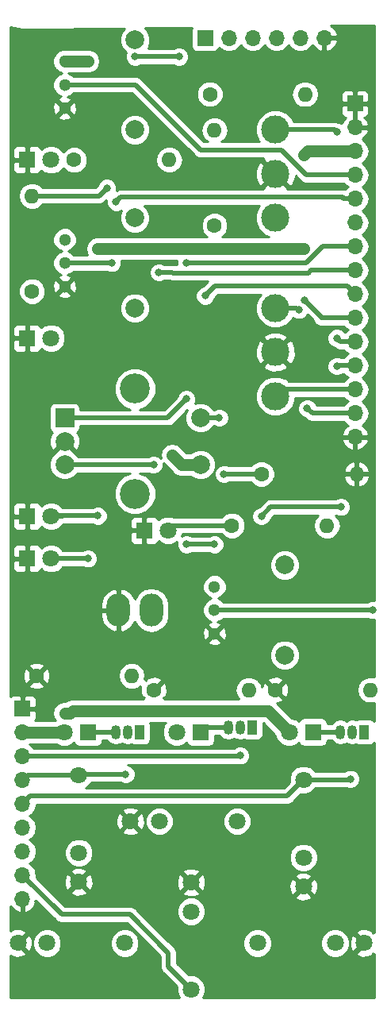
<source format=gbr>
G04 #@! TF.GenerationSoftware,KiCad,Pcbnew,(5.0.1)-3*
G04 #@! TF.CreationDate,2019-04-01T17:24:45+01:00*
G04 #@! TF.ProjectId,Fractional Clock divider PCB1 top board,4672616374696F6E616C20436C6F636B,rev?*
G04 #@! TF.SameCoordinates,Original*
G04 #@! TF.FileFunction,Copper,L1,Top,Signal*
G04 #@! TF.FilePolarity,Positive*
%FSLAX46Y46*%
G04 Gerber Fmt 4.6, Leading zero omitted, Abs format (unit mm)*
G04 Created by KiCad (PCBNEW (5.0.1)-3) date 01/04/2019 17:24:45*
%MOMM*%
%LPD*%
G01*
G04 APERTURE LIST*
G04 #@! TA.AperFunction,ComponentPad*
%ADD10C,1.800000*%
G04 #@! TD*
G04 #@! TA.AperFunction,ComponentPad*
%ADD11C,2.000000*%
G04 #@! TD*
G04 #@! TA.AperFunction,ComponentPad*
%ADD12C,1.300000*%
G04 #@! TD*
G04 #@! TA.AperFunction,ComponentPad*
%ADD13C,1.600000*%
G04 #@! TD*
G04 #@! TA.AperFunction,ComponentPad*
%ADD14O,1.600000X1.600000*%
G04 #@! TD*
G04 #@! TA.AperFunction,ComponentPad*
%ADD15R,1.800000X1.800000*%
G04 #@! TD*
G04 #@! TA.AperFunction,ComponentPad*
%ADD16R,1.700000X1.700000*%
G04 #@! TD*
G04 #@! TA.AperFunction,ComponentPad*
%ADD17O,1.700000X1.700000*%
G04 #@! TD*
G04 #@! TA.AperFunction,ComponentPad*
%ADD18O,1.050000X1.500000*%
G04 #@! TD*
G04 #@! TA.AperFunction,ComponentPad*
%ADD19R,1.050000X1.500000*%
G04 #@! TD*
G04 #@! TA.AperFunction,ComponentPad*
%ADD20C,3.000000*%
G04 #@! TD*
G04 #@! TA.AperFunction,ComponentPad*
%ADD21R,2.000000X2.000000*%
G04 #@! TD*
G04 #@! TA.AperFunction,ComponentPad*
%ADD22C,3.200000*%
G04 #@! TD*
G04 #@! TA.AperFunction,ComponentPad*
%ADD23O,2.500000X3.500000*%
G04 #@! TD*
G04 #@! TA.AperFunction,ViaPad*
%ADD24C,1.200000*%
G04 #@! TD*
G04 #@! TA.AperFunction,ViaPad*
%ADD25C,0.800000*%
G04 #@! TD*
G04 #@! TA.AperFunction,Conductor*
%ADD26C,1.270000*%
G04 #@! TD*
G04 #@! TA.AperFunction,Conductor*
%ADD27C,0.500000*%
G04 #@! TD*
G04 #@! TA.AperFunction,Conductor*
%ADD28C,0.254000*%
G04 #@! TD*
G04 APERTURE END LIST*
D10*
G04 #@! TO.P,CV_in1,3*
G04 #@! TO.N,/CVin_F*
X42080000Y-113500000D03*
G04 #@! TO.P,CV_in1,1*
G04 #@! TO.N,GND*
X53480000Y-113500000D03*
G04 #@! TO.P,CV_in1,2*
G04 #@! TO.N,Net-(CV_in1-Pad2)*
X50380000Y-113500000D03*
G04 #@! TD*
G04 #@! TO.P,Reset_In1,3*
G04 #@! TO.N,/Rin_F*
X35000000Y-118420000D03*
G04 #@! TO.P,Reset_In1,1*
G04 #@! TO.N,GND*
X35000000Y-107020000D03*
G04 #@! TO.P,Reset_In1,2*
G04 #@! TO.N,Net-(Reset_In1-Pad2)*
X35000000Y-110120000D03*
G04 #@! TD*
G04 #@! TO.P,Trigger/Clock_in1,3*
G04 #@! TO.N,/CLin_F*
X27920000Y-113500000D03*
G04 #@! TO.P,Trigger/Clock_in1,1*
G04 #@! TO.N,GND*
X16520000Y-113500000D03*
G04 #@! TO.P,Trigger/Clock_in1,2*
G04 #@! TO.N,Net-(Trigger/Clock_in1-Pad2)*
X19620000Y-113500000D03*
G04 #@! TD*
G04 #@! TO.P,DigiThruJack1,3*
G04 #@! TO.N,/OutT_F*
X47000000Y-96080000D03*
G04 #@! TO.P,DigiThruJack1,1*
G04 #@! TO.N,GND*
X47000000Y-107480000D03*
G04 #@! TO.P,DigiThruJack1,2*
G04 #@! TO.N,Net-(DigiThruJack1-Pad2)*
X47000000Y-104380000D03*
G04 #@! TD*
G04 #@! TO.P,CycleOutJack1,3*
G04 #@! TO.N,/OutC_F*
X39920000Y-100500000D03*
G04 #@! TO.P,CycleOutJack1,1*
G04 #@! TO.N,GND*
X28520000Y-100500000D03*
G04 #@! TO.P,CycleOutJack1,2*
G04 #@! TO.N,Net-(CycleOutJack1-Pad2)*
X31620000Y-100500000D03*
G04 #@! TD*
G04 #@! TO.P,DigiOutJack1,3*
G04 #@! TO.N,/OutM_F*
X23000000Y-95580000D03*
G04 #@! TO.P,DigiOutJack1,1*
G04 #@! TO.N,GND*
X23000000Y-106980000D03*
G04 #@! TO.P,DigiOutJack1,2*
G04 #@! TO.N,Net-(DigiOutJack1-Pad2)*
X23000000Y-103880000D03*
G04 #@! TD*
D11*
G04 #@! TO.P,RV1,*
G04 #@! TO.N,*
X29000000Y-26800000D03*
X29000000Y-17200000D03*
D12*
G04 #@! TO.P,RV1,3*
G04 #@! TO.N,GND*
X21500000Y-24500000D03*
G04 #@! TO.P,RV1,2*
G04 #@! TO.N,/Pot_Length_F*
X21500000Y-22000000D03*
G04 #@! TO.P,RV1,1*
G04 #@! TO.N,/+3_3V*
X21500000Y-19500000D03*
G04 #@! TD*
D11*
G04 #@! TO.P,RV2,*
G04 #@! TO.N,*
X45000000Y-82800000D03*
X45000000Y-73200000D03*
D12*
G04 #@! TO.P,RV2,3*
G04 #@! TO.N,GND*
X37500000Y-80500000D03*
G04 #@! TO.P,RV2,2*
G04 #@! TO.N,/Pot_CVamt_F*
X37500000Y-78000000D03*
G04 #@! TO.P,RV2,1*
G04 #@! TO.N,/+3_3V*
X37500000Y-75500000D03*
G04 #@! TD*
D11*
G04 #@! TO.P,RV3,*
G04 #@! TO.N,*
X29000000Y-45800000D03*
X29000000Y-36200000D03*
D12*
G04 #@! TO.P,RV3,3*
G04 #@! TO.N,GND*
X21500000Y-43500000D03*
G04 #@! TO.P,RV3,2*
G04 #@! TO.N,/Pot_Divisions_F*
X21500000Y-41000000D03*
G04 #@! TO.P,RV3,1*
G04 #@! TO.N,/+3_3V*
X21500000Y-38500000D03*
G04 #@! TD*
D13*
G04 #@! TO.P,R27,1*
G04 #@! TO.N,Net-(D14-Pad2)*
X39340000Y-69000000D03*
D14*
G04 #@! TO.P,R27,2*
G04 #@! TO.N,/LED_Sh_F*
X49500000Y-69000000D03*
G04 #@! TD*
D10*
G04 #@! TO.P,D3,2*
G04 #@! TO.N,+12V*
X33460000Y-91000000D03*
D15*
G04 #@! TO.P,D3,1*
G04 #@! TO.N,Net-(D3-Pad1)*
X36000000Y-91000000D03*
G04 #@! TD*
G04 #@! TO.P,D4,1*
G04 #@! TO.N,Net-(D4-Pad1)*
X24000000Y-91000000D03*
D10*
G04 #@! TO.P,D4,2*
G04 #@! TO.N,+12V*
X21460000Y-91000000D03*
G04 #@! TD*
G04 #@! TO.P,D5,2*
G04 #@! TO.N,+12V*
X45460000Y-91000000D03*
D15*
G04 #@! TO.P,D5,1*
G04 #@! TO.N,Net-(D5-Pad1)*
X48000000Y-91000000D03*
G04 #@! TD*
G04 #@! TO.P,D10,1*
G04 #@! TO.N,GND*
X17500000Y-30000000D03*
D10*
G04 #@! TO.P,D10,2*
G04 #@! TO.N,Net-(D10-Pad2)*
X20040000Y-30000000D03*
G04 #@! TD*
G04 #@! TO.P,D11,2*
G04 #@! TO.N,Net-(D11-Pad2)*
X20040000Y-49000000D03*
D15*
G04 #@! TO.P,D11,1*
G04 #@! TO.N,GND*
X17500000Y-49000000D03*
G04 #@! TD*
G04 #@! TO.P,D12,1*
G04 #@! TO.N,GND*
X17500000Y-68000000D03*
D10*
G04 #@! TO.P,D12,2*
G04 #@! TO.N,Net-(D12-Pad2)*
X20040000Y-68000000D03*
G04 #@! TD*
D15*
G04 #@! TO.P,D13,1*
G04 #@! TO.N,GND*
X17500000Y-72500000D03*
D10*
G04 #@! TO.P,D13,2*
G04 #@! TO.N,Net-(D13-Pad2)*
X20040000Y-72500000D03*
G04 #@! TD*
G04 #@! TO.P,D14,2*
G04 #@! TO.N,Net-(D14-Pad2)*
X32540000Y-69500000D03*
D15*
G04 #@! TO.P,D14,1*
G04 #@! TO.N,GND*
X30000000Y-69500000D03*
G04 #@! TD*
D16*
G04 #@! TO.P,J1,1*
G04 #@! TO.N,/LED_L_F*
X36500000Y-17000000D03*
D17*
G04 #@! TO.P,J1,2*
G04 #@! TO.N,/LED_D_F*
X39040000Y-17000000D03*
G04 #@! TO.P,J1,3*
G04 #@! TO.N,/Led_Shi_F*
X41580000Y-17000000D03*
G04 #@! TO.P,J1,4*
G04 #@! TO.N,/Led_ShCV_F*
X44120000Y-17000000D03*
G04 #@! TO.P,J1,5*
G04 #@! TO.N,/LED_Sh_F*
X46660000Y-17000000D03*
G04 #@! TO.P,J1,6*
G04 #@! TO.N,GND*
X49200000Y-17000000D03*
G04 #@! TD*
G04 #@! TO.P,J4,15*
G04 #@! TO.N,GND*
X52500000Y-59560000D03*
G04 #@! TO.P,J4,14*
G04 #@! TO.N,/SW_OutMode2_F*
X52500000Y-57020000D03*
G04 #@! TO.P,J4,13*
G04 #@! TO.N,/SW_OutMode1_F*
X52500000Y-54480000D03*
G04 #@! TO.P,J4,12*
G04 #@! TO.N,/SW_CVassgn_F*
X52500000Y-51940000D03*
G04 #@! TO.P,J4,11*
G04 #@! TO.N,/SW_DivEuc2_F*
X52500000Y-49400000D03*
G04 #@! TO.P,J4,10*
G04 #@! TO.N,/SW_DivEuc1_F*
X52500000Y-46860000D03*
G04 #@! TO.P,J4,9*
G04 #@! TO.N,/EncoderSw_F*
X52500000Y-44320000D03*
G04 #@! TO.P,J4,8*
G04 #@! TO.N,/EncoderB_F*
X52500000Y-41780000D03*
G04 #@! TO.P,J4,7*
G04 #@! TO.N,/EncoderA_F*
X52500000Y-39240000D03*
G04 #@! TO.P,J4,6*
G04 #@! TO.N,/Pot_CVamt_F*
X52500000Y-36700000D03*
G04 #@! TO.P,J4,5*
G04 #@! TO.N,/Pot_Divisions_F*
X52500000Y-34160000D03*
G04 #@! TO.P,J4,4*
G04 #@! TO.N,/Pot_Length_F*
X52500000Y-31620000D03*
G04 #@! TO.P,J4,3*
G04 #@! TO.N,/+3_3V*
X52500000Y-29080000D03*
G04 #@! TO.P,J4,2*
G04 #@! TO.N,GND*
X52500000Y-26540000D03*
D16*
G04 #@! TO.P,J4,1*
X52500000Y-24000000D03*
G04 #@! TD*
G04 #@! TO.P,J5,1*
G04 #@! TO.N,GND*
X17000000Y-88500000D03*
D17*
G04 #@! TO.P,J5,2*
G04 #@! TO.N,+12V*
X17000000Y-91040000D03*
G04 #@! TO.P,J5,3*
G04 #@! TO.N,/OutC_F*
X17000000Y-93580000D03*
G04 #@! TO.P,J5,4*
G04 #@! TO.N,/OutM_F*
X17000000Y-96120000D03*
G04 #@! TO.P,J5,5*
G04 #@! TO.N,/OutT_F*
X17000000Y-98660000D03*
G04 #@! TO.P,J5,6*
G04 #@! TO.N,/CVin_F*
X17000000Y-101200000D03*
G04 #@! TO.P,J5,7*
G04 #@! TO.N,/CLin_F*
X17000000Y-103740000D03*
G04 #@! TO.P,J5,8*
G04 #@! TO.N,/Rin_F*
X17000000Y-106280000D03*
G04 #@! TO.P,J5,9*
G04 #@! TO.N,GND*
X17000000Y-108820000D03*
G04 #@! TD*
D18*
G04 #@! TO.P,Q1,2*
G04 #@! TO.N,/OutC_F*
X40230000Y-90500000D03*
G04 #@! TO.P,Q1,3*
G04 #@! TO.N,Net-(D3-Pad1)*
X38960000Y-90500000D03*
D19*
G04 #@! TO.P,Q1,1*
G04 #@! TO.N,Net-(Q1-Pad1)*
X41500000Y-90500000D03*
G04 #@! TD*
D18*
G04 #@! TO.P,Q2,2*
G04 #@! TO.N,/OutM_F*
X28230000Y-91000000D03*
G04 #@! TO.P,Q2,3*
G04 #@! TO.N,Net-(D4-Pad1)*
X26960000Y-91000000D03*
D19*
G04 #@! TO.P,Q2,1*
G04 #@! TO.N,Net-(Q2-Pad1)*
X29500000Y-91000000D03*
G04 #@! TD*
G04 #@! TO.P,Q3,1*
G04 #@! TO.N,Net-(Q3-Pad1)*
X53500000Y-91000000D03*
D18*
G04 #@! TO.P,Q3,3*
G04 #@! TO.N,Net-(D5-Pad1)*
X50960000Y-91000000D03*
G04 #@! TO.P,Q3,2*
G04 #@! TO.N,/OutT_F*
X52230000Y-91000000D03*
G04 #@! TD*
D14*
G04 #@! TO.P,R10,2*
G04 #@! TO.N,Net-(Q1-Pad1)*
X41160000Y-86500000D03*
D13*
G04 #@! TO.P,R10,1*
G04 #@! TO.N,GND*
X31000000Y-86500000D03*
G04 #@! TD*
G04 #@! TO.P,R11,1*
G04 #@! TO.N,GND*
X18500000Y-85000000D03*
D14*
G04 #@! TO.P,R11,2*
G04 #@! TO.N,Net-(Q2-Pad1)*
X28660000Y-85000000D03*
G04 #@! TD*
G04 #@! TO.P,R12,2*
G04 #@! TO.N,Net-(Q3-Pad1)*
X54160000Y-86500000D03*
D13*
G04 #@! TO.P,R12,1*
G04 #@! TO.N,GND*
X44000000Y-86500000D03*
G04 #@! TD*
D14*
G04 #@! TO.P,R23,2*
G04 #@! TO.N,GND*
X52660000Y-63500000D03*
D13*
G04 #@! TO.P,R23,1*
G04 #@! TO.N,/EncoderSw_F*
X42500000Y-63500000D03*
G04 #@! TD*
D14*
G04 #@! TO.P,R24,2*
G04 #@! TO.N,/LED_L_F*
X32660000Y-30000000D03*
D13*
G04 #@! TO.P,R24,1*
G04 #@! TO.N,Net-(D10-Pad2)*
X22500000Y-30000000D03*
G04 #@! TD*
G04 #@! TO.P,R25,1*
G04 #@! TO.N,Net-(D11-Pad2)*
X18000000Y-44000000D03*
D14*
G04 #@! TO.P,R25,2*
G04 #@! TO.N,/LED_D_F*
X18000000Y-33840000D03*
G04 #@! TD*
G04 #@! TO.P,R26,2*
G04 #@! TO.N,/Led_Shi_F*
X37500000Y-26840000D03*
D13*
G04 #@! TO.P,R26,1*
G04 #@! TO.N,Net-(D12-Pad2)*
X37500000Y-37000000D03*
G04 #@! TD*
G04 #@! TO.P,R28,1*
G04 #@! TO.N,Net-(D13-Pad2)*
X37000000Y-23000000D03*
D14*
G04 #@! TO.P,R28,2*
G04 #@! TO.N,/Led_ShCV_F*
X47160000Y-23000000D03*
G04 #@! TD*
D20*
G04 #@! TO.P,SW1,3*
G04 #@! TO.N,/SW_DivEuc2_F*
X44000000Y-26800000D03*
G04 #@! TO.P,SW1,2*
G04 #@! TO.N,GND*
X44000000Y-31500000D03*
G04 #@! TO.P,SW1,1*
G04 #@! TO.N,/SW_DivEuc1_F*
X44000000Y-36200000D03*
G04 #@! TD*
D21*
G04 #@! TO.P,SW2,A*
G04 #@! TO.N,/EncoderA_F*
X21500000Y-57500000D03*
D11*
G04 #@! TO.P,SW2,C*
G04 #@! TO.N,GND*
X21500000Y-60000000D03*
G04 #@! TO.P,SW2,B*
G04 #@! TO.N,/EncoderB_F*
X21500000Y-62500000D03*
D22*
G04 #@! TO.P,SW2,*
G04 #@! TO.N,*
X29000000Y-54400000D03*
X29000000Y-65600000D03*
D11*
G04 #@! TO.P,SW2,S2*
G04 #@! TO.N,/EncoderSw_F*
X36000000Y-57500000D03*
G04 #@! TO.P,SW2,S1*
G04 #@! TO.N,/+3_3V*
X36000000Y-62500000D03*
G04 #@! TD*
D23*
G04 #@! TO.P,SW3,1*
G04 #@! TO.N,GND*
X27250000Y-78000000D03*
G04 #@! TO.P,SW3,2*
G04 #@! TO.N,/SW_CVassgn_F*
X30750000Y-78000000D03*
G04 #@! TD*
D20*
G04 #@! TO.P,SW4,1*
G04 #@! TO.N,/SW_OutMode1_F*
X44000000Y-55200000D03*
G04 #@! TO.P,SW4,2*
G04 #@! TO.N,GND*
X44000000Y-50500000D03*
G04 #@! TO.P,SW4,3*
G04 #@! TO.N,/SW_OutMode2_F*
X44000000Y-45800000D03*
G04 #@! TD*
D24*
G04 #@! TO.N,+12V*
X33500000Y-88714990D03*
X21500000Y-89000000D03*
D25*
G04 #@! TO.N,/OutC_F*
X40230000Y-93500000D03*
D24*
G04 #@! TO.N,/+3_3V*
X47000000Y-39500000D03*
X25000000Y-39500000D03*
X24000000Y-19500000D03*
X33000000Y-61500000D03*
X33000000Y-39500000D03*
X47000000Y-29500000D03*
D25*
G04 #@! TO.N,/LED_D_F*
X33710000Y-19000000D03*
X29000000Y-19000000D03*
X26000000Y-33000000D03*
G04 #@! TO.N,/OutM_F*
X28000000Y-95500000D03*
G04 #@! TO.N,/OutT_F*
X52000000Y-96000000D03*
G04 #@! TO.N,/SW_OutMode2_F*
X46500000Y-46000000D03*
X47399999Y-56500000D03*
G04 #@! TO.N,/SW_CVassgn_F*
X50550000Y-52000000D03*
X51000000Y-67000000D03*
X42500000Y-68000000D03*
X37500000Y-71000000D03*
X34500000Y-71000000D03*
G04 #@! TO.N,/SW_DivEuc2_F*
X50550000Y-49000000D03*
X50550000Y-27000000D03*
G04 #@! TO.N,/SW_DivEuc1_F*
X47111039Y-44967219D03*
G04 #@! TO.N,/EncoderSw_F*
X38500000Y-63500000D03*
X38000000Y-57500000D03*
X36500000Y-44500000D03*
G04 #@! TO.N,/EncoderB_F*
X31565000Y-42000000D03*
X31000000Y-62500000D03*
G04 #@! TO.N,/EncoderA_F*
X34500000Y-41000000D03*
X34500000Y-55500000D03*
G04 #@! TO.N,/Pot_CVamt_F*
X54375000Y-78000000D03*
G04 #@! TO.N,/Pot_Divisions_F*
X26500000Y-41000000D03*
X27000000Y-34500000D03*
G04 #@! TO.N,Net-(D12-Pad2)*
X25050000Y-67949999D03*
G04 #@! TO.N,Net-(D13-Pad2)*
X24000000Y-72500000D03*
G04 #@! TD*
D26*
G04 #@! TO.N,+12V*
X21420000Y-91040000D02*
X21460000Y-91000000D01*
X17000000Y-91040000D02*
X21420000Y-91040000D01*
X22065685Y-89000000D02*
X22350695Y-88714990D01*
X21500000Y-89000000D02*
X22065685Y-89000000D01*
X22350695Y-88714990D02*
X33500000Y-88714990D01*
X43174990Y-88714990D02*
X45460000Y-91000000D01*
X33500000Y-88714990D02*
X43174990Y-88714990D01*
D27*
G04 #@! TO.N,GND*
X35460000Y-107480000D02*
X35000000Y-107020000D01*
G04 #@! TO.N,/OutC_F*
X40150000Y-93580000D02*
X40230000Y-93500000D01*
X17000000Y-93580000D02*
X40150000Y-93580000D01*
G04 #@! TO.N,Net-(D3-Pad1)*
X36500000Y-90500000D02*
X36000000Y-91000000D01*
X38960000Y-90500000D02*
X36500000Y-90500000D01*
G04 #@! TO.N,Net-(D4-Pad1)*
X24000000Y-91000000D02*
X26960000Y-91000000D01*
G04 #@! TO.N,Net-(D5-Pad1)*
X50960000Y-91000000D02*
X48000000Y-91000000D01*
D26*
G04 #@! TO.N,/+3_3V*
X36000000Y-62500000D02*
X34000000Y-62500000D01*
X34000000Y-62500000D02*
X33000000Y-61500000D01*
X47000000Y-39500000D02*
X33000000Y-39500000D01*
X33000000Y-39500000D02*
X25000000Y-39500000D01*
X52500000Y-29080000D02*
X47420000Y-29080000D01*
X47420000Y-29080000D02*
X47000000Y-29500000D01*
X21500000Y-19500000D02*
X24000000Y-19500000D01*
D27*
G04 #@! TO.N,/LED_D_F*
X33710000Y-19000000D02*
X29000000Y-19000000D01*
X25160000Y-33840000D02*
X18000000Y-33840000D01*
X26000000Y-33000000D02*
X25160000Y-33840000D01*
G04 #@! TO.N,/OutM_F*
X23080000Y-95500000D02*
X23000000Y-95580000D01*
X28000000Y-95500000D02*
X23080000Y-95500000D01*
X17540000Y-95580000D02*
X17000000Y-96120000D01*
X23000000Y-95580000D02*
X17540000Y-95580000D01*
G04 #@! TO.N,/OutT_F*
X47000000Y-96080000D02*
X51920000Y-96080000D01*
X51920000Y-96080000D02*
X52000000Y-96000000D01*
X17000000Y-98660000D02*
X17189999Y-98660000D01*
X46100001Y-96979999D02*
X47000000Y-96080000D01*
X45269999Y-97810001D02*
X46100001Y-96979999D01*
X17849999Y-97810001D02*
X45269999Y-97810001D01*
X17000000Y-98660000D02*
X17849999Y-97810001D01*
G04 #@! TO.N,/SW_OutMode2_F*
X44000000Y-45800000D02*
X46300000Y-45800000D01*
X46300000Y-45800000D02*
X46500000Y-46000000D01*
X47919999Y-57020000D02*
X52500000Y-57020000D01*
X47399999Y-56500000D02*
X47919999Y-57020000D01*
G04 #@! TO.N,/SW_OutMode1_F*
X44720000Y-54480000D02*
X44000000Y-55200000D01*
X52500000Y-54480000D02*
X44720000Y-54480000D01*
G04 #@! TO.N,/SW_CVassgn_F*
X52500000Y-51940000D02*
X50610000Y-51940000D01*
X50610000Y-51940000D02*
X50550000Y-52000000D01*
X51000000Y-67000000D02*
X43500000Y-67000000D01*
X43500000Y-67000000D02*
X42500000Y-68000000D01*
X37500000Y-71000000D02*
X34500000Y-71000000D01*
G04 #@! TO.N,/SW_DivEuc2_F*
X52500000Y-49400000D02*
X50950000Y-49400000D01*
X50950000Y-49400000D02*
X50550000Y-49000000D01*
X44200000Y-27000000D02*
X44000000Y-26800000D01*
X50350000Y-26800000D02*
X50550000Y-27000000D01*
X44000000Y-26800000D02*
X50350000Y-26800000D01*
G04 #@! TO.N,/SW_DivEuc1_F*
X52500000Y-46860000D02*
X48860000Y-46860000D01*
X48860000Y-46860000D02*
X48860000Y-46716180D01*
X48860000Y-46716180D02*
X47111039Y-44967219D01*
G04 #@! TO.N,/EncoderSw_F*
X42500000Y-63500000D02*
X38500000Y-63500000D01*
X38000000Y-57500000D02*
X36000000Y-57500000D01*
X37529999Y-43470001D02*
X36500000Y-44500000D01*
X52500000Y-44320000D02*
X51650001Y-43470001D01*
X51650001Y-43470001D02*
X37529999Y-43470001D01*
G04 #@! TO.N,/EncoderB_F*
X47540083Y-42050001D02*
X33050001Y-42050001D01*
X52500000Y-41780000D02*
X47810084Y-41780000D01*
X47810084Y-41780000D02*
X47540083Y-42050001D01*
X33050001Y-42050001D02*
X33000000Y-42000000D01*
X33000000Y-42000000D02*
X31565000Y-42000000D01*
X31000000Y-62500000D02*
X21500000Y-62500000D01*
G04 #@! TO.N,/EncoderA_F*
X52500000Y-39240000D02*
X49760000Y-39240000D01*
X49077278Y-39240000D02*
X47317278Y-41000000D01*
X49760000Y-39240000D02*
X49077278Y-39240000D01*
X47317278Y-41000000D02*
X44500000Y-41000000D01*
X44500000Y-41000000D02*
X34500000Y-41000000D01*
X32500000Y-57500000D02*
X21500000Y-57500000D01*
X34500000Y-55500000D02*
X32500000Y-57500000D01*
G04 #@! TO.N,/Pot_CVamt_F*
X37500000Y-78000000D02*
X54375000Y-78000000D01*
G04 #@! TO.N,/Pot_Divisions_F*
X26500000Y-41000000D02*
X21500000Y-41000000D01*
X51137919Y-34000000D02*
X27500000Y-34000000D01*
X52500000Y-34160000D02*
X51297919Y-34160000D01*
X51297919Y-34160000D02*
X51137919Y-34000000D01*
X27500000Y-34000000D02*
X27000000Y-34500000D01*
G04 #@! TO.N,/Pot_Length_F*
X22419238Y-22000000D02*
X21500000Y-22000000D01*
X29054002Y-22000000D02*
X22419238Y-22000000D01*
X36004003Y-28950001D02*
X29054002Y-22000000D01*
X44632003Y-28950001D02*
X36004003Y-28950001D01*
X47302002Y-31620000D02*
X44632003Y-28950001D01*
X52500000Y-31620000D02*
X47302002Y-31620000D01*
G04 #@! TO.N,/Rin_F*
X17000000Y-106280000D02*
X21170001Y-110450001D01*
X35000000Y-118420000D02*
X32580000Y-116000000D01*
X32580000Y-114530001D02*
X28500000Y-110450001D01*
X32580000Y-116000000D02*
X32580000Y-114530001D01*
X21170001Y-110450001D02*
X28500000Y-110450001D01*
G04 #@! TO.N,Net-(D12-Pad2)*
X20040000Y-68000000D02*
X21312792Y-68000000D01*
X21312792Y-68000000D02*
X21362793Y-67949999D01*
X20090001Y-67949999D02*
X20040000Y-68000000D01*
X25050000Y-67949999D02*
X20090001Y-67949999D01*
G04 #@! TO.N,Net-(D13-Pad2)*
X24000000Y-72500000D02*
X20040000Y-72500000D01*
G04 #@! TO.N,Net-(D14-Pad2)*
X33040000Y-69000000D02*
X32540000Y-69500000D01*
X39340000Y-69000000D02*
X33040000Y-69000000D01*
G04 #@! TD*
D28*
G04 #@! TO.N,GND*
G36*
X32158690Y-90130493D02*
X31925000Y-90694670D01*
X31925000Y-91305330D01*
X32158690Y-91869507D01*
X32590493Y-92301310D01*
X33154670Y-92535000D01*
X33765330Y-92535000D01*
X34329507Y-92301310D01*
X34498725Y-92132092D01*
X34501843Y-92147765D01*
X34642191Y-92357809D01*
X34852235Y-92498157D01*
X35100000Y-92547440D01*
X36900000Y-92547440D01*
X37147765Y-92498157D01*
X37357809Y-92357809D01*
X37498157Y-92147765D01*
X37547440Y-91900000D01*
X37547440Y-91385000D01*
X38005879Y-91385000D01*
X38123687Y-91561313D01*
X38507391Y-91817695D01*
X38960000Y-91907725D01*
X39412608Y-91817695D01*
X39595000Y-91695825D01*
X39777391Y-91817695D01*
X40230000Y-91907725D01*
X40681866Y-91817842D01*
X40727235Y-91848157D01*
X40975000Y-91897440D01*
X42025000Y-91897440D01*
X42272765Y-91848157D01*
X42482809Y-91707809D01*
X42623157Y-91497765D01*
X42672440Y-91250000D01*
X42672440Y-90008490D01*
X43925000Y-91261051D01*
X43925000Y-91305330D01*
X44158690Y-91869507D01*
X44590493Y-92301310D01*
X45154670Y-92535000D01*
X45765330Y-92535000D01*
X46329507Y-92301310D01*
X46498725Y-92132092D01*
X46501843Y-92147765D01*
X46642191Y-92357809D01*
X46852235Y-92498157D01*
X47100000Y-92547440D01*
X48900000Y-92547440D01*
X49147765Y-92498157D01*
X49357809Y-92357809D01*
X49498157Y-92147765D01*
X49547440Y-91900000D01*
X49547440Y-91885000D01*
X50005879Y-91885000D01*
X50123687Y-92061313D01*
X50507391Y-92317695D01*
X50960000Y-92407725D01*
X51412608Y-92317695D01*
X51595000Y-92195825D01*
X51777391Y-92317695D01*
X52230000Y-92407725D01*
X52681866Y-92317842D01*
X52727235Y-92348157D01*
X52975000Y-92397440D01*
X54025000Y-92397440D01*
X54272765Y-92348157D01*
X54482809Y-92207809D01*
X54540001Y-92122216D01*
X54540001Y-112350173D01*
X54495110Y-112305282D01*
X54380553Y-112419839D01*
X54294148Y-112163357D01*
X53720664Y-111953542D01*
X53110540Y-111979161D01*
X52665852Y-112163357D01*
X52579446Y-112419841D01*
X53480000Y-113320395D01*
X53494143Y-113306253D01*
X53673748Y-113485858D01*
X53659605Y-113500000D01*
X53673748Y-113514143D01*
X53494143Y-113693748D01*
X53480000Y-113679605D01*
X52579446Y-114580159D01*
X52665852Y-114836643D01*
X53239336Y-115046458D01*
X53849460Y-115020839D01*
X54294148Y-114836643D01*
X54380553Y-114580161D01*
X54495110Y-114694718D01*
X54540001Y-114649827D01*
X54540001Y-119290000D01*
X36300817Y-119290000D01*
X36301310Y-119289507D01*
X36535000Y-118725330D01*
X36535000Y-118114670D01*
X36301310Y-117550493D01*
X35869507Y-117118690D01*
X35305330Y-116885000D01*
X34716579Y-116885000D01*
X33465000Y-115633422D01*
X33465000Y-114617160D01*
X33482337Y-114530000D01*
X33465000Y-114442840D01*
X33465000Y-114442836D01*
X33413652Y-114184691D01*
X33218049Y-113891952D01*
X33144156Y-113842578D01*
X32496248Y-113194670D01*
X40545000Y-113194670D01*
X40545000Y-113805330D01*
X40778690Y-114369507D01*
X41210493Y-114801310D01*
X41774670Y-115035000D01*
X42385330Y-115035000D01*
X42949507Y-114801310D01*
X43381310Y-114369507D01*
X43615000Y-113805330D01*
X43615000Y-113194670D01*
X48845000Y-113194670D01*
X48845000Y-113805330D01*
X49078690Y-114369507D01*
X49510493Y-114801310D01*
X50074670Y-115035000D01*
X50685330Y-115035000D01*
X51249507Y-114801310D01*
X51681310Y-114369507D01*
X51915000Y-113805330D01*
X51915000Y-113259336D01*
X51933542Y-113259336D01*
X51959161Y-113869460D01*
X52143357Y-114314148D01*
X52399841Y-114400554D01*
X53300395Y-113500000D01*
X52399841Y-112599446D01*
X52143357Y-112685852D01*
X51933542Y-113259336D01*
X51915000Y-113259336D01*
X51915000Y-113194670D01*
X51681310Y-112630493D01*
X51249507Y-112198690D01*
X50685330Y-111965000D01*
X50074670Y-111965000D01*
X49510493Y-112198690D01*
X49078690Y-112630493D01*
X48845000Y-113194670D01*
X43615000Y-113194670D01*
X43381310Y-112630493D01*
X42949507Y-112198690D01*
X42385330Y-111965000D01*
X41774670Y-111965000D01*
X41210493Y-112198690D01*
X40778690Y-112630493D01*
X40545000Y-113194670D01*
X32496248Y-113194670D01*
X29187425Y-109885848D01*
X29139866Y-109814670D01*
X33465000Y-109814670D01*
X33465000Y-110425330D01*
X33698690Y-110989507D01*
X34130493Y-111421310D01*
X34694670Y-111655000D01*
X35305330Y-111655000D01*
X35869507Y-111421310D01*
X36301310Y-110989507D01*
X36535000Y-110425330D01*
X36535000Y-109814670D01*
X36301310Y-109250493D01*
X35869507Y-108818690D01*
X35305330Y-108585000D01*
X34694670Y-108585000D01*
X34130493Y-108818690D01*
X33698690Y-109250493D01*
X33465000Y-109814670D01*
X29139866Y-109814670D01*
X29138049Y-109811952D01*
X28845310Y-109616349D01*
X28587165Y-109565001D01*
X28587161Y-109565001D01*
X28500000Y-109547664D01*
X28412839Y-109565001D01*
X21536580Y-109565001D01*
X20031738Y-108060159D01*
X22099446Y-108060159D01*
X22185852Y-108316643D01*
X22759336Y-108526458D01*
X23369460Y-108500839D01*
X23814148Y-108316643D01*
X23887078Y-108100159D01*
X34099446Y-108100159D01*
X34185852Y-108356643D01*
X34759336Y-108566458D01*
X34909348Y-108560159D01*
X46099446Y-108560159D01*
X46185852Y-108816643D01*
X46759336Y-109026458D01*
X47369460Y-109000839D01*
X47814148Y-108816643D01*
X47900554Y-108560159D01*
X47000000Y-107659605D01*
X46099446Y-108560159D01*
X34909348Y-108560159D01*
X35369460Y-108540839D01*
X35814148Y-108356643D01*
X35900554Y-108100159D01*
X35000000Y-107199605D01*
X34099446Y-108100159D01*
X23887078Y-108100159D01*
X23900554Y-108060159D01*
X23000000Y-107159605D01*
X22099446Y-108060159D01*
X20031738Y-108060159D01*
X18710915Y-106739336D01*
X21453542Y-106739336D01*
X21479161Y-107349460D01*
X21663357Y-107794148D01*
X21919841Y-107880554D01*
X22820395Y-106980000D01*
X23179605Y-106980000D01*
X24080159Y-107880554D01*
X24336643Y-107794148D01*
X24546458Y-107220664D01*
X24527927Y-106779336D01*
X33453542Y-106779336D01*
X33479161Y-107389460D01*
X33663357Y-107834148D01*
X33919841Y-107920554D01*
X34820395Y-107020000D01*
X35179605Y-107020000D01*
X36080159Y-107920554D01*
X36336643Y-107834148D01*
X36546458Y-107260664D01*
X36545563Y-107239336D01*
X45453542Y-107239336D01*
X45479161Y-107849460D01*
X45663357Y-108294148D01*
X45919841Y-108380554D01*
X46820395Y-107480000D01*
X47179605Y-107480000D01*
X48080159Y-108380554D01*
X48336643Y-108294148D01*
X48546458Y-107720664D01*
X48520839Y-107110540D01*
X48336643Y-106665852D01*
X48080159Y-106579446D01*
X47179605Y-107480000D01*
X46820395Y-107480000D01*
X45919841Y-106579446D01*
X45663357Y-106665852D01*
X45453542Y-107239336D01*
X36545563Y-107239336D01*
X36520839Y-106650540D01*
X36416996Y-106399841D01*
X46099446Y-106399841D01*
X47000000Y-107300395D01*
X47900554Y-106399841D01*
X47814148Y-106143357D01*
X47240664Y-105933542D01*
X46630540Y-105959161D01*
X46185852Y-106143357D01*
X46099446Y-106399841D01*
X36416996Y-106399841D01*
X36336643Y-106205852D01*
X36080159Y-106119446D01*
X35179605Y-107020000D01*
X34820395Y-107020000D01*
X33919841Y-106119446D01*
X33663357Y-106205852D01*
X33453542Y-106779336D01*
X24527927Y-106779336D01*
X24520839Y-106610540D01*
X24336643Y-106165852D01*
X24080159Y-106079446D01*
X23179605Y-106980000D01*
X22820395Y-106980000D01*
X21919841Y-106079446D01*
X21663357Y-106165852D01*
X21453542Y-106739336D01*
X18710915Y-106739336D01*
X18470538Y-106498960D01*
X18514092Y-106280000D01*
X18438474Y-105899841D01*
X22099446Y-105899841D01*
X23000000Y-106800395D01*
X23860554Y-105939841D01*
X34099446Y-105939841D01*
X35000000Y-106840395D01*
X35900554Y-105939841D01*
X35814148Y-105683357D01*
X35240664Y-105473542D01*
X34630540Y-105499161D01*
X34185852Y-105683357D01*
X34099446Y-105939841D01*
X23860554Y-105939841D01*
X23900554Y-105899841D01*
X23814148Y-105643357D01*
X23240664Y-105433542D01*
X22630540Y-105459161D01*
X22185852Y-105643357D01*
X22099446Y-105899841D01*
X18438474Y-105899841D01*
X18398839Y-105700582D01*
X18070625Y-105209375D01*
X17772239Y-105010000D01*
X18070625Y-104810625D01*
X18398839Y-104319418D01*
X18514092Y-103740000D01*
X18481206Y-103574670D01*
X21465000Y-103574670D01*
X21465000Y-104185330D01*
X21698690Y-104749507D01*
X22130493Y-105181310D01*
X22694670Y-105415000D01*
X23305330Y-105415000D01*
X23869507Y-105181310D01*
X24301310Y-104749507D01*
X24535000Y-104185330D01*
X24535000Y-104074670D01*
X45465000Y-104074670D01*
X45465000Y-104685330D01*
X45698690Y-105249507D01*
X46130493Y-105681310D01*
X46694670Y-105915000D01*
X47305330Y-105915000D01*
X47869507Y-105681310D01*
X48301310Y-105249507D01*
X48535000Y-104685330D01*
X48535000Y-104074670D01*
X48301310Y-103510493D01*
X47869507Y-103078690D01*
X47305330Y-102845000D01*
X46694670Y-102845000D01*
X46130493Y-103078690D01*
X45698690Y-103510493D01*
X45465000Y-104074670D01*
X24535000Y-104074670D01*
X24535000Y-103574670D01*
X24301310Y-103010493D01*
X23869507Y-102578690D01*
X23305330Y-102345000D01*
X22694670Y-102345000D01*
X22130493Y-102578690D01*
X21698690Y-103010493D01*
X21465000Y-103574670D01*
X18481206Y-103574670D01*
X18398839Y-103160582D01*
X18070625Y-102669375D01*
X17772239Y-102470000D01*
X18070625Y-102270625D01*
X18398839Y-101779418D01*
X18438473Y-101580159D01*
X27619446Y-101580159D01*
X27705852Y-101836643D01*
X28279336Y-102046458D01*
X28889460Y-102020839D01*
X29334148Y-101836643D01*
X29420554Y-101580159D01*
X28520000Y-100679605D01*
X27619446Y-101580159D01*
X18438473Y-101580159D01*
X18514092Y-101200000D01*
X18398839Y-100620582D01*
X18157463Y-100259336D01*
X26973542Y-100259336D01*
X26999161Y-100869460D01*
X27183357Y-101314148D01*
X27439841Y-101400554D01*
X28340395Y-100500000D01*
X28699605Y-100500000D01*
X29600159Y-101400554D01*
X29856643Y-101314148D01*
X30066458Y-100740664D01*
X30043532Y-100194670D01*
X30085000Y-100194670D01*
X30085000Y-100805330D01*
X30318690Y-101369507D01*
X30750493Y-101801310D01*
X31314670Y-102035000D01*
X31925330Y-102035000D01*
X32489507Y-101801310D01*
X32921310Y-101369507D01*
X33155000Y-100805330D01*
X33155000Y-100194670D01*
X38385000Y-100194670D01*
X38385000Y-100805330D01*
X38618690Y-101369507D01*
X39050493Y-101801310D01*
X39614670Y-102035000D01*
X40225330Y-102035000D01*
X40789507Y-101801310D01*
X41221310Y-101369507D01*
X41455000Y-100805330D01*
X41455000Y-100194670D01*
X41221310Y-99630493D01*
X40789507Y-99198690D01*
X40225330Y-98965000D01*
X39614670Y-98965000D01*
X39050493Y-99198690D01*
X38618690Y-99630493D01*
X38385000Y-100194670D01*
X33155000Y-100194670D01*
X32921310Y-99630493D01*
X32489507Y-99198690D01*
X31925330Y-98965000D01*
X31314670Y-98965000D01*
X30750493Y-99198690D01*
X30318690Y-99630493D01*
X30085000Y-100194670D01*
X30043532Y-100194670D01*
X30040839Y-100130540D01*
X29856643Y-99685852D01*
X29600159Y-99599446D01*
X28699605Y-100500000D01*
X28340395Y-100500000D01*
X27439841Y-99599446D01*
X27183357Y-99685852D01*
X26973542Y-100259336D01*
X18157463Y-100259336D01*
X18070625Y-100129375D01*
X17772239Y-99930000D01*
X18070625Y-99730625D01*
X18278284Y-99419841D01*
X27619446Y-99419841D01*
X28520000Y-100320395D01*
X29420554Y-99419841D01*
X29334148Y-99163357D01*
X28760664Y-98953542D01*
X28150540Y-98979161D01*
X27705852Y-99163357D01*
X27619446Y-99419841D01*
X18278284Y-99419841D01*
X18398839Y-99239418D01*
X18507130Y-98695001D01*
X45182838Y-98695001D01*
X45269999Y-98712338D01*
X45357160Y-98695001D01*
X45357164Y-98695001D01*
X45615309Y-98643653D01*
X45908048Y-98448050D01*
X45957424Y-98374154D01*
X46716579Y-97615000D01*
X47305330Y-97615000D01*
X47869507Y-97381310D01*
X48285817Y-96965000D01*
X51625131Y-96965000D01*
X51794126Y-97035000D01*
X52205874Y-97035000D01*
X52586280Y-96877431D01*
X52877431Y-96586280D01*
X53035000Y-96205874D01*
X53035000Y-95794126D01*
X52877431Y-95413720D01*
X52586280Y-95122569D01*
X52205874Y-94965000D01*
X51794126Y-94965000D01*
X51413720Y-95122569D01*
X51341289Y-95195000D01*
X48285817Y-95195000D01*
X47869507Y-94778690D01*
X47305330Y-94545000D01*
X46694670Y-94545000D01*
X46130493Y-94778690D01*
X45698690Y-95210493D01*
X45465000Y-95774670D01*
X45465000Y-96363421D01*
X44903421Y-96925001D01*
X23764028Y-96925001D01*
X23869507Y-96881310D01*
X24301310Y-96449507D01*
X24328030Y-96385000D01*
X27431993Y-96385000D01*
X27794126Y-96535000D01*
X28205874Y-96535000D01*
X28586280Y-96377431D01*
X28877431Y-96086280D01*
X29035000Y-95705874D01*
X29035000Y-95294126D01*
X28877431Y-94913720D01*
X28586280Y-94622569D01*
X28205874Y-94465000D01*
X39855131Y-94465000D01*
X40024126Y-94535000D01*
X40435874Y-94535000D01*
X40816280Y-94377431D01*
X41107431Y-94086280D01*
X41265000Y-93705874D01*
X41265000Y-93294126D01*
X41107431Y-92913720D01*
X40816280Y-92622569D01*
X40435874Y-92465000D01*
X40024126Y-92465000D01*
X39643720Y-92622569D01*
X39571289Y-92695000D01*
X18194656Y-92695000D01*
X18070625Y-92509375D01*
X17772239Y-92310000D01*
X20611472Y-92310000D01*
X21154670Y-92535000D01*
X21765330Y-92535000D01*
X22329507Y-92301310D01*
X22498725Y-92132092D01*
X22501843Y-92147765D01*
X22642191Y-92357809D01*
X22852235Y-92498157D01*
X23100000Y-92547440D01*
X24900000Y-92547440D01*
X25147765Y-92498157D01*
X25357809Y-92357809D01*
X25498157Y-92147765D01*
X25547440Y-91900000D01*
X25547440Y-91885000D01*
X26005879Y-91885000D01*
X26123687Y-92061313D01*
X26507391Y-92317695D01*
X26960000Y-92407725D01*
X27412608Y-92317695D01*
X27595000Y-92195825D01*
X27777391Y-92317695D01*
X28230000Y-92407725D01*
X28681866Y-92317842D01*
X28727235Y-92348157D01*
X28975000Y-92397440D01*
X30025000Y-92397440D01*
X30272765Y-92348157D01*
X30482809Y-92207809D01*
X30623157Y-91997765D01*
X30672440Y-91750000D01*
X30672440Y-90250000D01*
X30623157Y-90002235D01*
X30611634Y-89984990D01*
X32304193Y-89984990D01*
X32158690Y-90130493D01*
X32158690Y-90130493D01*
G37*
X32158690Y-90130493D02*
X31925000Y-90694670D01*
X31925000Y-91305330D01*
X32158690Y-91869507D01*
X32590493Y-92301310D01*
X33154670Y-92535000D01*
X33765330Y-92535000D01*
X34329507Y-92301310D01*
X34498725Y-92132092D01*
X34501843Y-92147765D01*
X34642191Y-92357809D01*
X34852235Y-92498157D01*
X35100000Y-92547440D01*
X36900000Y-92547440D01*
X37147765Y-92498157D01*
X37357809Y-92357809D01*
X37498157Y-92147765D01*
X37547440Y-91900000D01*
X37547440Y-91385000D01*
X38005879Y-91385000D01*
X38123687Y-91561313D01*
X38507391Y-91817695D01*
X38960000Y-91907725D01*
X39412608Y-91817695D01*
X39595000Y-91695825D01*
X39777391Y-91817695D01*
X40230000Y-91907725D01*
X40681866Y-91817842D01*
X40727235Y-91848157D01*
X40975000Y-91897440D01*
X42025000Y-91897440D01*
X42272765Y-91848157D01*
X42482809Y-91707809D01*
X42623157Y-91497765D01*
X42672440Y-91250000D01*
X42672440Y-90008490D01*
X43925000Y-91261051D01*
X43925000Y-91305330D01*
X44158690Y-91869507D01*
X44590493Y-92301310D01*
X45154670Y-92535000D01*
X45765330Y-92535000D01*
X46329507Y-92301310D01*
X46498725Y-92132092D01*
X46501843Y-92147765D01*
X46642191Y-92357809D01*
X46852235Y-92498157D01*
X47100000Y-92547440D01*
X48900000Y-92547440D01*
X49147765Y-92498157D01*
X49357809Y-92357809D01*
X49498157Y-92147765D01*
X49547440Y-91900000D01*
X49547440Y-91885000D01*
X50005879Y-91885000D01*
X50123687Y-92061313D01*
X50507391Y-92317695D01*
X50960000Y-92407725D01*
X51412608Y-92317695D01*
X51595000Y-92195825D01*
X51777391Y-92317695D01*
X52230000Y-92407725D01*
X52681866Y-92317842D01*
X52727235Y-92348157D01*
X52975000Y-92397440D01*
X54025000Y-92397440D01*
X54272765Y-92348157D01*
X54482809Y-92207809D01*
X54540001Y-92122216D01*
X54540001Y-112350173D01*
X54495110Y-112305282D01*
X54380553Y-112419839D01*
X54294148Y-112163357D01*
X53720664Y-111953542D01*
X53110540Y-111979161D01*
X52665852Y-112163357D01*
X52579446Y-112419841D01*
X53480000Y-113320395D01*
X53494143Y-113306253D01*
X53673748Y-113485858D01*
X53659605Y-113500000D01*
X53673748Y-113514143D01*
X53494143Y-113693748D01*
X53480000Y-113679605D01*
X52579446Y-114580159D01*
X52665852Y-114836643D01*
X53239336Y-115046458D01*
X53849460Y-115020839D01*
X54294148Y-114836643D01*
X54380553Y-114580161D01*
X54495110Y-114694718D01*
X54540001Y-114649827D01*
X54540001Y-119290000D01*
X36300817Y-119290000D01*
X36301310Y-119289507D01*
X36535000Y-118725330D01*
X36535000Y-118114670D01*
X36301310Y-117550493D01*
X35869507Y-117118690D01*
X35305330Y-116885000D01*
X34716579Y-116885000D01*
X33465000Y-115633422D01*
X33465000Y-114617160D01*
X33482337Y-114530000D01*
X33465000Y-114442840D01*
X33465000Y-114442836D01*
X33413652Y-114184691D01*
X33218049Y-113891952D01*
X33144156Y-113842578D01*
X32496248Y-113194670D01*
X40545000Y-113194670D01*
X40545000Y-113805330D01*
X40778690Y-114369507D01*
X41210493Y-114801310D01*
X41774670Y-115035000D01*
X42385330Y-115035000D01*
X42949507Y-114801310D01*
X43381310Y-114369507D01*
X43615000Y-113805330D01*
X43615000Y-113194670D01*
X48845000Y-113194670D01*
X48845000Y-113805330D01*
X49078690Y-114369507D01*
X49510493Y-114801310D01*
X50074670Y-115035000D01*
X50685330Y-115035000D01*
X51249507Y-114801310D01*
X51681310Y-114369507D01*
X51915000Y-113805330D01*
X51915000Y-113259336D01*
X51933542Y-113259336D01*
X51959161Y-113869460D01*
X52143357Y-114314148D01*
X52399841Y-114400554D01*
X53300395Y-113500000D01*
X52399841Y-112599446D01*
X52143357Y-112685852D01*
X51933542Y-113259336D01*
X51915000Y-113259336D01*
X51915000Y-113194670D01*
X51681310Y-112630493D01*
X51249507Y-112198690D01*
X50685330Y-111965000D01*
X50074670Y-111965000D01*
X49510493Y-112198690D01*
X49078690Y-112630493D01*
X48845000Y-113194670D01*
X43615000Y-113194670D01*
X43381310Y-112630493D01*
X42949507Y-112198690D01*
X42385330Y-111965000D01*
X41774670Y-111965000D01*
X41210493Y-112198690D01*
X40778690Y-112630493D01*
X40545000Y-113194670D01*
X32496248Y-113194670D01*
X29187425Y-109885848D01*
X29139866Y-109814670D01*
X33465000Y-109814670D01*
X33465000Y-110425330D01*
X33698690Y-110989507D01*
X34130493Y-111421310D01*
X34694670Y-111655000D01*
X35305330Y-111655000D01*
X35869507Y-111421310D01*
X36301310Y-110989507D01*
X36535000Y-110425330D01*
X36535000Y-109814670D01*
X36301310Y-109250493D01*
X35869507Y-108818690D01*
X35305330Y-108585000D01*
X34694670Y-108585000D01*
X34130493Y-108818690D01*
X33698690Y-109250493D01*
X33465000Y-109814670D01*
X29139866Y-109814670D01*
X29138049Y-109811952D01*
X28845310Y-109616349D01*
X28587165Y-109565001D01*
X28587161Y-109565001D01*
X28500000Y-109547664D01*
X28412839Y-109565001D01*
X21536580Y-109565001D01*
X20031738Y-108060159D01*
X22099446Y-108060159D01*
X22185852Y-108316643D01*
X22759336Y-108526458D01*
X23369460Y-108500839D01*
X23814148Y-108316643D01*
X23887078Y-108100159D01*
X34099446Y-108100159D01*
X34185852Y-108356643D01*
X34759336Y-108566458D01*
X34909348Y-108560159D01*
X46099446Y-108560159D01*
X46185852Y-108816643D01*
X46759336Y-109026458D01*
X47369460Y-109000839D01*
X47814148Y-108816643D01*
X47900554Y-108560159D01*
X47000000Y-107659605D01*
X46099446Y-108560159D01*
X34909348Y-108560159D01*
X35369460Y-108540839D01*
X35814148Y-108356643D01*
X35900554Y-108100159D01*
X35000000Y-107199605D01*
X34099446Y-108100159D01*
X23887078Y-108100159D01*
X23900554Y-108060159D01*
X23000000Y-107159605D01*
X22099446Y-108060159D01*
X20031738Y-108060159D01*
X18710915Y-106739336D01*
X21453542Y-106739336D01*
X21479161Y-107349460D01*
X21663357Y-107794148D01*
X21919841Y-107880554D01*
X22820395Y-106980000D01*
X23179605Y-106980000D01*
X24080159Y-107880554D01*
X24336643Y-107794148D01*
X24546458Y-107220664D01*
X24527927Y-106779336D01*
X33453542Y-106779336D01*
X33479161Y-107389460D01*
X33663357Y-107834148D01*
X33919841Y-107920554D01*
X34820395Y-107020000D01*
X35179605Y-107020000D01*
X36080159Y-107920554D01*
X36336643Y-107834148D01*
X36546458Y-107260664D01*
X36545563Y-107239336D01*
X45453542Y-107239336D01*
X45479161Y-107849460D01*
X45663357Y-108294148D01*
X45919841Y-108380554D01*
X46820395Y-107480000D01*
X47179605Y-107480000D01*
X48080159Y-108380554D01*
X48336643Y-108294148D01*
X48546458Y-107720664D01*
X48520839Y-107110540D01*
X48336643Y-106665852D01*
X48080159Y-106579446D01*
X47179605Y-107480000D01*
X46820395Y-107480000D01*
X45919841Y-106579446D01*
X45663357Y-106665852D01*
X45453542Y-107239336D01*
X36545563Y-107239336D01*
X36520839Y-106650540D01*
X36416996Y-106399841D01*
X46099446Y-106399841D01*
X47000000Y-107300395D01*
X47900554Y-106399841D01*
X47814148Y-106143357D01*
X47240664Y-105933542D01*
X46630540Y-105959161D01*
X46185852Y-106143357D01*
X46099446Y-106399841D01*
X36416996Y-106399841D01*
X36336643Y-106205852D01*
X36080159Y-106119446D01*
X35179605Y-107020000D01*
X34820395Y-107020000D01*
X33919841Y-106119446D01*
X33663357Y-106205852D01*
X33453542Y-106779336D01*
X24527927Y-106779336D01*
X24520839Y-106610540D01*
X24336643Y-106165852D01*
X24080159Y-106079446D01*
X23179605Y-106980000D01*
X22820395Y-106980000D01*
X21919841Y-106079446D01*
X21663357Y-106165852D01*
X21453542Y-106739336D01*
X18710915Y-106739336D01*
X18470538Y-106498960D01*
X18514092Y-106280000D01*
X18438474Y-105899841D01*
X22099446Y-105899841D01*
X23000000Y-106800395D01*
X23860554Y-105939841D01*
X34099446Y-105939841D01*
X35000000Y-106840395D01*
X35900554Y-105939841D01*
X35814148Y-105683357D01*
X35240664Y-105473542D01*
X34630540Y-105499161D01*
X34185852Y-105683357D01*
X34099446Y-105939841D01*
X23860554Y-105939841D01*
X23900554Y-105899841D01*
X23814148Y-105643357D01*
X23240664Y-105433542D01*
X22630540Y-105459161D01*
X22185852Y-105643357D01*
X22099446Y-105899841D01*
X18438474Y-105899841D01*
X18398839Y-105700582D01*
X18070625Y-105209375D01*
X17772239Y-105010000D01*
X18070625Y-104810625D01*
X18398839Y-104319418D01*
X18514092Y-103740000D01*
X18481206Y-103574670D01*
X21465000Y-103574670D01*
X21465000Y-104185330D01*
X21698690Y-104749507D01*
X22130493Y-105181310D01*
X22694670Y-105415000D01*
X23305330Y-105415000D01*
X23869507Y-105181310D01*
X24301310Y-104749507D01*
X24535000Y-104185330D01*
X24535000Y-104074670D01*
X45465000Y-104074670D01*
X45465000Y-104685330D01*
X45698690Y-105249507D01*
X46130493Y-105681310D01*
X46694670Y-105915000D01*
X47305330Y-105915000D01*
X47869507Y-105681310D01*
X48301310Y-105249507D01*
X48535000Y-104685330D01*
X48535000Y-104074670D01*
X48301310Y-103510493D01*
X47869507Y-103078690D01*
X47305330Y-102845000D01*
X46694670Y-102845000D01*
X46130493Y-103078690D01*
X45698690Y-103510493D01*
X45465000Y-104074670D01*
X24535000Y-104074670D01*
X24535000Y-103574670D01*
X24301310Y-103010493D01*
X23869507Y-102578690D01*
X23305330Y-102345000D01*
X22694670Y-102345000D01*
X22130493Y-102578690D01*
X21698690Y-103010493D01*
X21465000Y-103574670D01*
X18481206Y-103574670D01*
X18398839Y-103160582D01*
X18070625Y-102669375D01*
X17772239Y-102470000D01*
X18070625Y-102270625D01*
X18398839Y-101779418D01*
X18438473Y-101580159D01*
X27619446Y-101580159D01*
X27705852Y-101836643D01*
X28279336Y-102046458D01*
X28889460Y-102020839D01*
X29334148Y-101836643D01*
X29420554Y-101580159D01*
X28520000Y-100679605D01*
X27619446Y-101580159D01*
X18438473Y-101580159D01*
X18514092Y-101200000D01*
X18398839Y-100620582D01*
X18157463Y-100259336D01*
X26973542Y-100259336D01*
X26999161Y-100869460D01*
X27183357Y-101314148D01*
X27439841Y-101400554D01*
X28340395Y-100500000D01*
X28699605Y-100500000D01*
X29600159Y-101400554D01*
X29856643Y-101314148D01*
X30066458Y-100740664D01*
X30043532Y-100194670D01*
X30085000Y-100194670D01*
X30085000Y-100805330D01*
X30318690Y-101369507D01*
X30750493Y-101801310D01*
X31314670Y-102035000D01*
X31925330Y-102035000D01*
X32489507Y-101801310D01*
X32921310Y-101369507D01*
X33155000Y-100805330D01*
X33155000Y-100194670D01*
X38385000Y-100194670D01*
X38385000Y-100805330D01*
X38618690Y-101369507D01*
X39050493Y-101801310D01*
X39614670Y-102035000D01*
X40225330Y-102035000D01*
X40789507Y-101801310D01*
X41221310Y-101369507D01*
X41455000Y-100805330D01*
X41455000Y-100194670D01*
X41221310Y-99630493D01*
X40789507Y-99198690D01*
X40225330Y-98965000D01*
X39614670Y-98965000D01*
X39050493Y-99198690D01*
X38618690Y-99630493D01*
X38385000Y-100194670D01*
X33155000Y-100194670D01*
X32921310Y-99630493D01*
X32489507Y-99198690D01*
X31925330Y-98965000D01*
X31314670Y-98965000D01*
X30750493Y-99198690D01*
X30318690Y-99630493D01*
X30085000Y-100194670D01*
X30043532Y-100194670D01*
X30040839Y-100130540D01*
X29856643Y-99685852D01*
X29600159Y-99599446D01*
X28699605Y-100500000D01*
X28340395Y-100500000D01*
X27439841Y-99599446D01*
X27183357Y-99685852D01*
X26973542Y-100259336D01*
X18157463Y-100259336D01*
X18070625Y-100129375D01*
X17772239Y-99930000D01*
X18070625Y-99730625D01*
X18278284Y-99419841D01*
X27619446Y-99419841D01*
X28520000Y-100320395D01*
X29420554Y-99419841D01*
X29334148Y-99163357D01*
X28760664Y-98953542D01*
X28150540Y-98979161D01*
X27705852Y-99163357D01*
X27619446Y-99419841D01*
X18278284Y-99419841D01*
X18398839Y-99239418D01*
X18507130Y-98695001D01*
X45182838Y-98695001D01*
X45269999Y-98712338D01*
X45357160Y-98695001D01*
X45357164Y-98695001D01*
X45615309Y-98643653D01*
X45908048Y-98448050D01*
X45957424Y-98374154D01*
X46716579Y-97615000D01*
X47305330Y-97615000D01*
X47869507Y-97381310D01*
X48285817Y-96965000D01*
X51625131Y-96965000D01*
X51794126Y-97035000D01*
X52205874Y-97035000D01*
X52586280Y-96877431D01*
X52877431Y-96586280D01*
X53035000Y-96205874D01*
X53035000Y-95794126D01*
X52877431Y-95413720D01*
X52586280Y-95122569D01*
X52205874Y-94965000D01*
X51794126Y-94965000D01*
X51413720Y-95122569D01*
X51341289Y-95195000D01*
X48285817Y-95195000D01*
X47869507Y-94778690D01*
X47305330Y-94545000D01*
X46694670Y-94545000D01*
X46130493Y-94778690D01*
X45698690Y-95210493D01*
X45465000Y-95774670D01*
X45465000Y-96363421D01*
X44903421Y-96925001D01*
X23764028Y-96925001D01*
X23869507Y-96881310D01*
X24301310Y-96449507D01*
X24328030Y-96385000D01*
X27431993Y-96385000D01*
X27794126Y-96535000D01*
X28205874Y-96535000D01*
X28586280Y-96377431D01*
X28877431Y-96086280D01*
X29035000Y-95705874D01*
X29035000Y-95294126D01*
X28877431Y-94913720D01*
X28586280Y-94622569D01*
X28205874Y-94465000D01*
X39855131Y-94465000D01*
X40024126Y-94535000D01*
X40435874Y-94535000D01*
X40816280Y-94377431D01*
X41107431Y-94086280D01*
X41265000Y-93705874D01*
X41265000Y-93294126D01*
X41107431Y-92913720D01*
X40816280Y-92622569D01*
X40435874Y-92465000D01*
X40024126Y-92465000D01*
X39643720Y-92622569D01*
X39571289Y-92695000D01*
X18194656Y-92695000D01*
X18070625Y-92509375D01*
X17772239Y-92310000D01*
X20611472Y-92310000D01*
X21154670Y-92535000D01*
X21765330Y-92535000D01*
X22329507Y-92301310D01*
X22498725Y-92132092D01*
X22501843Y-92147765D01*
X22642191Y-92357809D01*
X22852235Y-92498157D01*
X23100000Y-92547440D01*
X24900000Y-92547440D01*
X25147765Y-92498157D01*
X25357809Y-92357809D01*
X25498157Y-92147765D01*
X25547440Y-91900000D01*
X25547440Y-91885000D01*
X26005879Y-91885000D01*
X26123687Y-92061313D01*
X26507391Y-92317695D01*
X26960000Y-92407725D01*
X27412608Y-92317695D01*
X27595000Y-92195825D01*
X27777391Y-92317695D01*
X28230000Y-92407725D01*
X28681866Y-92317842D01*
X28727235Y-92348157D01*
X28975000Y-92397440D01*
X30025000Y-92397440D01*
X30272765Y-92348157D01*
X30482809Y-92207809D01*
X30623157Y-91997765D01*
X30672440Y-91750000D01*
X30672440Y-90250000D01*
X30623157Y-90002235D01*
X30611634Y-89984990D01*
X32304193Y-89984990D01*
X32158690Y-90130493D01*
G36*
X17127000Y-108693000D02*
X17147000Y-108693000D01*
X17147000Y-108947000D01*
X17127000Y-108947000D01*
X17127000Y-110140819D01*
X17356892Y-110261486D01*
X17881358Y-110015183D01*
X18271645Y-109586924D01*
X18441476Y-109176890D01*
X18320156Y-108947002D01*
X18415424Y-108947002D01*
X20482578Y-111014157D01*
X20531952Y-111088050D01*
X20605845Y-111137424D01*
X20605846Y-111137425D01*
X20824691Y-111283653D01*
X21082836Y-111335001D01*
X21082840Y-111335001D01*
X21170001Y-111352338D01*
X21257162Y-111335001D01*
X28133422Y-111335001D01*
X31695001Y-114896581D01*
X31695000Y-115912839D01*
X31677663Y-116000000D01*
X31695000Y-116087161D01*
X31695000Y-116087164D01*
X31746348Y-116345309D01*
X31941951Y-116638049D01*
X32015847Y-116687425D01*
X33465000Y-118136579D01*
X33465000Y-118725330D01*
X33698690Y-119289507D01*
X33699183Y-119290000D01*
X15710000Y-119290000D01*
X15710000Y-114838161D01*
X16279336Y-115046458D01*
X16889460Y-115020839D01*
X17334148Y-114836643D01*
X17420554Y-114580159D01*
X16520000Y-113679605D01*
X16505858Y-113693748D01*
X16326253Y-113514143D01*
X16340395Y-113500000D01*
X16699605Y-113500000D01*
X17600159Y-114400554D01*
X17856643Y-114314148D01*
X18066458Y-113740664D01*
X18043532Y-113194670D01*
X18085000Y-113194670D01*
X18085000Y-113805330D01*
X18318690Y-114369507D01*
X18750493Y-114801310D01*
X19314670Y-115035000D01*
X19925330Y-115035000D01*
X20489507Y-114801310D01*
X20921310Y-114369507D01*
X21155000Y-113805330D01*
X21155000Y-113194670D01*
X26385000Y-113194670D01*
X26385000Y-113805330D01*
X26618690Y-114369507D01*
X27050493Y-114801310D01*
X27614670Y-115035000D01*
X28225330Y-115035000D01*
X28789507Y-114801310D01*
X29221310Y-114369507D01*
X29455000Y-113805330D01*
X29455000Y-113194670D01*
X29221310Y-112630493D01*
X28789507Y-112198690D01*
X28225330Y-111965000D01*
X27614670Y-111965000D01*
X27050493Y-112198690D01*
X26618690Y-112630493D01*
X26385000Y-113194670D01*
X21155000Y-113194670D01*
X20921310Y-112630493D01*
X20489507Y-112198690D01*
X19925330Y-111965000D01*
X19314670Y-111965000D01*
X18750493Y-112198690D01*
X18318690Y-112630493D01*
X18085000Y-113194670D01*
X18043532Y-113194670D01*
X18040839Y-113130540D01*
X17856643Y-112685852D01*
X17600159Y-112599446D01*
X16699605Y-113500000D01*
X16340395Y-113500000D01*
X16326253Y-113485858D01*
X16505858Y-113306253D01*
X16520000Y-113320395D01*
X17420554Y-112419841D01*
X17334148Y-112163357D01*
X16760664Y-111953542D01*
X16150540Y-111979161D01*
X15710000Y-112161639D01*
X15710000Y-109542608D01*
X15728355Y-109586924D01*
X16118642Y-110015183D01*
X16643108Y-110261486D01*
X16873000Y-110140819D01*
X16873000Y-108947000D01*
X16853000Y-108947000D01*
X16853000Y-108693000D01*
X16873000Y-108693000D01*
X16873000Y-108673000D01*
X17127000Y-108673000D01*
X17127000Y-108693000D01*
X17127000Y-108693000D01*
G37*
X17127000Y-108693000D02*
X17147000Y-108693000D01*
X17147000Y-108947000D01*
X17127000Y-108947000D01*
X17127000Y-110140819D01*
X17356892Y-110261486D01*
X17881358Y-110015183D01*
X18271645Y-109586924D01*
X18441476Y-109176890D01*
X18320156Y-108947002D01*
X18415424Y-108947002D01*
X20482578Y-111014157D01*
X20531952Y-111088050D01*
X20605845Y-111137424D01*
X20605846Y-111137425D01*
X20824691Y-111283653D01*
X21082836Y-111335001D01*
X21082840Y-111335001D01*
X21170001Y-111352338D01*
X21257162Y-111335001D01*
X28133422Y-111335001D01*
X31695001Y-114896581D01*
X31695000Y-115912839D01*
X31677663Y-116000000D01*
X31695000Y-116087161D01*
X31695000Y-116087164D01*
X31746348Y-116345309D01*
X31941951Y-116638049D01*
X32015847Y-116687425D01*
X33465000Y-118136579D01*
X33465000Y-118725330D01*
X33698690Y-119289507D01*
X33699183Y-119290000D01*
X15710000Y-119290000D01*
X15710000Y-114838161D01*
X16279336Y-115046458D01*
X16889460Y-115020839D01*
X17334148Y-114836643D01*
X17420554Y-114580159D01*
X16520000Y-113679605D01*
X16505858Y-113693748D01*
X16326253Y-113514143D01*
X16340395Y-113500000D01*
X16699605Y-113500000D01*
X17600159Y-114400554D01*
X17856643Y-114314148D01*
X18066458Y-113740664D01*
X18043532Y-113194670D01*
X18085000Y-113194670D01*
X18085000Y-113805330D01*
X18318690Y-114369507D01*
X18750493Y-114801310D01*
X19314670Y-115035000D01*
X19925330Y-115035000D01*
X20489507Y-114801310D01*
X20921310Y-114369507D01*
X21155000Y-113805330D01*
X21155000Y-113194670D01*
X26385000Y-113194670D01*
X26385000Y-113805330D01*
X26618690Y-114369507D01*
X27050493Y-114801310D01*
X27614670Y-115035000D01*
X28225330Y-115035000D01*
X28789507Y-114801310D01*
X29221310Y-114369507D01*
X29455000Y-113805330D01*
X29455000Y-113194670D01*
X29221310Y-112630493D01*
X28789507Y-112198690D01*
X28225330Y-111965000D01*
X27614670Y-111965000D01*
X27050493Y-112198690D01*
X26618690Y-112630493D01*
X26385000Y-113194670D01*
X21155000Y-113194670D01*
X20921310Y-112630493D01*
X20489507Y-112198690D01*
X19925330Y-111965000D01*
X19314670Y-111965000D01*
X18750493Y-112198690D01*
X18318690Y-112630493D01*
X18085000Y-113194670D01*
X18043532Y-113194670D01*
X18040839Y-113130540D01*
X17856643Y-112685852D01*
X17600159Y-112599446D01*
X16699605Y-113500000D01*
X16340395Y-113500000D01*
X16326253Y-113485858D01*
X16505858Y-113306253D01*
X16520000Y-113320395D01*
X17420554Y-112419841D01*
X17334148Y-112163357D01*
X16760664Y-111953542D01*
X16150540Y-111979161D01*
X15710000Y-112161639D01*
X15710000Y-109542608D01*
X15728355Y-109586924D01*
X16118642Y-110015183D01*
X16643108Y-110261486D01*
X16873000Y-110140819D01*
X16873000Y-108947000D01*
X16853000Y-108947000D01*
X16853000Y-108693000D01*
X16873000Y-108693000D01*
X16873000Y-108673000D01*
X17127000Y-108673000D01*
X17127000Y-108693000D01*
G36*
X54540001Y-76965000D02*
X54169126Y-76965000D01*
X53806993Y-77115000D01*
X38432265Y-77115000D01*
X38227894Y-76910629D01*
X37840100Y-76750000D01*
X38227894Y-76589371D01*
X38589371Y-76227894D01*
X38785000Y-75755602D01*
X38785000Y-75244398D01*
X38589371Y-74772106D01*
X38227894Y-74410629D01*
X37755602Y-74215000D01*
X37244398Y-74215000D01*
X36772106Y-74410629D01*
X36410629Y-74772106D01*
X36215000Y-75244398D01*
X36215000Y-75755602D01*
X36410629Y-76227894D01*
X36772106Y-76589371D01*
X37159900Y-76750000D01*
X36772106Y-76910629D01*
X36410629Y-77272106D01*
X36215000Y-77744398D01*
X36215000Y-78255602D01*
X36410629Y-78727894D01*
X36772106Y-79089371D01*
X37143408Y-79243169D01*
X36836271Y-79370389D01*
X36780590Y-79600984D01*
X37500000Y-80320395D01*
X38219410Y-79600984D01*
X38163729Y-79370389D01*
X37829906Y-79254223D01*
X38227894Y-79089371D01*
X38432265Y-78885000D01*
X53806993Y-78885000D01*
X54169126Y-79035000D01*
X54540001Y-79035000D01*
X54540001Y-85112474D01*
X54301333Y-85065000D01*
X54018667Y-85065000D01*
X53600091Y-85148260D01*
X53125423Y-85465423D01*
X52808260Y-85940091D01*
X52696887Y-86500000D01*
X52808260Y-87059909D01*
X53125423Y-87534577D01*
X53600091Y-87851740D01*
X54018667Y-87935000D01*
X54301333Y-87935000D01*
X54540001Y-87887526D01*
X54540001Y-89877784D01*
X54482809Y-89792191D01*
X54272765Y-89651843D01*
X54025000Y-89602560D01*
X52975000Y-89602560D01*
X52727235Y-89651843D01*
X52681867Y-89682157D01*
X52230000Y-89592275D01*
X51777392Y-89682305D01*
X51595001Y-89804175D01*
X51412609Y-89682305D01*
X50960000Y-89592275D01*
X50507392Y-89682305D01*
X50123688Y-89938687D01*
X50005879Y-90115000D01*
X49547440Y-90115000D01*
X49547440Y-90100000D01*
X49498157Y-89852235D01*
X49357809Y-89642191D01*
X49147765Y-89501843D01*
X48900000Y-89452560D01*
X47100000Y-89452560D01*
X46852235Y-89501843D01*
X46642191Y-89642191D01*
X46501843Y-89852235D01*
X46498725Y-89867908D01*
X46329507Y-89698690D01*
X45765330Y-89465000D01*
X45721051Y-89465000D01*
X44183911Y-87927861D01*
X44353454Y-87919778D01*
X44754005Y-87753864D01*
X44828139Y-87507745D01*
X44000000Y-86679605D01*
X43985858Y-86693748D01*
X43806252Y-86514142D01*
X43820395Y-86500000D01*
X44179605Y-86500000D01*
X45007745Y-87328139D01*
X45253864Y-87254005D01*
X45446965Y-86716777D01*
X45419778Y-86146546D01*
X45253864Y-85745995D01*
X45007745Y-85671861D01*
X44179605Y-86500000D01*
X43820395Y-86500000D01*
X42992255Y-85671861D01*
X42746136Y-85745995D01*
X42570389Y-86234941D01*
X42511740Y-85940091D01*
X42212506Y-85492255D01*
X43171861Y-85492255D01*
X44000000Y-86320395D01*
X44828139Y-85492255D01*
X44754005Y-85246136D01*
X44216777Y-85053035D01*
X43646546Y-85080222D01*
X43245995Y-85246136D01*
X43171861Y-85492255D01*
X42212506Y-85492255D01*
X42194577Y-85465423D01*
X41719909Y-85148260D01*
X41301333Y-85065000D01*
X41018667Y-85065000D01*
X40600091Y-85148260D01*
X40125423Y-85465423D01*
X39808260Y-85940091D01*
X39696887Y-86500000D01*
X39808260Y-87059909D01*
X40065563Y-87444990D01*
X32120646Y-87444990D01*
X32122622Y-87443014D01*
X32007747Y-87328139D01*
X32253864Y-87254005D01*
X32446965Y-86716777D01*
X32419778Y-86146546D01*
X32253864Y-85745995D01*
X32007745Y-85671861D01*
X31179605Y-86500000D01*
X31193748Y-86514142D01*
X31014142Y-86693748D01*
X31000000Y-86679605D01*
X30985858Y-86693748D01*
X30806252Y-86514142D01*
X30820395Y-86500000D01*
X30806252Y-86485858D01*
X30985858Y-86306252D01*
X31000000Y-86320395D01*
X31828139Y-85492255D01*
X31754005Y-85246136D01*
X31216777Y-85053035D01*
X30646546Y-85080222D01*
X30245995Y-85246136D01*
X30171861Y-85492253D01*
X30056986Y-85377378D01*
X30045828Y-85388536D01*
X30123113Y-85000000D01*
X30011740Y-84440091D01*
X29694577Y-83965423D01*
X29219909Y-83648260D01*
X28801333Y-83565000D01*
X28518667Y-83565000D01*
X28100091Y-83648260D01*
X27625423Y-83965423D01*
X27308260Y-84440091D01*
X27196887Y-85000000D01*
X27308260Y-85559909D01*
X27625423Y-86034577D01*
X28100091Y-86351740D01*
X28518667Y-86435000D01*
X28801333Y-86435000D01*
X29219909Y-86351740D01*
X29625919Y-86080453D01*
X29553035Y-86283223D01*
X29580222Y-86853454D01*
X29746136Y-87254005D01*
X29992253Y-87328139D01*
X29877378Y-87443014D01*
X29879354Y-87444990D01*
X22475769Y-87444990D01*
X22350694Y-87420111D01*
X22225619Y-87444990D01*
X22225615Y-87444990D01*
X21855166Y-87518677D01*
X21538899Y-87730000D01*
X21374920Y-87730000D01*
X21004471Y-87803687D01*
X20584382Y-88084382D01*
X20303687Y-88504471D01*
X20205120Y-89000000D01*
X20303687Y-89495529D01*
X20487083Y-89770000D01*
X18328026Y-89770000D01*
X18388327Y-89709699D01*
X18485000Y-89476310D01*
X18485000Y-88785750D01*
X18326250Y-88627000D01*
X17127000Y-88627000D01*
X17127000Y-88647000D01*
X16873000Y-88647000D01*
X16873000Y-88627000D01*
X16853000Y-88627000D01*
X16853000Y-88373000D01*
X16873000Y-88373000D01*
X16873000Y-87173750D01*
X17127000Y-87173750D01*
X17127000Y-88373000D01*
X18326250Y-88373000D01*
X18485000Y-88214250D01*
X18485000Y-87523690D01*
X18388327Y-87290301D01*
X18209698Y-87111673D01*
X17976309Y-87015000D01*
X17285750Y-87015000D01*
X17127000Y-87173750D01*
X16873000Y-87173750D01*
X16714250Y-87015000D01*
X16023691Y-87015000D01*
X15790302Y-87111673D01*
X15710000Y-87191975D01*
X15710000Y-86007745D01*
X17671861Y-86007745D01*
X17745995Y-86253864D01*
X18283223Y-86446965D01*
X18853454Y-86419778D01*
X19254005Y-86253864D01*
X19328139Y-86007745D01*
X18500000Y-85179605D01*
X17671861Y-86007745D01*
X15710000Y-86007745D01*
X15710000Y-84783223D01*
X17053035Y-84783223D01*
X17080222Y-85353454D01*
X17246136Y-85754005D01*
X17492255Y-85828139D01*
X18320395Y-85000000D01*
X18679605Y-85000000D01*
X19507745Y-85828139D01*
X19753864Y-85754005D01*
X19946965Y-85216777D01*
X19919778Y-84646546D01*
X19753864Y-84245995D01*
X19507745Y-84171861D01*
X18679605Y-85000000D01*
X18320395Y-85000000D01*
X17492255Y-84171861D01*
X17246136Y-84245995D01*
X17053035Y-84783223D01*
X15710000Y-84783223D01*
X15710000Y-83992255D01*
X17671861Y-83992255D01*
X18500000Y-84820395D01*
X19328139Y-83992255D01*
X19254005Y-83746136D01*
X18716777Y-83553035D01*
X18146546Y-83580222D01*
X17745995Y-83746136D01*
X17671861Y-83992255D01*
X15710000Y-83992255D01*
X15710000Y-82474778D01*
X43365000Y-82474778D01*
X43365000Y-83125222D01*
X43613914Y-83726153D01*
X44073847Y-84186086D01*
X44674778Y-84435000D01*
X45325222Y-84435000D01*
X45926153Y-84186086D01*
X46386086Y-83726153D01*
X46635000Y-83125222D01*
X46635000Y-82474778D01*
X46386086Y-81873847D01*
X45926153Y-81413914D01*
X45325222Y-81165000D01*
X44674778Y-81165000D01*
X44073847Y-81413914D01*
X43613914Y-81873847D01*
X43365000Y-82474778D01*
X15710000Y-82474778D01*
X15710000Y-81399016D01*
X36780590Y-81399016D01*
X36836271Y-81629611D01*
X37319078Y-81797622D01*
X37829428Y-81768083D01*
X38163729Y-81629611D01*
X38219410Y-81399016D01*
X37500000Y-80679605D01*
X36780590Y-81399016D01*
X15710000Y-81399016D01*
X15710000Y-78127000D01*
X25365000Y-78127000D01*
X25365000Y-78627000D01*
X25557088Y-79338691D01*
X26006906Y-79922699D01*
X26645974Y-80290114D01*
X26830355Y-80337695D01*
X27123000Y-80221572D01*
X27123000Y-78127000D01*
X25365000Y-78127000D01*
X15710000Y-78127000D01*
X15710000Y-77373000D01*
X25365000Y-77373000D01*
X25365000Y-77873000D01*
X27123000Y-77873000D01*
X27123000Y-75778428D01*
X27377000Y-75778428D01*
X27377000Y-77873000D01*
X27397000Y-77873000D01*
X27397000Y-78127000D01*
X27377000Y-78127000D01*
X27377000Y-80221572D01*
X27669645Y-80337695D01*
X27854026Y-80290114D01*
X28493094Y-79922699D01*
X28942912Y-79338691D01*
X28972840Y-79227805D01*
X28974369Y-79235490D01*
X29390992Y-79859009D01*
X30014511Y-80275631D01*
X30750000Y-80421929D01*
X31267067Y-80319078D01*
X36202378Y-80319078D01*
X36231917Y-80829428D01*
X36370389Y-81163729D01*
X36600984Y-81219410D01*
X37320395Y-80500000D01*
X37679605Y-80500000D01*
X38399016Y-81219410D01*
X38629611Y-81163729D01*
X38797622Y-80680922D01*
X38768083Y-80170572D01*
X38629611Y-79836271D01*
X38399016Y-79780590D01*
X37679605Y-80500000D01*
X37320395Y-80500000D01*
X36600984Y-79780590D01*
X36370389Y-79836271D01*
X36202378Y-80319078D01*
X31267067Y-80319078D01*
X31485490Y-80275631D01*
X32109009Y-79859009D01*
X32525631Y-79235490D01*
X32635000Y-78685655D01*
X32635000Y-77314345D01*
X32525631Y-76764510D01*
X32109009Y-76140991D01*
X31485489Y-75724369D01*
X30750000Y-75578071D01*
X30014510Y-75724369D01*
X29390991Y-76140991D01*
X28974369Y-76764511D01*
X28972841Y-76772195D01*
X28942912Y-76661309D01*
X28493094Y-76077301D01*
X27854026Y-75709886D01*
X27669645Y-75662305D01*
X27377000Y-75778428D01*
X27123000Y-75778428D01*
X26830355Y-75662305D01*
X26645974Y-75709886D01*
X26006906Y-76077301D01*
X25557088Y-76661309D01*
X25365000Y-77373000D01*
X15710000Y-77373000D01*
X15710000Y-72785750D01*
X15965000Y-72785750D01*
X15965000Y-73526310D01*
X16061673Y-73759699D01*
X16240302Y-73938327D01*
X16473691Y-74035000D01*
X17214250Y-74035000D01*
X17373000Y-73876250D01*
X17373000Y-72627000D01*
X16123750Y-72627000D01*
X15965000Y-72785750D01*
X15710000Y-72785750D01*
X15710000Y-71473690D01*
X15965000Y-71473690D01*
X15965000Y-72214250D01*
X16123750Y-72373000D01*
X17373000Y-72373000D01*
X17373000Y-71123750D01*
X17627000Y-71123750D01*
X17627000Y-72373000D01*
X17647000Y-72373000D01*
X17647000Y-72627000D01*
X17627000Y-72627000D01*
X17627000Y-73876250D01*
X17785750Y-74035000D01*
X18526309Y-74035000D01*
X18759698Y-73938327D01*
X18938327Y-73759699D01*
X18994139Y-73624956D01*
X19170493Y-73801310D01*
X19734670Y-74035000D01*
X20345330Y-74035000D01*
X20909507Y-73801310D01*
X21325817Y-73385000D01*
X23431993Y-73385000D01*
X23794126Y-73535000D01*
X24205874Y-73535000D01*
X24586280Y-73377431D01*
X24877431Y-73086280D01*
X24965037Y-72874778D01*
X43365000Y-72874778D01*
X43365000Y-73525222D01*
X43613914Y-74126153D01*
X44073847Y-74586086D01*
X44674778Y-74835000D01*
X45325222Y-74835000D01*
X45926153Y-74586086D01*
X46386086Y-74126153D01*
X46635000Y-73525222D01*
X46635000Y-72874778D01*
X46386086Y-72273847D01*
X45926153Y-71813914D01*
X45325222Y-71565000D01*
X44674778Y-71565000D01*
X44073847Y-71813914D01*
X43613914Y-72273847D01*
X43365000Y-72874778D01*
X24965037Y-72874778D01*
X25035000Y-72705874D01*
X25035000Y-72294126D01*
X24877431Y-71913720D01*
X24586280Y-71622569D01*
X24205874Y-71465000D01*
X23794126Y-71465000D01*
X23431993Y-71615000D01*
X21325817Y-71615000D01*
X20909507Y-71198690D01*
X20345330Y-70965000D01*
X19734670Y-70965000D01*
X19170493Y-71198690D01*
X18994139Y-71375044D01*
X18938327Y-71240301D01*
X18759698Y-71061673D01*
X18526309Y-70965000D01*
X17785750Y-70965000D01*
X17627000Y-71123750D01*
X17373000Y-71123750D01*
X17214250Y-70965000D01*
X16473691Y-70965000D01*
X16240302Y-71061673D01*
X16061673Y-71240301D01*
X15965000Y-71473690D01*
X15710000Y-71473690D01*
X15710000Y-69785750D01*
X28465000Y-69785750D01*
X28465000Y-70526310D01*
X28561673Y-70759699D01*
X28740302Y-70938327D01*
X28973691Y-71035000D01*
X29714250Y-71035000D01*
X29873000Y-70876250D01*
X29873000Y-69627000D01*
X28623750Y-69627000D01*
X28465000Y-69785750D01*
X15710000Y-69785750D01*
X15710000Y-68285750D01*
X15965000Y-68285750D01*
X15965000Y-69026310D01*
X16061673Y-69259699D01*
X16240302Y-69438327D01*
X16473691Y-69535000D01*
X17214250Y-69535000D01*
X17373000Y-69376250D01*
X17373000Y-68127000D01*
X16123750Y-68127000D01*
X15965000Y-68285750D01*
X15710000Y-68285750D01*
X15710000Y-66973690D01*
X15965000Y-66973690D01*
X15965000Y-67714250D01*
X16123750Y-67873000D01*
X17373000Y-67873000D01*
X17373000Y-66623750D01*
X17627000Y-66623750D01*
X17627000Y-67873000D01*
X17647000Y-67873000D01*
X17647000Y-68127000D01*
X17627000Y-68127000D01*
X17627000Y-69376250D01*
X17785750Y-69535000D01*
X18526309Y-69535000D01*
X18759698Y-69438327D01*
X18938327Y-69259699D01*
X18994139Y-69124956D01*
X19170493Y-69301310D01*
X19734670Y-69535000D01*
X20345330Y-69535000D01*
X20909507Y-69301310D01*
X21309195Y-68901622D01*
X21312792Y-68902337D01*
X21399953Y-68885000D01*
X21399957Y-68885000D01*
X21651330Y-68834999D01*
X24481993Y-68834999D01*
X24844126Y-68984999D01*
X25255874Y-68984999D01*
X25636280Y-68827430D01*
X25927431Y-68536279D01*
X25953356Y-68473690D01*
X28465000Y-68473690D01*
X28465000Y-69214250D01*
X28623750Y-69373000D01*
X29873000Y-69373000D01*
X29873000Y-68123750D01*
X30127000Y-68123750D01*
X30127000Y-69373000D01*
X30147000Y-69373000D01*
X30147000Y-69627000D01*
X30127000Y-69627000D01*
X30127000Y-70876250D01*
X30285750Y-71035000D01*
X31026309Y-71035000D01*
X31259698Y-70938327D01*
X31438327Y-70759699D01*
X31494139Y-70624956D01*
X31670493Y-70801310D01*
X32234670Y-71035000D01*
X32845330Y-71035000D01*
X33409507Y-70801310D01*
X33499160Y-70711657D01*
X33465000Y-70794126D01*
X33465000Y-71205874D01*
X33622569Y-71586280D01*
X33913720Y-71877431D01*
X34294126Y-72035000D01*
X34705874Y-72035000D01*
X35068007Y-71885000D01*
X36931993Y-71885000D01*
X37294126Y-72035000D01*
X37705874Y-72035000D01*
X38086280Y-71877431D01*
X38377431Y-71586280D01*
X38535000Y-71205874D01*
X38535000Y-70794126D01*
X38377431Y-70413720D01*
X38086280Y-70122569D01*
X37705874Y-69965000D01*
X37294126Y-69965000D01*
X36931993Y-70115000D01*
X35068007Y-70115000D01*
X34705874Y-69965000D01*
X34294126Y-69965000D01*
X33949783Y-70107631D01*
X34042000Y-69885000D01*
X38195604Y-69885000D01*
X38527138Y-70216534D01*
X39054561Y-70435000D01*
X39625439Y-70435000D01*
X40152862Y-70216534D01*
X40556534Y-69812862D01*
X40775000Y-69285439D01*
X40775000Y-68714561D01*
X40556534Y-68187138D01*
X40163522Y-67794126D01*
X41465000Y-67794126D01*
X41465000Y-68205874D01*
X41622569Y-68586280D01*
X41913720Y-68877431D01*
X42294126Y-69035000D01*
X42705874Y-69035000D01*
X43086280Y-68877431D01*
X43377431Y-68586280D01*
X43527431Y-68224148D01*
X43866579Y-67885000D01*
X48585785Y-67885000D01*
X48465423Y-67965423D01*
X48148260Y-68440091D01*
X48036887Y-69000000D01*
X48148260Y-69559909D01*
X48465423Y-70034577D01*
X48940091Y-70351740D01*
X49358667Y-70435000D01*
X49641333Y-70435000D01*
X50059909Y-70351740D01*
X50534577Y-70034577D01*
X50851740Y-69559909D01*
X50963113Y-69000000D01*
X50851740Y-68440091D01*
X50534577Y-67965423D01*
X50414215Y-67885000D01*
X50431993Y-67885000D01*
X50794126Y-68035000D01*
X51205874Y-68035000D01*
X51586280Y-67877431D01*
X51877431Y-67586280D01*
X52035000Y-67205874D01*
X52035000Y-66794126D01*
X51877431Y-66413720D01*
X51586280Y-66122569D01*
X51205874Y-65965000D01*
X50794126Y-65965000D01*
X50431993Y-66115000D01*
X43587161Y-66115000D01*
X43500000Y-66097663D01*
X43412839Y-66115000D01*
X43412835Y-66115000D01*
X43154690Y-66166348D01*
X42935845Y-66312576D01*
X42935844Y-66312577D01*
X42861951Y-66361951D01*
X42812577Y-66435844D01*
X42275852Y-66972569D01*
X41913720Y-67122569D01*
X41622569Y-67413720D01*
X41465000Y-67794126D01*
X40163522Y-67794126D01*
X40152862Y-67783466D01*
X39625439Y-67565000D01*
X39054561Y-67565000D01*
X38527138Y-67783466D01*
X38195604Y-68115000D01*
X33207462Y-68115000D01*
X32845330Y-67965000D01*
X32234670Y-67965000D01*
X31670493Y-68198690D01*
X31494139Y-68375044D01*
X31438327Y-68240301D01*
X31259698Y-68061673D01*
X31026309Y-67965000D01*
X30285750Y-67965000D01*
X30127000Y-68123750D01*
X29873000Y-68123750D01*
X29714250Y-67965000D01*
X28973691Y-67965000D01*
X28740302Y-68061673D01*
X28561673Y-68240301D01*
X28465000Y-68473690D01*
X25953356Y-68473690D01*
X26085000Y-68155873D01*
X26085000Y-67744125D01*
X25927431Y-67363719D01*
X25636280Y-67072568D01*
X25255874Y-66914999D01*
X24844126Y-66914999D01*
X24481993Y-67064999D01*
X21449952Y-67064999D01*
X21362792Y-67047662D01*
X21275786Y-67064969D01*
X20909507Y-66698690D01*
X20345330Y-66465000D01*
X19734670Y-66465000D01*
X19170493Y-66698690D01*
X18994139Y-66875044D01*
X18938327Y-66740301D01*
X18759698Y-66561673D01*
X18526309Y-66465000D01*
X17785750Y-66465000D01*
X17627000Y-66623750D01*
X17373000Y-66623750D01*
X17214250Y-66465000D01*
X16473691Y-66465000D01*
X16240302Y-66561673D01*
X16061673Y-66740301D01*
X15965000Y-66973690D01*
X15710000Y-66973690D01*
X15710000Y-62174778D01*
X19865000Y-62174778D01*
X19865000Y-62825222D01*
X20113914Y-63426153D01*
X20573847Y-63886086D01*
X21174778Y-64135000D01*
X21825222Y-64135000D01*
X22426153Y-63886086D01*
X22886086Y-63426153D01*
X22903132Y-63385000D01*
X28507147Y-63385000D01*
X27733974Y-63705259D01*
X27105259Y-64333974D01*
X26765000Y-65155431D01*
X26765000Y-66044569D01*
X27105259Y-66866026D01*
X27733974Y-67494741D01*
X28555431Y-67835000D01*
X29444569Y-67835000D01*
X30266026Y-67494741D01*
X30894741Y-66866026D01*
X31235000Y-66044569D01*
X31235000Y-65155431D01*
X30894741Y-64333974D01*
X30266026Y-63705259D01*
X29492853Y-63385000D01*
X30431993Y-63385000D01*
X30794126Y-63535000D01*
X31205874Y-63535000D01*
X31586280Y-63377431D01*
X31877431Y-63086280D01*
X32035000Y-62705874D01*
X32035000Y-62331050D01*
X33013530Y-63309581D01*
X33084382Y-63415618D01*
X33504471Y-63696313D01*
X33874920Y-63770000D01*
X33874924Y-63770000D01*
X34000000Y-63794879D01*
X34125076Y-63770000D01*
X34957761Y-63770000D01*
X35073847Y-63886086D01*
X35674778Y-64135000D01*
X36325222Y-64135000D01*
X36926153Y-63886086D01*
X37386086Y-63426153D01*
X37440773Y-63294126D01*
X37465000Y-63294126D01*
X37465000Y-63705874D01*
X37622569Y-64086280D01*
X37913720Y-64377431D01*
X38294126Y-64535000D01*
X38705874Y-64535000D01*
X39068007Y-64385000D01*
X41355604Y-64385000D01*
X41687138Y-64716534D01*
X42214561Y-64935000D01*
X42785439Y-64935000D01*
X43312862Y-64716534D01*
X43716534Y-64312862D01*
X43908655Y-63849039D01*
X51268096Y-63849039D01*
X51428959Y-64237423D01*
X51804866Y-64652389D01*
X52310959Y-64891914D01*
X52533000Y-64770629D01*
X52533000Y-63627000D01*
X52787000Y-63627000D01*
X52787000Y-64770629D01*
X53009041Y-64891914D01*
X53515134Y-64652389D01*
X53891041Y-64237423D01*
X54051904Y-63849039D01*
X53929915Y-63627000D01*
X52787000Y-63627000D01*
X52533000Y-63627000D01*
X51390085Y-63627000D01*
X51268096Y-63849039D01*
X43908655Y-63849039D01*
X43935000Y-63785439D01*
X43935000Y-63214561D01*
X43908656Y-63150961D01*
X51268096Y-63150961D01*
X51390085Y-63373000D01*
X52533000Y-63373000D01*
X52533000Y-62229371D01*
X52787000Y-62229371D01*
X52787000Y-63373000D01*
X53929915Y-63373000D01*
X54051904Y-63150961D01*
X53891041Y-62762577D01*
X53515134Y-62347611D01*
X53009041Y-62108086D01*
X52787000Y-62229371D01*
X52533000Y-62229371D01*
X52310959Y-62108086D01*
X51804866Y-62347611D01*
X51428959Y-62762577D01*
X51268096Y-63150961D01*
X43908656Y-63150961D01*
X43716534Y-62687138D01*
X43312862Y-62283466D01*
X42785439Y-62065000D01*
X42214561Y-62065000D01*
X41687138Y-62283466D01*
X41355604Y-62615000D01*
X39068007Y-62615000D01*
X38705874Y-62465000D01*
X38294126Y-62465000D01*
X37913720Y-62622569D01*
X37622569Y-62913720D01*
X37465000Y-63294126D01*
X37440773Y-63294126D01*
X37635000Y-62825222D01*
X37635000Y-62174778D01*
X37386086Y-61573847D01*
X36926153Y-61113914D01*
X36325222Y-60865000D01*
X35674778Y-60865000D01*
X35073847Y-61113914D01*
X34957761Y-61230000D01*
X34526051Y-61230000D01*
X33809580Y-60513530D01*
X33495529Y-60303688D01*
X33000000Y-60205121D01*
X32504471Y-60303688D01*
X32084382Y-60584382D01*
X31803688Y-61004471D01*
X31705121Y-61500000D01*
X31765064Y-61801353D01*
X31586280Y-61622569D01*
X31205874Y-61465000D01*
X30794126Y-61465000D01*
X30431993Y-61615000D01*
X22903132Y-61615000D01*
X22886086Y-61573847D01*
X22470725Y-61158486D01*
X22472927Y-61152532D01*
X21500000Y-60179605D01*
X20527073Y-61152532D01*
X20529275Y-61158486D01*
X20113914Y-61573847D01*
X19865000Y-62174778D01*
X15710000Y-62174778D01*
X15710000Y-56500000D01*
X19852560Y-56500000D01*
X19852560Y-58500000D01*
X19901843Y-58747765D01*
X20042191Y-58957809D01*
X20217671Y-59075062D01*
X20080613Y-59125736D01*
X19854092Y-59735461D01*
X19878144Y-60385460D01*
X20080613Y-60874264D01*
X20347468Y-60972927D01*
X21320395Y-60000000D01*
X21306253Y-59985858D01*
X21485858Y-59806253D01*
X21500000Y-59820395D01*
X21514143Y-59806253D01*
X21693748Y-59985858D01*
X21679605Y-60000000D01*
X22652532Y-60972927D01*
X22919387Y-60874264D01*
X23145908Y-60264539D01*
X23133044Y-59916890D01*
X51058524Y-59916890D01*
X51228355Y-60326924D01*
X51618642Y-60755183D01*
X52143108Y-61001486D01*
X52373000Y-60880819D01*
X52373000Y-59687000D01*
X52627000Y-59687000D01*
X52627000Y-60880819D01*
X52856892Y-61001486D01*
X53381358Y-60755183D01*
X53771645Y-60326924D01*
X53941476Y-59916890D01*
X53820155Y-59687000D01*
X52627000Y-59687000D01*
X52373000Y-59687000D01*
X51179845Y-59687000D01*
X51058524Y-59916890D01*
X23133044Y-59916890D01*
X23121856Y-59614540D01*
X22919387Y-59125736D01*
X22782329Y-59075062D01*
X22957809Y-58957809D01*
X23098157Y-58747765D01*
X23147440Y-58500000D01*
X23147440Y-58385000D01*
X32412839Y-58385000D01*
X32500000Y-58402337D01*
X32587161Y-58385000D01*
X32587165Y-58385000D01*
X32845310Y-58333652D01*
X33138049Y-58138049D01*
X33187425Y-58064153D01*
X34568788Y-56682791D01*
X34365000Y-57174778D01*
X34365000Y-57825222D01*
X34613914Y-58426153D01*
X35073847Y-58886086D01*
X35674778Y-59135000D01*
X36325222Y-59135000D01*
X36926153Y-58886086D01*
X37386086Y-58426153D01*
X37403132Y-58385000D01*
X37431993Y-58385000D01*
X37794126Y-58535000D01*
X38205874Y-58535000D01*
X38586280Y-58377431D01*
X38877431Y-58086280D01*
X39035000Y-57705874D01*
X39035000Y-57294126D01*
X38877431Y-56913720D01*
X38586280Y-56622569D01*
X38205874Y-56465000D01*
X37794126Y-56465000D01*
X37431993Y-56615000D01*
X37403132Y-56615000D01*
X37386086Y-56573847D01*
X36926153Y-56113914D01*
X36325222Y-55865000D01*
X35674778Y-55865000D01*
X35426488Y-55967845D01*
X35535000Y-55705874D01*
X35535000Y-55294126D01*
X35377431Y-54913720D01*
X35086280Y-54622569D01*
X34705874Y-54465000D01*
X34294126Y-54465000D01*
X33913720Y-54622569D01*
X33622569Y-54913720D01*
X33472569Y-55275852D01*
X32133422Y-56615000D01*
X29492853Y-56615000D01*
X30266026Y-56294741D01*
X30894741Y-55666026D01*
X31235000Y-54844569D01*
X31235000Y-53955431D01*
X30894741Y-53133974D01*
X30266026Y-52505259D01*
X29444569Y-52165000D01*
X28555431Y-52165000D01*
X27733974Y-52505259D01*
X27105259Y-53133974D01*
X26765000Y-53955431D01*
X26765000Y-54844569D01*
X27105259Y-55666026D01*
X27733974Y-56294741D01*
X28507147Y-56615000D01*
X23147440Y-56615000D01*
X23147440Y-56500000D01*
X23098157Y-56252235D01*
X22957809Y-56042191D01*
X22747765Y-55901843D01*
X22500000Y-55852560D01*
X20500000Y-55852560D01*
X20252235Y-55901843D01*
X20042191Y-56042191D01*
X19901843Y-56252235D01*
X19852560Y-56500000D01*
X15710000Y-56500000D01*
X15710000Y-52013970D01*
X42665635Y-52013970D01*
X42825418Y-52332739D01*
X43616187Y-52642723D01*
X44465387Y-52626497D01*
X45174582Y-52332739D01*
X45334365Y-52013970D01*
X44000000Y-50679605D01*
X42665635Y-52013970D01*
X15710000Y-52013970D01*
X15710000Y-49285750D01*
X15965000Y-49285750D01*
X15965000Y-50026310D01*
X16061673Y-50259699D01*
X16240302Y-50438327D01*
X16473691Y-50535000D01*
X17214250Y-50535000D01*
X17373000Y-50376250D01*
X17373000Y-49127000D01*
X16123750Y-49127000D01*
X15965000Y-49285750D01*
X15710000Y-49285750D01*
X15710000Y-47973690D01*
X15965000Y-47973690D01*
X15965000Y-48714250D01*
X16123750Y-48873000D01*
X17373000Y-48873000D01*
X17373000Y-47623750D01*
X17627000Y-47623750D01*
X17627000Y-48873000D01*
X17647000Y-48873000D01*
X17647000Y-49127000D01*
X17627000Y-49127000D01*
X17627000Y-50376250D01*
X17785750Y-50535000D01*
X18526309Y-50535000D01*
X18759698Y-50438327D01*
X18938327Y-50259699D01*
X18994139Y-50124956D01*
X19170493Y-50301310D01*
X19734670Y-50535000D01*
X20345330Y-50535000D01*
X20909507Y-50301310D01*
X21094630Y-50116187D01*
X41857277Y-50116187D01*
X41873503Y-50965387D01*
X42167261Y-51674582D01*
X42486030Y-51834365D01*
X43820395Y-50500000D01*
X44179605Y-50500000D01*
X45513970Y-51834365D01*
X45832739Y-51674582D01*
X46142723Y-50883813D01*
X46126497Y-50034613D01*
X45832739Y-49325418D01*
X45513970Y-49165635D01*
X44179605Y-50500000D01*
X43820395Y-50500000D01*
X42486030Y-49165635D01*
X42167261Y-49325418D01*
X41857277Y-50116187D01*
X21094630Y-50116187D01*
X21341310Y-49869507D01*
X21575000Y-49305330D01*
X21575000Y-48986030D01*
X42665635Y-48986030D01*
X44000000Y-50320395D01*
X45334365Y-48986030D01*
X45174582Y-48667261D01*
X44383813Y-48357277D01*
X43534613Y-48373503D01*
X42825418Y-48667261D01*
X42665635Y-48986030D01*
X21575000Y-48986030D01*
X21575000Y-48694670D01*
X21341310Y-48130493D01*
X20909507Y-47698690D01*
X20345330Y-47465000D01*
X19734670Y-47465000D01*
X19170493Y-47698690D01*
X18994139Y-47875044D01*
X18938327Y-47740301D01*
X18759698Y-47561673D01*
X18526309Y-47465000D01*
X17785750Y-47465000D01*
X17627000Y-47623750D01*
X17373000Y-47623750D01*
X17214250Y-47465000D01*
X16473691Y-47465000D01*
X16240302Y-47561673D01*
X16061673Y-47740301D01*
X15965000Y-47973690D01*
X15710000Y-47973690D01*
X15710000Y-45474778D01*
X27365000Y-45474778D01*
X27365000Y-46125222D01*
X27613914Y-46726153D01*
X28073847Y-47186086D01*
X28674778Y-47435000D01*
X29325222Y-47435000D01*
X29926153Y-47186086D01*
X30386086Y-46726153D01*
X30635000Y-46125222D01*
X30635000Y-45474778D01*
X30386086Y-44873847D01*
X29926153Y-44413914D01*
X29325222Y-44165000D01*
X28674778Y-44165000D01*
X28073847Y-44413914D01*
X27613914Y-44873847D01*
X27365000Y-45474778D01*
X15710000Y-45474778D01*
X15710000Y-43714561D01*
X16565000Y-43714561D01*
X16565000Y-44285439D01*
X16783466Y-44812862D01*
X17187138Y-45216534D01*
X17714561Y-45435000D01*
X18285439Y-45435000D01*
X18812862Y-45216534D01*
X19216534Y-44812862D01*
X19387954Y-44399016D01*
X20780590Y-44399016D01*
X20836271Y-44629611D01*
X21319078Y-44797622D01*
X21829428Y-44768083D01*
X22163729Y-44629611D01*
X22219410Y-44399016D01*
X21500000Y-43679605D01*
X20780590Y-44399016D01*
X19387954Y-44399016D01*
X19435000Y-44285439D01*
X19435000Y-43714561D01*
X19271186Y-43319078D01*
X20202378Y-43319078D01*
X20231917Y-43829428D01*
X20370389Y-44163729D01*
X20600984Y-44219410D01*
X21320395Y-43500000D01*
X21679605Y-43500000D01*
X22399016Y-44219410D01*
X22629611Y-44163729D01*
X22797622Y-43680922D01*
X22768083Y-43170572D01*
X22629611Y-42836271D01*
X22399016Y-42780590D01*
X21679605Y-43500000D01*
X21320395Y-43500000D01*
X20600984Y-42780590D01*
X20370389Y-42836271D01*
X20202378Y-43319078D01*
X19271186Y-43319078D01*
X19216534Y-43187138D01*
X18812862Y-42783466D01*
X18285439Y-42565000D01*
X17714561Y-42565000D01*
X17187138Y-42783466D01*
X16783466Y-43187138D01*
X16565000Y-43714561D01*
X15710000Y-43714561D01*
X15710000Y-33840000D01*
X16536887Y-33840000D01*
X16648260Y-34399909D01*
X16965423Y-34874577D01*
X17440091Y-35191740D01*
X17858667Y-35275000D01*
X18141333Y-35275000D01*
X18559909Y-35191740D01*
X19034577Y-34874577D01*
X19134521Y-34725000D01*
X25072839Y-34725000D01*
X25160000Y-34742337D01*
X25247161Y-34725000D01*
X25247165Y-34725000D01*
X25505310Y-34673652D01*
X25798049Y-34478049D01*
X25847425Y-34404153D01*
X25970337Y-34281241D01*
X25965000Y-34294126D01*
X25965000Y-34705874D01*
X26122569Y-35086280D01*
X26413720Y-35377431D01*
X26794126Y-35535000D01*
X27205874Y-35535000D01*
X27567845Y-35385067D01*
X27365000Y-35874778D01*
X27365000Y-36525222D01*
X27613914Y-37126153D01*
X28073847Y-37586086D01*
X28674778Y-37835000D01*
X29325222Y-37835000D01*
X29926153Y-37586086D01*
X30386086Y-37126153D01*
X30635000Y-36525222D01*
X30635000Y-35874778D01*
X30386086Y-35273847D01*
X29997239Y-34885000D01*
X42295654Y-34885000D01*
X42190034Y-34990620D01*
X41865000Y-35775322D01*
X41865000Y-36624678D01*
X42190034Y-37409380D01*
X42790620Y-38009966D01*
X43321829Y-38230000D01*
X38280352Y-38230000D01*
X38312862Y-38216534D01*
X38716534Y-37812862D01*
X38935000Y-37285439D01*
X38935000Y-36714561D01*
X38716534Y-36187138D01*
X38312862Y-35783466D01*
X37785439Y-35565000D01*
X37214561Y-35565000D01*
X36687138Y-35783466D01*
X36283466Y-36187138D01*
X36065000Y-36714561D01*
X36065000Y-37285439D01*
X36283466Y-37812862D01*
X36687138Y-38216534D01*
X36719648Y-38230000D01*
X24874920Y-38230000D01*
X24504471Y-38303687D01*
X24084382Y-38584382D01*
X23803687Y-39004471D01*
X23705120Y-39500000D01*
X23803687Y-39995529D01*
X23883515Y-40115000D01*
X22432265Y-40115000D01*
X22227894Y-39910629D01*
X21840100Y-39750000D01*
X22227894Y-39589371D01*
X22589371Y-39227894D01*
X22785000Y-38755602D01*
X22785000Y-38244398D01*
X22589371Y-37772106D01*
X22227894Y-37410629D01*
X21755602Y-37215000D01*
X21244398Y-37215000D01*
X20772106Y-37410629D01*
X20410629Y-37772106D01*
X20215000Y-38244398D01*
X20215000Y-38755602D01*
X20410629Y-39227894D01*
X20772106Y-39589371D01*
X21159900Y-39750000D01*
X20772106Y-39910629D01*
X20410629Y-40272106D01*
X20215000Y-40744398D01*
X20215000Y-41255602D01*
X20410629Y-41727894D01*
X20772106Y-42089371D01*
X21143408Y-42243169D01*
X20836271Y-42370389D01*
X20780590Y-42600984D01*
X21500000Y-43320395D01*
X22219410Y-42600984D01*
X22163729Y-42370389D01*
X21829906Y-42254223D01*
X22227894Y-42089371D01*
X22432265Y-41885000D01*
X25931993Y-41885000D01*
X26294126Y-42035000D01*
X26705874Y-42035000D01*
X27086280Y-41877431D01*
X27377431Y-41586280D01*
X27535000Y-41205874D01*
X27535000Y-40794126D01*
X27525007Y-40770000D01*
X33474993Y-40770000D01*
X33465000Y-40794126D01*
X33465000Y-41165001D01*
X33338538Y-41165001D01*
X33087165Y-41115000D01*
X33087161Y-41115000D01*
X33000000Y-41097663D01*
X32912839Y-41115000D01*
X32133007Y-41115000D01*
X31770874Y-40965000D01*
X31359126Y-40965000D01*
X30978720Y-41122569D01*
X30687569Y-41413720D01*
X30530000Y-41794126D01*
X30530000Y-42205874D01*
X30687569Y-42586280D01*
X30978720Y-42877431D01*
X31359126Y-43035000D01*
X31770874Y-43035000D01*
X32133007Y-42885000D01*
X32711463Y-42885000D01*
X32962836Y-42935001D01*
X32962841Y-42935001D01*
X33050000Y-42952338D01*
X33137160Y-42935001D01*
X36813420Y-42935001D01*
X36275852Y-43472569D01*
X35913720Y-43622569D01*
X35622569Y-43913720D01*
X35465000Y-44294126D01*
X35465000Y-44705874D01*
X35622569Y-45086280D01*
X35913720Y-45377431D01*
X36294126Y-45535000D01*
X36705874Y-45535000D01*
X37086280Y-45377431D01*
X37377431Y-45086280D01*
X37527431Y-44724148D01*
X37896578Y-44355001D01*
X42425653Y-44355001D01*
X42190034Y-44590620D01*
X41865000Y-45375322D01*
X41865000Y-46224678D01*
X42190034Y-47009380D01*
X42790620Y-47609966D01*
X43575322Y-47935000D01*
X44424678Y-47935000D01*
X45209380Y-47609966D01*
X45809966Y-47009380D01*
X45879002Y-46842713D01*
X45913720Y-46877431D01*
X46294126Y-47035000D01*
X46705874Y-47035000D01*
X47086280Y-46877431D01*
X47377431Y-46586280D01*
X47407040Y-46514798D01*
X48008668Y-47116427D01*
X48026348Y-47205310D01*
X48221951Y-47498049D01*
X48514690Y-47693652D01*
X48749212Y-47740301D01*
X48860000Y-47762338D01*
X48947164Y-47745000D01*
X51305344Y-47745000D01*
X51429375Y-47930625D01*
X51727761Y-48130000D01*
X51429375Y-48329375D01*
X51394812Y-48381101D01*
X51136280Y-48122569D01*
X50755874Y-47965000D01*
X50344126Y-47965000D01*
X49963720Y-48122569D01*
X49672569Y-48413720D01*
X49515000Y-48794126D01*
X49515000Y-49205874D01*
X49672569Y-49586280D01*
X49963720Y-49877431D01*
X50296821Y-50015406D01*
X50311951Y-50038049D01*
X50604690Y-50233652D01*
X50862835Y-50285000D01*
X50862839Y-50285000D01*
X50949999Y-50302337D01*
X51037159Y-50285000D01*
X51305344Y-50285000D01*
X51429375Y-50470625D01*
X51727761Y-50670000D01*
X51429375Y-50869375D01*
X51305344Y-51055000D01*
X50973154Y-51055000D01*
X50755874Y-50965000D01*
X50344126Y-50965000D01*
X49963720Y-51122569D01*
X49672569Y-51413720D01*
X49515000Y-51794126D01*
X49515000Y-52205874D01*
X49672569Y-52586280D01*
X49963720Y-52877431D01*
X50344126Y-53035000D01*
X50755874Y-53035000D01*
X51136280Y-52877431D01*
X51188711Y-52825000D01*
X51305344Y-52825000D01*
X51429375Y-53010625D01*
X51727761Y-53210000D01*
X51429375Y-53409375D01*
X51305344Y-53595000D01*
X45414346Y-53595000D01*
X45209380Y-53390034D01*
X44424678Y-53065000D01*
X43575322Y-53065000D01*
X42790620Y-53390034D01*
X42190034Y-53990620D01*
X41865000Y-54775322D01*
X41865000Y-55624678D01*
X42190034Y-56409380D01*
X42790620Y-57009966D01*
X43575322Y-57335000D01*
X44424678Y-57335000D01*
X45209380Y-57009966D01*
X45809966Y-56409380D01*
X46135000Y-55624678D01*
X46135000Y-55365000D01*
X51305344Y-55365000D01*
X51429375Y-55550625D01*
X51727761Y-55750000D01*
X51429375Y-55949375D01*
X51305344Y-56135000D01*
X48369087Y-56135000D01*
X48277430Y-55913720D01*
X47986279Y-55622569D01*
X47605873Y-55465000D01*
X47194125Y-55465000D01*
X46813719Y-55622569D01*
X46522568Y-55913720D01*
X46364999Y-56294126D01*
X46364999Y-56705874D01*
X46522568Y-57086280D01*
X46813719Y-57377431D01*
X47175852Y-57527431D01*
X47232574Y-57584153D01*
X47281950Y-57658049D01*
X47574689Y-57853652D01*
X47832834Y-57905000D01*
X47832839Y-57905000D01*
X47919998Y-57922337D01*
X48007158Y-57905000D01*
X51305344Y-57905000D01*
X51429375Y-58090625D01*
X51748478Y-58303843D01*
X51618642Y-58364817D01*
X51228355Y-58793076D01*
X51058524Y-59203110D01*
X51179845Y-59433000D01*
X52373000Y-59433000D01*
X52373000Y-59413000D01*
X52627000Y-59413000D01*
X52627000Y-59433000D01*
X53820155Y-59433000D01*
X53941476Y-59203110D01*
X53771645Y-58793076D01*
X53381358Y-58364817D01*
X53251522Y-58303843D01*
X53570625Y-58090625D01*
X53898839Y-57599418D01*
X54014092Y-57020000D01*
X53898839Y-56440582D01*
X53570625Y-55949375D01*
X53272239Y-55750000D01*
X53570625Y-55550625D01*
X53898839Y-55059418D01*
X54014092Y-54480000D01*
X53898839Y-53900582D01*
X53570625Y-53409375D01*
X53272239Y-53210000D01*
X53570625Y-53010625D01*
X53898839Y-52519418D01*
X54014092Y-51940000D01*
X53898839Y-51360582D01*
X53570625Y-50869375D01*
X53272239Y-50670000D01*
X53570625Y-50470625D01*
X53898839Y-49979418D01*
X54014092Y-49400000D01*
X53898839Y-48820582D01*
X53570625Y-48329375D01*
X53272239Y-48130000D01*
X53570625Y-47930625D01*
X53898839Y-47439418D01*
X54014092Y-46860000D01*
X53898839Y-46280582D01*
X53570625Y-45789375D01*
X53272239Y-45590000D01*
X53570625Y-45390625D01*
X53898839Y-44899418D01*
X54014092Y-44320000D01*
X53898839Y-43740582D01*
X53570625Y-43249375D01*
X53272239Y-43050000D01*
X53570625Y-42850625D01*
X53898839Y-42359418D01*
X54014092Y-41780000D01*
X53898839Y-41200582D01*
X53570625Y-40709375D01*
X53272239Y-40510000D01*
X53570625Y-40310625D01*
X53898839Y-39819418D01*
X54014092Y-39240000D01*
X53898839Y-38660582D01*
X53570625Y-38169375D01*
X53272239Y-37970000D01*
X53570625Y-37770625D01*
X53898839Y-37279418D01*
X54014092Y-36700000D01*
X53898839Y-36120582D01*
X53570625Y-35629375D01*
X53272239Y-35430000D01*
X53570625Y-35230625D01*
X53898839Y-34739418D01*
X54014092Y-34160000D01*
X53898839Y-33580582D01*
X53570625Y-33089375D01*
X53272239Y-32890000D01*
X53570625Y-32690625D01*
X53898839Y-32199418D01*
X54014092Y-31620000D01*
X53898839Y-31040582D01*
X53570625Y-30549375D01*
X53272239Y-30350000D01*
X53570625Y-30150625D01*
X53898839Y-29659418D01*
X54014092Y-29080000D01*
X53898839Y-28500582D01*
X53570625Y-28009375D01*
X53251522Y-27796157D01*
X53381358Y-27735183D01*
X53771645Y-27306924D01*
X53941476Y-26896890D01*
X53820155Y-26667000D01*
X52627000Y-26667000D01*
X52627000Y-26687000D01*
X52373000Y-26687000D01*
X52373000Y-26667000D01*
X52353000Y-26667000D01*
X52353000Y-26413000D01*
X52373000Y-26413000D01*
X52373000Y-24127000D01*
X52627000Y-24127000D01*
X52627000Y-26413000D01*
X53820155Y-26413000D01*
X53941476Y-26183110D01*
X53771645Y-25773076D01*
X53500122Y-25475136D01*
X53709698Y-25388327D01*
X53888327Y-25209699D01*
X53985000Y-24976310D01*
X53985000Y-24285750D01*
X53826250Y-24127000D01*
X52627000Y-24127000D01*
X52373000Y-24127000D01*
X51173750Y-24127000D01*
X51015000Y-24285750D01*
X51015000Y-24976310D01*
X51111673Y-25209699D01*
X51290302Y-25388327D01*
X51499878Y-25475136D01*
X51228355Y-25773076D01*
X51091314Y-26103943D01*
X50755874Y-25965000D01*
X50688533Y-25965000D01*
X50437165Y-25915000D01*
X50437161Y-25915000D01*
X50350000Y-25897663D01*
X50262839Y-25915000D01*
X45944329Y-25915000D01*
X45809966Y-25590620D01*
X45209380Y-24990034D01*
X44424678Y-24665000D01*
X43575322Y-24665000D01*
X42790620Y-24990034D01*
X42190034Y-25590620D01*
X41865000Y-26375322D01*
X41865000Y-27224678D01*
X42190034Y-28009380D01*
X42245655Y-28065001D01*
X38249587Y-28065001D01*
X38534577Y-27874577D01*
X38851740Y-27399909D01*
X38963113Y-26840000D01*
X38851740Y-26280091D01*
X38534577Y-25805423D01*
X38059909Y-25488260D01*
X37641333Y-25405000D01*
X37358667Y-25405000D01*
X36940091Y-25488260D01*
X36465423Y-25805423D01*
X36148260Y-26280091D01*
X36036887Y-26840000D01*
X36148260Y-27399909D01*
X36465423Y-27874577D01*
X36750413Y-28065001D01*
X36370582Y-28065001D01*
X31020142Y-22714561D01*
X35565000Y-22714561D01*
X35565000Y-23285439D01*
X35783466Y-23812862D01*
X36187138Y-24216534D01*
X36714561Y-24435000D01*
X37285439Y-24435000D01*
X37812862Y-24216534D01*
X38216534Y-23812862D01*
X38435000Y-23285439D01*
X38435000Y-23000000D01*
X45696887Y-23000000D01*
X45808260Y-23559909D01*
X46125423Y-24034577D01*
X46600091Y-24351740D01*
X47018667Y-24435000D01*
X47301333Y-24435000D01*
X47719909Y-24351740D01*
X48194577Y-24034577D01*
X48511740Y-23559909D01*
X48618400Y-23023690D01*
X51015000Y-23023690D01*
X51015000Y-23714250D01*
X51173750Y-23873000D01*
X52373000Y-23873000D01*
X52373000Y-22673750D01*
X52627000Y-22673750D01*
X52627000Y-23873000D01*
X53826250Y-23873000D01*
X53985000Y-23714250D01*
X53985000Y-23023690D01*
X53888327Y-22790301D01*
X53709698Y-22611673D01*
X53476309Y-22515000D01*
X52785750Y-22515000D01*
X52627000Y-22673750D01*
X52373000Y-22673750D01*
X52214250Y-22515000D01*
X51523691Y-22515000D01*
X51290302Y-22611673D01*
X51111673Y-22790301D01*
X51015000Y-23023690D01*
X48618400Y-23023690D01*
X48623113Y-23000000D01*
X48511740Y-22440091D01*
X48194577Y-21965423D01*
X47719909Y-21648260D01*
X47301333Y-21565000D01*
X47018667Y-21565000D01*
X46600091Y-21648260D01*
X46125423Y-21965423D01*
X45808260Y-22440091D01*
X45696887Y-23000000D01*
X38435000Y-23000000D01*
X38435000Y-22714561D01*
X38216534Y-22187138D01*
X37812862Y-21783466D01*
X37285439Y-21565000D01*
X36714561Y-21565000D01*
X36187138Y-21783466D01*
X35783466Y-22187138D01*
X35565000Y-22714561D01*
X31020142Y-22714561D01*
X29741427Y-21435847D01*
X29692051Y-21361951D01*
X29399312Y-21166348D01*
X29141167Y-21115000D01*
X29141163Y-21115000D01*
X29054002Y-21097663D01*
X28966841Y-21115000D01*
X22432265Y-21115000D01*
X22227894Y-20910629D01*
X21888384Y-20770000D01*
X24125080Y-20770000D01*
X24495529Y-20696313D01*
X24915618Y-20415618D01*
X25196313Y-19995529D01*
X25294880Y-19500000D01*
X25196313Y-19004471D01*
X24915618Y-18584382D01*
X24495529Y-18303687D01*
X24125080Y-18230000D01*
X21791815Y-18230000D01*
X21755602Y-18215000D01*
X21244398Y-18215000D01*
X21054140Y-18293807D01*
X21004471Y-18303687D01*
X20962365Y-18331822D01*
X20772106Y-18410629D01*
X20626486Y-18556249D01*
X20584382Y-18584382D01*
X20556249Y-18626486D01*
X20410629Y-18772106D01*
X20331822Y-18962365D01*
X20303687Y-19004471D01*
X20293807Y-19054140D01*
X20215000Y-19244398D01*
X20215000Y-19450330D01*
X20205120Y-19500000D01*
X20215000Y-19549670D01*
X20215000Y-19755602D01*
X20293807Y-19945860D01*
X20303687Y-19995529D01*
X20331822Y-20037635D01*
X20410629Y-20227894D01*
X20556249Y-20373514D01*
X20584382Y-20415618D01*
X20626486Y-20443751D01*
X20772106Y-20589371D01*
X20962365Y-20668178D01*
X21004471Y-20696313D01*
X21054140Y-20706193D01*
X21159900Y-20750000D01*
X20772106Y-20910629D01*
X20410629Y-21272106D01*
X20215000Y-21744398D01*
X20215000Y-22255602D01*
X20410629Y-22727894D01*
X20772106Y-23089371D01*
X21143408Y-23243169D01*
X20836271Y-23370389D01*
X20780590Y-23600984D01*
X21500000Y-24320395D01*
X22219410Y-23600984D01*
X22163729Y-23370389D01*
X21829906Y-23254223D01*
X22227894Y-23089371D01*
X22432265Y-22885000D01*
X28687424Y-22885000D01*
X35316580Y-29514157D01*
X35365954Y-29588050D01*
X35439847Y-29637424D01*
X35439848Y-29637425D01*
X35555290Y-29714561D01*
X35658693Y-29783653D01*
X35916838Y-29835001D01*
X35916842Y-29835001D01*
X36004003Y-29852338D01*
X36091164Y-29835001D01*
X42741338Y-29835001D01*
X42665635Y-29986030D01*
X44000000Y-31320395D01*
X44014143Y-31306253D01*
X44193748Y-31485858D01*
X44179605Y-31500000D01*
X45513970Y-32834365D01*
X45832739Y-32674582D01*
X46142723Y-31883813D01*
X46139382Y-31708959D01*
X46614579Y-32184156D01*
X46663953Y-32258049D01*
X46737846Y-32307423D01*
X46737847Y-32307424D01*
X46896930Y-32413720D01*
X46956692Y-32453652D01*
X47214837Y-32505000D01*
X47214841Y-32505000D01*
X47302002Y-32522337D01*
X47389163Y-32505000D01*
X51305344Y-32505000D01*
X51429375Y-32690625D01*
X51727761Y-32890000D01*
X51429375Y-33089375D01*
X51390295Y-33147862D01*
X51225084Y-33115000D01*
X51225080Y-33115000D01*
X51137919Y-33097663D01*
X51050758Y-33115000D01*
X45283724Y-33115000D01*
X45334365Y-33013970D01*
X44000000Y-31679605D01*
X42665635Y-33013970D01*
X42716276Y-33115000D01*
X27587161Y-33115000D01*
X27500000Y-33097663D01*
X27412839Y-33115000D01*
X27412835Y-33115000D01*
X27154690Y-33166348D01*
X27011834Y-33261802D01*
X27035000Y-33205874D01*
X27035000Y-32794126D01*
X26877431Y-32413720D01*
X26586280Y-32122569D01*
X26205874Y-31965000D01*
X25794126Y-31965000D01*
X25413720Y-32122569D01*
X25122569Y-32413720D01*
X24972569Y-32775852D01*
X24793422Y-32955000D01*
X19134521Y-32955000D01*
X19034577Y-32805423D01*
X18559909Y-32488260D01*
X18141333Y-32405000D01*
X17858667Y-32405000D01*
X17440091Y-32488260D01*
X16965423Y-32805423D01*
X16648260Y-33280091D01*
X16536887Y-33840000D01*
X15710000Y-33840000D01*
X15710000Y-30285750D01*
X15965000Y-30285750D01*
X15965000Y-31026310D01*
X16061673Y-31259699D01*
X16240302Y-31438327D01*
X16473691Y-31535000D01*
X17214250Y-31535000D01*
X17373000Y-31376250D01*
X17373000Y-30127000D01*
X16123750Y-30127000D01*
X15965000Y-30285750D01*
X15710000Y-30285750D01*
X15710000Y-28973690D01*
X15965000Y-28973690D01*
X15965000Y-29714250D01*
X16123750Y-29873000D01*
X17373000Y-29873000D01*
X17373000Y-28623750D01*
X17627000Y-28623750D01*
X17627000Y-29873000D01*
X17647000Y-29873000D01*
X17647000Y-30127000D01*
X17627000Y-30127000D01*
X17627000Y-31376250D01*
X17785750Y-31535000D01*
X18526309Y-31535000D01*
X18759698Y-31438327D01*
X18938327Y-31259699D01*
X18994139Y-31124956D01*
X19170493Y-31301310D01*
X19734670Y-31535000D01*
X20345330Y-31535000D01*
X20909507Y-31301310D01*
X21340711Y-30870107D01*
X21687138Y-31216534D01*
X22214561Y-31435000D01*
X22785439Y-31435000D01*
X23312862Y-31216534D01*
X23716534Y-30812862D01*
X23935000Y-30285439D01*
X23935000Y-30000000D01*
X31196887Y-30000000D01*
X31308260Y-30559909D01*
X31625423Y-31034577D01*
X32100091Y-31351740D01*
X32518667Y-31435000D01*
X32801333Y-31435000D01*
X33219909Y-31351740D01*
X33572438Y-31116187D01*
X41857277Y-31116187D01*
X41873503Y-31965387D01*
X42167261Y-32674582D01*
X42486030Y-32834365D01*
X43820395Y-31500000D01*
X42486030Y-30165635D01*
X42167261Y-30325418D01*
X41857277Y-31116187D01*
X33572438Y-31116187D01*
X33694577Y-31034577D01*
X34011740Y-30559909D01*
X34123113Y-30000000D01*
X34011740Y-29440091D01*
X33694577Y-28965423D01*
X33219909Y-28648260D01*
X32801333Y-28565000D01*
X32518667Y-28565000D01*
X32100091Y-28648260D01*
X31625423Y-28965423D01*
X31308260Y-29440091D01*
X31196887Y-30000000D01*
X23935000Y-30000000D01*
X23935000Y-29714561D01*
X23716534Y-29187138D01*
X23312862Y-28783466D01*
X22785439Y-28565000D01*
X22214561Y-28565000D01*
X21687138Y-28783466D01*
X21340711Y-29129894D01*
X20909507Y-28698690D01*
X20345330Y-28465000D01*
X19734670Y-28465000D01*
X19170493Y-28698690D01*
X18994139Y-28875044D01*
X18938327Y-28740301D01*
X18759698Y-28561673D01*
X18526309Y-28465000D01*
X17785750Y-28465000D01*
X17627000Y-28623750D01*
X17373000Y-28623750D01*
X17214250Y-28465000D01*
X16473691Y-28465000D01*
X16240302Y-28561673D01*
X16061673Y-28740301D01*
X15965000Y-28973690D01*
X15710000Y-28973690D01*
X15710000Y-26474778D01*
X27365000Y-26474778D01*
X27365000Y-27125222D01*
X27613914Y-27726153D01*
X28073847Y-28186086D01*
X28674778Y-28435000D01*
X29325222Y-28435000D01*
X29926153Y-28186086D01*
X30386086Y-27726153D01*
X30635000Y-27125222D01*
X30635000Y-26474778D01*
X30386086Y-25873847D01*
X29926153Y-25413914D01*
X29325222Y-25165000D01*
X28674778Y-25165000D01*
X28073847Y-25413914D01*
X27613914Y-25873847D01*
X27365000Y-26474778D01*
X15710000Y-26474778D01*
X15710000Y-25399016D01*
X20780590Y-25399016D01*
X20836271Y-25629611D01*
X21319078Y-25797622D01*
X21829428Y-25768083D01*
X22163729Y-25629611D01*
X22219410Y-25399016D01*
X21500000Y-24679605D01*
X20780590Y-25399016D01*
X15710000Y-25399016D01*
X15710000Y-24319078D01*
X20202378Y-24319078D01*
X20231917Y-24829428D01*
X20370389Y-25163729D01*
X20600984Y-25219410D01*
X21320395Y-24500000D01*
X21679605Y-24500000D01*
X22399016Y-25219410D01*
X22629611Y-25163729D01*
X22797622Y-24680922D01*
X22768083Y-24170572D01*
X22629611Y-23836271D01*
X22399016Y-23780590D01*
X21679605Y-24500000D01*
X21320395Y-24500000D01*
X20600984Y-23780590D01*
X20370389Y-23836271D01*
X20202378Y-24319078D01*
X15710000Y-24319078D01*
X15710000Y-15808409D01*
X16969198Y-16123208D01*
X17001671Y-16126989D01*
X27904227Y-15983534D01*
X27613914Y-16273847D01*
X27365000Y-16874778D01*
X27365000Y-17525222D01*
X27613914Y-18126153D01*
X28057814Y-18570053D01*
X27965000Y-18794126D01*
X27965000Y-19205874D01*
X28122569Y-19586280D01*
X28413720Y-19877431D01*
X28794126Y-20035000D01*
X29205874Y-20035000D01*
X29568007Y-19885000D01*
X33141993Y-19885000D01*
X33504126Y-20035000D01*
X33915874Y-20035000D01*
X34296280Y-19877431D01*
X34587431Y-19586280D01*
X34745000Y-19205874D01*
X34745000Y-18794126D01*
X34587431Y-18413720D01*
X34296280Y-18122569D01*
X33915874Y-17965000D01*
X33504126Y-17965000D01*
X33141993Y-18115000D01*
X30390706Y-18115000D01*
X30635000Y-17525222D01*
X30635000Y-16874778D01*
X30386086Y-16273847D01*
X30067312Y-15955073D01*
X35060437Y-15889374D01*
X35051843Y-15902235D01*
X35002560Y-16150000D01*
X35002560Y-17850000D01*
X35051843Y-18097765D01*
X35192191Y-18307809D01*
X35402235Y-18448157D01*
X35650000Y-18497440D01*
X37350000Y-18497440D01*
X37597765Y-18448157D01*
X37807809Y-18307809D01*
X37948157Y-18097765D01*
X37957184Y-18052381D01*
X37969375Y-18070625D01*
X38460582Y-18398839D01*
X38893744Y-18485000D01*
X39186256Y-18485000D01*
X39619418Y-18398839D01*
X40110625Y-18070625D01*
X40310000Y-17772239D01*
X40509375Y-18070625D01*
X41000582Y-18398839D01*
X41433744Y-18485000D01*
X41726256Y-18485000D01*
X42159418Y-18398839D01*
X42650625Y-18070625D01*
X42850000Y-17772239D01*
X43049375Y-18070625D01*
X43540582Y-18398839D01*
X43973744Y-18485000D01*
X44266256Y-18485000D01*
X44699418Y-18398839D01*
X45190625Y-18070625D01*
X45390000Y-17772239D01*
X45589375Y-18070625D01*
X46080582Y-18398839D01*
X46513744Y-18485000D01*
X46806256Y-18485000D01*
X47239418Y-18398839D01*
X47730625Y-18070625D01*
X47943843Y-17751522D01*
X48004817Y-17881358D01*
X48433076Y-18271645D01*
X48843110Y-18441476D01*
X49073000Y-18320155D01*
X49073000Y-17127000D01*
X49327000Y-17127000D01*
X49327000Y-18320155D01*
X49556890Y-18441476D01*
X49966924Y-18271645D01*
X50395183Y-17881358D01*
X50641486Y-17356892D01*
X50520819Y-17127000D01*
X49327000Y-17127000D01*
X49073000Y-17127000D01*
X49053000Y-17127000D01*
X49053000Y-16873000D01*
X49073000Y-16873000D01*
X49073000Y-16853000D01*
X49327000Y-16853000D01*
X49327000Y-16873000D01*
X50520819Y-16873000D01*
X50641486Y-16643108D01*
X50395183Y-16118642D01*
X49966924Y-15728355D01*
X49922608Y-15710000D01*
X54540000Y-15710000D01*
X54540001Y-76965000D01*
X54540001Y-76965000D01*
G37*
X54540001Y-76965000D02*
X54169126Y-76965000D01*
X53806993Y-77115000D01*
X38432265Y-77115000D01*
X38227894Y-76910629D01*
X37840100Y-76750000D01*
X38227894Y-76589371D01*
X38589371Y-76227894D01*
X38785000Y-75755602D01*
X38785000Y-75244398D01*
X38589371Y-74772106D01*
X38227894Y-74410629D01*
X37755602Y-74215000D01*
X37244398Y-74215000D01*
X36772106Y-74410629D01*
X36410629Y-74772106D01*
X36215000Y-75244398D01*
X36215000Y-75755602D01*
X36410629Y-76227894D01*
X36772106Y-76589371D01*
X37159900Y-76750000D01*
X36772106Y-76910629D01*
X36410629Y-77272106D01*
X36215000Y-77744398D01*
X36215000Y-78255602D01*
X36410629Y-78727894D01*
X36772106Y-79089371D01*
X37143408Y-79243169D01*
X36836271Y-79370389D01*
X36780590Y-79600984D01*
X37500000Y-80320395D01*
X38219410Y-79600984D01*
X38163729Y-79370389D01*
X37829906Y-79254223D01*
X38227894Y-79089371D01*
X38432265Y-78885000D01*
X53806993Y-78885000D01*
X54169126Y-79035000D01*
X54540001Y-79035000D01*
X54540001Y-85112474D01*
X54301333Y-85065000D01*
X54018667Y-85065000D01*
X53600091Y-85148260D01*
X53125423Y-85465423D01*
X52808260Y-85940091D01*
X52696887Y-86500000D01*
X52808260Y-87059909D01*
X53125423Y-87534577D01*
X53600091Y-87851740D01*
X54018667Y-87935000D01*
X54301333Y-87935000D01*
X54540001Y-87887526D01*
X54540001Y-89877784D01*
X54482809Y-89792191D01*
X54272765Y-89651843D01*
X54025000Y-89602560D01*
X52975000Y-89602560D01*
X52727235Y-89651843D01*
X52681867Y-89682157D01*
X52230000Y-89592275D01*
X51777392Y-89682305D01*
X51595001Y-89804175D01*
X51412609Y-89682305D01*
X50960000Y-89592275D01*
X50507392Y-89682305D01*
X50123688Y-89938687D01*
X50005879Y-90115000D01*
X49547440Y-90115000D01*
X49547440Y-90100000D01*
X49498157Y-89852235D01*
X49357809Y-89642191D01*
X49147765Y-89501843D01*
X48900000Y-89452560D01*
X47100000Y-89452560D01*
X46852235Y-89501843D01*
X46642191Y-89642191D01*
X46501843Y-89852235D01*
X46498725Y-89867908D01*
X46329507Y-89698690D01*
X45765330Y-89465000D01*
X45721051Y-89465000D01*
X44183911Y-87927861D01*
X44353454Y-87919778D01*
X44754005Y-87753864D01*
X44828139Y-87507745D01*
X44000000Y-86679605D01*
X43985858Y-86693748D01*
X43806252Y-86514142D01*
X43820395Y-86500000D01*
X44179605Y-86500000D01*
X45007745Y-87328139D01*
X45253864Y-87254005D01*
X45446965Y-86716777D01*
X45419778Y-86146546D01*
X45253864Y-85745995D01*
X45007745Y-85671861D01*
X44179605Y-86500000D01*
X43820395Y-86500000D01*
X42992255Y-85671861D01*
X42746136Y-85745995D01*
X42570389Y-86234941D01*
X42511740Y-85940091D01*
X42212506Y-85492255D01*
X43171861Y-85492255D01*
X44000000Y-86320395D01*
X44828139Y-85492255D01*
X44754005Y-85246136D01*
X44216777Y-85053035D01*
X43646546Y-85080222D01*
X43245995Y-85246136D01*
X43171861Y-85492255D01*
X42212506Y-85492255D01*
X42194577Y-85465423D01*
X41719909Y-85148260D01*
X41301333Y-85065000D01*
X41018667Y-85065000D01*
X40600091Y-85148260D01*
X40125423Y-85465423D01*
X39808260Y-85940091D01*
X39696887Y-86500000D01*
X39808260Y-87059909D01*
X40065563Y-87444990D01*
X32120646Y-87444990D01*
X32122622Y-87443014D01*
X32007747Y-87328139D01*
X32253864Y-87254005D01*
X32446965Y-86716777D01*
X32419778Y-86146546D01*
X32253864Y-85745995D01*
X32007745Y-85671861D01*
X31179605Y-86500000D01*
X31193748Y-86514142D01*
X31014142Y-86693748D01*
X31000000Y-86679605D01*
X30985858Y-86693748D01*
X30806252Y-86514142D01*
X30820395Y-86500000D01*
X30806252Y-86485858D01*
X30985858Y-86306252D01*
X31000000Y-86320395D01*
X31828139Y-85492255D01*
X31754005Y-85246136D01*
X31216777Y-85053035D01*
X30646546Y-85080222D01*
X30245995Y-85246136D01*
X30171861Y-85492253D01*
X30056986Y-85377378D01*
X30045828Y-85388536D01*
X30123113Y-85000000D01*
X30011740Y-84440091D01*
X29694577Y-83965423D01*
X29219909Y-83648260D01*
X28801333Y-83565000D01*
X28518667Y-83565000D01*
X28100091Y-83648260D01*
X27625423Y-83965423D01*
X27308260Y-84440091D01*
X27196887Y-85000000D01*
X27308260Y-85559909D01*
X27625423Y-86034577D01*
X28100091Y-86351740D01*
X28518667Y-86435000D01*
X28801333Y-86435000D01*
X29219909Y-86351740D01*
X29625919Y-86080453D01*
X29553035Y-86283223D01*
X29580222Y-86853454D01*
X29746136Y-87254005D01*
X29992253Y-87328139D01*
X29877378Y-87443014D01*
X29879354Y-87444990D01*
X22475769Y-87444990D01*
X22350694Y-87420111D01*
X22225619Y-87444990D01*
X22225615Y-87444990D01*
X21855166Y-87518677D01*
X21538899Y-87730000D01*
X21374920Y-87730000D01*
X21004471Y-87803687D01*
X20584382Y-88084382D01*
X20303687Y-88504471D01*
X20205120Y-89000000D01*
X20303687Y-89495529D01*
X20487083Y-89770000D01*
X18328026Y-89770000D01*
X18388327Y-89709699D01*
X18485000Y-89476310D01*
X18485000Y-88785750D01*
X18326250Y-88627000D01*
X17127000Y-88627000D01*
X17127000Y-88647000D01*
X16873000Y-88647000D01*
X16873000Y-88627000D01*
X16853000Y-88627000D01*
X16853000Y-88373000D01*
X16873000Y-88373000D01*
X16873000Y-87173750D01*
X17127000Y-87173750D01*
X17127000Y-88373000D01*
X18326250Y-88373000D01*
X18485000Y-88214250D01*
X18485000Y-87523690D01*
X18388327Y-87290301D01*
X18209698Y-87111673D01*
X17976309Y-87015000D01*
X17285750Y-87015000D01*
X17127000Y-87173750D01*
X16873000Y-87173750D01*
X16714250Y-87015000D01*
X16023691Y-87015000D01*
X15790302Y-87111673D01*
X15710000Y-87191975D01*
X15710000Y-86007745D01*
X17671861Y-86007745D01*
X17745995Y-86253864D01*
X18283223Y-86446965D01*
X18853454Y-86419778D01*
X19254005Y-86253864D01*
X19328139Y-86007745D01*
X18500000Y-85179605D01*
X17671861Y-86007745D01*
X15710000Y-86007745D01*
X15710000Y-84783223D01*
X17053035Y-84783223D01*
X17080222Y-85353454D01*
X17246136Y-85754005D01*
X17492255Y-85828139D01*
X18320395Y-85000000D01*
X18679605Y-85000000D01*
X19507745Y-85828139D01*
X19753864Y-85754005D01*
X19946965Y-85216777D01*
X19919778Y-84646546D01*
X19753864Y-84245995D01*
X19507745Y-84171861D01*
X18679605Y-85000000D01*
X18320395Y-85000000D01*
X17492255Y-84171861D01*
X17246136Y-84245995D01*
X17053035Y-84783223D01*
X15710000Y-84783223D01*
X15710000Y-83992255D01*
X17671861Y-83992255D01*
X18500000Y-84820395D01*
X19328139Y-83992255D01*
X19254005Y-83746136D01*
X18716777Y-83553035D01*
X18146546Y-83580222D01*
X17745995Y-83746136D01*
X17671861Y-83992255D01*
X15710000Y-83992255D01*
X15710000Y-82474778D01*
X43365000Y-82474778D01*
X43365000Y-83125222D01*
X43613914Y-83726153D01*
X44073847Y-84186086D01*
X44674778Y-84435000D01*
X45325222Y-84435000D01*
X45926153Y-84186086D01*
X46386086Y-83726153D01*
X46635000Y-83125222D01*
X46635000Y-82474778D01*
X46386086Y-81873847D01*
X45926153Y-81413914D01*
X45325222Y-81165000D01*
X44674778Y-81165000D01*
X44073847Y-81413914D01*
X43613914Y-81873847D01*
X43365000Y-82474778D01*
X15710000Y-82474778D01*
X15710000Y-81399016D01*
X36780590Y-81399016D01*
X36836271Y-81629611D01*
X37319078Y-81797622D01*
X37829428Y-81768083D01*
X38163729Y-81629611D01*
X38219410Y-81399016D01*
X37500000Y-80679605D01*
X36780590Y-81399016D01*
X15710000Y-81399016D01*
X15710000Y-78127000D01*
X25365000Y-78127000D01*
X25365000Y-78627000D01*
X25557088Y-79338691D01*
X26006906Y-79922699D01*
X26645974Y-80290114D01*
X26830355Y-80337695D01*
X27123000Y-80221572D01*
X27123000Y-78127000D01*
X25365000Y-78127000D01*
X15710000Y-78127000D01*
X15710000Y-77373000D01*
X25365000Y-77373000D01*
X25365000Y-77873000D01*
X27123000Y-77873000D01*
X27123000Y-75778428D01*
X27377000Y-75778428D01*
X27377000Y-77873000D01*
X27397000Y-77873000D01*
X27397000Y-78127000D01*
X27377000Y-78127000D01*
X27377000Y-80221572D01*
X27669645Y-80337695D01*
X27854026Y-80290114D01*
X28493094Y-79922699D01*
X28942912Y-79338691D01*
X28972840Y-79227805D01*
X28974369Y-79235490D01*
X29390992Y-79859009D01*
X30014511Y-80275631D01*
X30750000Y-80421929D01*
X31267067Y-80319078D01*
X36202378Y-80319078D01*
X36231917Y-80829428D01*
X36370389Y-81163729D01*
X36600984Y-81219410D01*
X37320395Y-80500000D01*
X37679605Y-80500000D01*
X38399016Y-81219410D01*
X38629611Y-81163729D01*
X38797622Y-80680922D01*
X38768083Y-80170572D01*
X38629611Y-79836271D01*
X38399016Y-79780590D01*
X37679605Y-80500000D01*
X37320395Y-80500000D01*
X36600984Y-79780590D01*
X36370389Y-79836271D01*
X36202378Y-80319078D01*
X31267067Y-80319078D01*
X31485490Y-80275631D01*
X32109009Y-79859009D01*
X32525631Y-79235490D01*
X32635000Y-78685655D01*
X32635000Y-77314345D01*
X32525631Y-76764510D01*
X32109009Y-76140991D01*
X31485489Y-75724369D01*
X30750000Y-75578071D01*
X30014510Y-75724369D01*
X29390991Y-76140991D01*
X28974369Y-76764511D01*
X28972841Y-76772195D01*
X28942912Y-76661309D01*
X28493094Y-76077301D01*
X27854026Y-75709886D01*
X27669645Y-75662305D01*
X27377000Y-75778428D01*
X27123000Y-75778428D01*
X26830355Y-75662305D01*
X26645974Y-75709886D01*
X26006906Y-76077301D01*
X25557088Y-76661309D01*
X25365000Y-77373000D01*
X15710000Y-77373000D01*
X15710000Y-72785750D01*
X15965000Y-72785750D01*
X15965000Y-73526310D01*
X16061673Y-73759699D01*
X16240302Y-73938327D01*
X16473691Y-74035000D01*
X17214250Y-74035000D01*
X17373000Y-73876250D01*
X17373000Y-72627000D01*
X16123750Y-72627000D01*
X15965000Y-72785750D01*
X15710000Y-72785750D01*
X15710000Y-71473690D01*
X15965000Y-71473690D01*
X15965000Y-72214250D01*
X16123750Y-72373000D01*
X17373000Y-72373000D01*
X17373000Y-71123750D01*
X17627000Y-71123750D01*
X17627000Y-72373000D01*
X17647000Y-72373000D01*
X17647000Y-72627000D01*
X17627000Y-72627000D01*
X17627000Y-73876250D01*
X17785750Y-74035000D01*
X18526309Y-74035000D01*
X18759698Y-73938327D01*
X18938327Y-73759699D01*
X18994139Y-73624956D01*
X19170493Y-73801310D01*
X19734670Y-74035000D01*
X20345330Y-74035000D01*
X20909507Y-73801310D01*
X21325817Y-73385000D01*
X23431993Y-73385000D01*
X23794126Y-73535000D01*
X24205874Y-73535000D01*
X24586280Y-73377431D01*
X24877431Y-73086280D01*
X24965037Y-72874778D01*
X43365000Y-72874778D01*
X43365000Y-73525222D01*
X43613914Y-74126153D01*
X44073847Y-74586086D01*
X44674778Y-74835000D01*
X45325222Y-74835000D01*
X45926153Y-74586086D01*
X46386086Y-74126153D01*
X46635000Y-73525222D01*
X46635000Y-72874778D01*
X46386086Y-72273847D01*
X45926153Y-71813914D01*
X45325222Y-71565000D01*
X44674778Y-71565000D01*
X44073847Y-71813914D01*
X43613914Y-72273847D01*
X43365000Y-72874778D01*
X24965037Y-72874778D01*
X25035000Y-72705874D01*
X25035000Y-72294126D01*
X24877431Y-71913720D01*
X24586280Y-71622569D01*
X24205874Y-71465000D01*
X23794126Y-71465000D01*
X23431993Y-71615000D01*
X21325817Y-71615000D01*
X20909507Y-71198690D01*
X20345330Y-70965000D01*
X19734670Y-70965000D01*
X19170493Y-71198690D01*
X18994139Y-71375044D01*
X18938327Y-71240301D01*
X18759698Y-71061673D01*
X18526309Y-70965000D01*
X17785750Y-70965000D01*
X17627000Y-71123750D01*
X17373000Y-71123750D01*
X17214250Y-70965000D01*
X16473691Y-70965000D01*
X16240302Y-71061673D01*
X16061673Y-71240301D01*
X15965000Y-71473690D01*
X15710000Y-71473690D01*
X15710000Y-69785750D01*
X28465000Y-69785750D01*
X28465000Y-70526310D01*
X28561673Y-70759699D01*
X28740302Y-70938327D01*
X28973691Y-71035000D01*
X29714250Y-71035000D01*
X29873000Y-70876250D01*
X29873000Y-69627000D01*
X28623750Y-69627000D01*
X28465000Y-69785750D01*
X15710000Y-69785750D01*
X15710000Y-68285750D01*
X15965000Y-68285750D01*
X15965000Y-69026310D01*
X16061673Y-69259699D01*
X16240302Y-69438327D01*
X16473691Y-69535000D01*
X17214250Y-69535000D01*
X17373000Y-69376250D01*
X17373000Y-68127000D01*
X16123750Y-68127000D01*
X15965000Y-68285750D01*
X15710000Y-68285750D01*
X15710000Y-66973690D01*
X15965000Y-66973690D01*
X15965000Y-67714250D01*
X16123750Y-67873000D01*
X17373000Y-67873000D01*
X17373000Y-66623750D01*
X17627000Y-66623750D01*
X17627000Y-67873000D01*
X17647000Y-67873000D01*
X17647000Y-68127000D01*
X17627000Y-68127000D01*
X17627000Y-69376250D01*
X17785750Y-69535000D01*
X18526309Y-69535000D01*
X18759698Y-69438327D01*
X18938327Y-69259699D01*
X18994139Y-69124956D01*
X19170493Y-69301310D01*
X19734670Y-69535000D01*
X20345330Y-69535000D01*
X20909507Y-69301310D01*
X21309195Y-68901622D01*
X21312792Y-68902337D01*
X21399953Y-68885000D01*
X21399957Y-68885000D01*
X21651330Y-68834999D01*
X24481993Y-68834999D01*
X24844126Y-68984999D01*
X25255874Y-68984999D01*
X25636280Y-68827430D01*
X25927431Y-68536279D01*
X25953356Y-68473690D01*
X28465000Y-68473690D01*
X28465000Y-69214250D01*
X28623750Y-69373000D01*
X29873000Y-69373000D01*
X29873000Y-68123750D01*
X30127000Y-68123750D01*
X30127000Y-69373000D01*
X30147000Y-69373000D01*
X30147000Y-69627000D01*
X30127000Y-69627000D01*
X30127000Y-70876250D01*
X30285750Y-71035000D01*
X31026309Y-71035000D01*
X31259698Y-70938327D01*
X31438327Y-70759699D01*
X31494139Y-70624956D01*
X31670493Y-70801310D01*
X32234670Y-71035000D01*
X32845330Y-71035000D01*
X33409507Y-70801310D01*
X33499160Y-70711657D01*
X33465000Y-70794126D01*
X33465000Y-71205874D01*
X33622569Y-71586280D01*
X33913720Y-71877431D01*
X34294126Y-72035000D01*
X34705874Y-72035000D01*
X35068007Y-71885000D01*
X36931993Y-71885000D01*
X37294126Y-72035000D01*
X37705874Y-72035000D01*
X38086280Y-71877431D01*
X38377431Y-71586280D01*
X38535000Y-71205874D01*
X38535000Y-70794126D01*
X38377431Y-70413720D01*
X38086280Y-70122569D01*
X37705874Y-69965000D01*
X37294126Y-69965000D01*
X36931993Y-70115000D01*
X35068007Y-70115000D01*
X34705874Y-69965000D01*
X34294126Y-69965000D01*
X33949783Y-70107631D01*
X34042000Y-69885000D01*
X38195604Y-69885000D01*
X38527138Y-70216534D01*
X39054561Y-70435000D01*
X39625439Y-70435000D01*
X40152862Y-70216534D01*
X40556534Y-69812862D01*
X40775000Y-69285439D01*
X40775000Y-68714561D01*
X40556534Y-68187138D01*
X40163522Y-67794126D01*
X41465000Y-67794126D01*
X41465000Y-68205874D01*
X41622569Y-68586280D01*
X41913720Y-68877431D01*
X42294126Y-69035000D01*
X42705874Y-69035000D01*
X43086280Y-68877431D01*
X43377431Y-68586280D01*
X43527431Y-68224148D01*
X43866579Y-67885000D01*
X48585785Y-67885000D01*
X48465423Y-67965423D01*
X48148260Y-68440091D01*
X48036887Y-69000000D01*
X48148260Y-69559909D01*
X48465423Y-70034577D01*
X48940091Y-70351740D01*
X49358667Y-70435000D01*
X49641333Y-70435000D01*
X50059909Y-70351740D01*
X50534577Y-70034577D01*
X50851740Y-69559909D01*
X50963113Y-69000000D01*
X50851740Y-68440091D01*
X50534577Y-67965423D01*
X50414215Y-67885000D01*
X50431993Y-67885000D01*
X50794126Y-68035000D01*
X51205874Y-68035000D01*
X51586280Y-67877431D01*
X51877431Y-67586280D01*
X52035000Y-67205874D01*
X52035000Y-66794126D01*
X51877431Y-66413720D01*
X51586280Y-66122569D01*
X51205874Y-65965000D01*
X50794126Y-65965000D01*
X50431993Y-66115000D01*
X43587161Y-66115000D01*
X43500000Y-66097663D01*
X43412839Y-66115000D01*
X43412835Y-66115000D01*
X43154690Y-66166348D01*
X42935845Y-66312576D01*
X42935844Y-66312577D01*
X42861951Y-66361951D01*
X42812577Y-66435844D01*
X42275852Y-66972569D01*
X41913720Y-67122569D01*
X41622569Y-67413720D01*
X41465000Y-67794126D01*
X40163522Y-67794126D01*
X40152862Y-67783466D01*
X39625439Y-67565000D01*
X39054561Y-67565000D01*
X38527138Y-67783466D01*
X38195604Y-68115000D01*
X33207462Y-68115000D01*
X32845330Y-67965000D01*
X32234670Y-67965000D01*
X31670493Y-68198690D01*
X31494139Y-68375044D01*
X31438327Y-68240301D01*
X31259698Y-68061673D01*
X31026309Y-67965000D01*
X30285750Y-67965000D01*
X30127000Y-68123750D01*
X29873000Y-68123750D01*
X29714250Y-67965000D01*
X28973691Y-67965000D01*
X28740302Y-68061673D01*
X28561673Y-68240301D01*
X28465000Y-68473690D01*
X25953356Y-68473690D01*
X26085000Y-68155873D01*
X26085000Y-67744125D01*
X25927431Y-67363719D01*
X25636280Y-67072568D01*
X25255874Y-66914999D01*
X24844126Y-66914999D01*
X24481993Y-67064999D01*
X21449952Y-67064999D01*
X21362792Y-67047662D01*
X21275786Y-67064969D01*
X20909507Y-66698690D01*
X20345330Y-66465000D01*
X19734670Y-66465000D01*
X19170493Y-66698690D01*
X18994139Y-66875044D01*
X18938327Y-66740301D01*
X18759698Y-66561673D01*
X18526309Y-66465000D01*
X17785750Y-66465000D01*
X17627000Y-66623750D01*
X17373000Y-66623750D01*
X17214250Y-66465000D01*
X16473691Y-66465000D01*
X16240302Y-66561673D01*
X16061673Y-66740301D01*
X15965000Y-66973690D01*
X15710000Y-66973690D01*
X15710000Y-62174778D01*
X19865000Y-62174778D01*
X19865000Y-62825222D01*
X20113914Y-63426153D01*
X20573847Y-63886086D01*
X21174778Y-64135000D01*
X21825222Y-64135000D01*
X22426153Y-63886086D01*
X22886086Y-63426153D01*
X22903132Y-63385000D01*
X28507147Y-63385000D01*
X27733974Y-63705259D01*
X27105259Y-64333974D01*
X26765000Y-65155431D01*
X26765000Y-66044569D01*
X27105259Y-66866026D01*
X27733974Y-67494741D01*
X28555431Y-67835000D01*
X29444569Y-67835000D01*
X30266026Y-67494741D01*
X30894741Y-66866026D01*
X31235000Y-66044569D01*
X31235000Y-65155431D01*
X30894741Y-64333974D01*
X30266026Y-63705259D01*
X29492853Y-63385000D01*
X30431993Y-63385000D01*
X30794126Y-63535000D01*
X31205874Y-63535000D01*
X31586280Y-63377431D01*
X31877431Y-63086280D01*
X32035000Y-62705874D01*
X32035000Y-62331050D01*
X33013530Y-63309581D01*
X33084382Y-63415618D01*
X33504471Y-63696313D01*
X33874920Y-63770000D01*
X33874924Y-63770000D01*
X34000000Y-63794879D01*
X34125076Y-63770000D01*
X34957761Y-63770000D01*
X35073847Y-63886086D01*
X35674778Y-64135000D01*
X36325222Y-64135000D01*
X36926153Y-63886086D01*
X37386086Y-63426153D01*
X37440773Y-63294126D01*
X37465000Y-63294126D01*
X37465000Y-63705874D01*
X37622569Y-64086280D01*
X37913720Y-64377431D01*
X38294126Y-64535000D01*
X38705874Y-64535000D01*
X39068007Y-64385000D01*
X41355604Y-64385000D01*
X41687138Y-64716534D01*
X42214561Y-64935000D01*
X42785439Y-64935000D01*
X43312862Y-64716534D01*
X43716534Y-64312862D01*
X43908655Y-63849039D01*
X51268096Y-63849039D01*
X51428959Y-64237423D01*
X51804866Y-64652389D01*
X52310959Y-64891914D01*
X52533000Y-64770629D01*
X52533000Y-63627000D01*
X52787000Y-63627000D01*
X52787000Y-64770629D01*
X53009041Y-64891914D01*
X53515134Y-64652389D01*
X53891041Y-64237423D01*
X54051904Y-63849039D01*
X53929915Y-63627000D01*
X52787000Y-63627000D01*
X52533000Y-63627000D01*
X51390085Y-63627000D01*
X51268096Y-63849039D01*
X43908655Y-63849039D01*
X43935000Y-63785439D01*
X43935000Y-63214561D01*
X43908656Y-63150961D01*
X51268096Y-63150961D01*
X51390085Y-63373000D01*
X52533000Y-63373000D01*
X52533000Y-62229371D01*
X52787000Y-62229371D01*
X52787000Y-63373000D01*
X53929915Y-63373000D01*
X54051904Y-63150961D01*
X53891041Y-62762577D01*
X53515134Y-62347611D01*
X53009041Y-62108086D01*
X52787000Y-62229371D01*
X52533000Y-62229371D01*
X52310959Y-62108086D01*
X51804866Y-62347611D01*
X51428959Y-62762577D01*
X51268096Y-63150961D01*
X43908656Y-63150961D01*
X43716534Y-62687138D01*
X43312862Y-62283466D01*
X42785439Y-62065000D01*
X42214561Y-62065000D01*
X41687138Y-62283466D01*
X41355604Y-62615000D01*
X39068007Y-62615000D01*
X38705874Y-62465000D01*
X38294126Y-62465000D01*
X37913720Y-62622569D01*
X37622569Y-62913720D01*
X37465000Y-63294126D01*
X37440773Y-63294126D01*
X37635000Y-62825222D01*
X37635000Y-62174778D01*
X37386086Y-61573847D01*
X36926153Y-61113914D01*
X36325222Y-60865000D01*
X35674778Y-60865000D01*
X35073847Y-61113914D01*
X34957761Y-61230000D01*
X34526051Y-61230000D01*
X33809580Y-60513530D01*
X33495529Y-60303688D01*
X33000000Y-60205121D01*
X32504471Y-60303688D01*
X32084382Y-60584382D01*
X31803688Y-61004471D01*
X31705121Y-61500000D01*
X31765064Y-61801353D01*
X31586280Y-61622569D01*
X31205874Y-61465000D01*
X30794126Y-61465000D01*
X30431993Y-61615000D01*
X22903132Y-61615000D01*
X22886086Y-61573847D01*
X22470725Y-61158486D01*
X22472927Y-61152532D01*
X21500000Y-60179605D01*
X20527073Y-61152532D01*
X20529275Y-61158486D01*
X20113914Y-61573847D01*
X19865000Y-62174778D01*
X15710000Y-62174778D01*
X15710000Y-56500000D01*
X19852560Y-56500000D01*
X19852560Y-58500000D01*
X19901843Y-58747765D01*
X20042191Y-58957809D01*
X20217671Y-59075062D01*
X20080613Y-59125736D01*
X19854092Y-59735461D01*
X19878144Y-60385460D01*
X20080613Y-60874264D01*
X20347468Y-60972927D01*
X21320395Y-60000000D01*
X21306253Y-59985858D01*
X21485858Y-59806253D01*
X21500000Y-59820395D01*
X21514143Y-59806253D01*
X21693748Y-59985858D01*
X21679605Y-60000000D01*
X22652532Y-60972927D01*
X22919387Y-60874264D01*
X23145908Y-60264539D01*
X23133044Y-59916890D01*
X51058524Y-59916890D01*
X51228355Y-60326924D01*
X51618642Y-60755183D01*
X52143108Y-61001486D01*
X52373000Y-60880819D01*
X52373000Y-59687000D01*
X52627000Y-59687000D01*
X52627000Y-60880819D01*
X52856892Y-61001486D01*
X53381358Y-60755183D01*
X53771645Y-60326924D01*
X53941476Y-59916890D01*
X53820155Y-59687000D01*
X52627000Y-59687000D01*
X52373000Y-59687000D01*
X51179845Y-59687000D01*
X51058524Y-59916890D01*
X23133044Y-59916890D01*
X23121856Y-59614540D01*
X22919387Y-59125736D01*
X22782329Y-59075062D01*
X22957809Y-58957809D01*
X23098157Y-58747765D01*
X23147440Y-58500000D01*
X23147440Y-58385000D01*
X32412839Y-58385000D01*
X32500000Y-58402337D01*
X32587161Y-58385000D01*
X32587165Y-58385000D01*
X32845310Y-58333652D01*
X33138049Y-58138049D01*
X33187425Y-58064153D01*
X34568788Y-56682791D01*
X34365000Y-57174778D01*
X34365000Y-57825222D01*
X34613914Y-58426153D01*
X35073847Y-58886086D01*
X35674778Y-59135000D01*
X36325222Y-59135000D01*
X36926153Y-58886086D01*
X37386086Y-58426153D01*
X37403132Y-58385000D01*
X37431993Y-58385000D01*
X37794126Y-58535000D01*
X38205874Y-58535000D01*
X38586280Y-58377431D01*
X38877431Y-58086280D01*
X39035000Y-57705874D01*
X39035000Y-57294126D01*
X38877431Y-56913720D01*
X38586280Y-56622569D01*
X38205874Y-56465000D01*
X37794126Y-56465000D01*
X37431993Y-56615000D01*
X37403132Y-56615000D01*
X37386086Y-56573847D01*
X36926153Y-56113914D01*
X36325222Y-55865000D01*
X35674778Y-55865000D01*
X35426488Y-55967845D01*
X35535000Y-55705874D01*
X35535000Y-55294126D01*
X35377431Y-54913720D01*
X35086280Y-54622569D01*
X34705874Y-54465000D01*
X34294126Y-54465000D01*
X33913720Y-54622569D01*
X33622569Y-54913720D01*
X33472569Y-55275852D01*
X32133422Y-56615000D01*
X29492853Y-56615000D01*
X30266026Y-56294741D01*
X30894741Y-55666026D01*
X31235000Y-54844569D01*
X31235000Y-53955431D01*
X30894741Y-53133974D01*
X30266026Y-52505259D01*
X29444569Y-52165000D01*
X28555431Y-52165000D01*
X27733974Y-52505259D01*
X27105259Y-53133974D01*
X26765000Y-53955431D01*
X26765000Y-54844569D01*
X27105259Y-55666026D01*
X27733974Y-56294741D01*
X28507147Y-56615000D01*
X23147440Y-56615000D01*
X23147440Y-56500000D01*
X23098157Y-56252235D01*
X22957809Y-56042191D01*
X22747765Y-55901843D01*
X22500000Y-55852560D01*
X20500000Y-55852560D01*
X20252235Y-55901843D01*
X20042191Y-56042191D01*
X19901843Y-56252235D01*
X19852560Y-56500000D01*
X15710000Y-56500000D01*
X15710000Y-52013970D01*
X42665635Y-52013970D01*
X42825418Y-52332739D01*
X43616187Y-52642723D01*
X44465387Y-52626497D01*
X45174582Y-52332739D01*
X45334365Y-52013970D01*
X44000000Y-50679605D01*
X42665635Y-52013970D01*
X15710000Y-52013970D01*
X15710000Y-49285750D01*
X15965000Y-49285750D01*
X15965000Y-50026310D01*
X16061673Y-50259699D01*
X16240302Y-50438327D01*
X16473691Y-50535000D01*
X17214250Y-50535000D01*
X17373000Y-50376250D01*
X17373000Y-49127000D01*
X16123750Y-49127000D01*
X15965000Y-49285750D01*
X15710000Y-49285750D01*
X15710000Y-47973690D01*
X15965000Y-47973690D01*
X15965000Y-48714250D01*
X16123750Y-48873000D01*
X17373000Y-48873000D01*
X17373000Y-47623750D01*
X17627000Y-47623750D01*
X17627000Y-48873000D01*
X17647000Y-48873000D01*
X17647000Y-49127000D01*
X17627000Y-49127000D01*
X17627000Y-50376250D01*
X17785750Y-50535000D01*
X18526309Y-50535000D01*
X18759698Y-50438327D01*
X18938327Y-50259699D01*
X18994139Y-50124956D01*
X19170493Y-50301310D01*
X19734670Y-50535000D01*
X20345330Y-50535000D01*
X20909507Y-50301310D01*
X21094630Y-50116187D01*
X41857277Y-50116187D01*
X41873503Y-50965387D01*
X42167261Y-51674582D01*
X42486030Y-51834365D01*
X43820395Y-50500000D01*
X44179605Y-50500000D01*
X45513970Y-51834365D01*
X45832739Y-51674582D01*
X46142723Y-50883813D01*
X46126497Y-50034613D01*
X45832739Y-49325418D01*
X45513970Y-49165635D01*
X44179605Y-50500000D01*
X43820395Y-50500000D01*
X42486030Y-49165635D01*
X42167261Y-49325418D01*
X41857277Y-50116187D01*
X21094630Y-50116187D01*
X21341310Y-49869507D01*
X21575000Y-49305330D01*
X21575000Y-48986030D01*
X42665635Y-48986030D01*
X44000000Y-50320395D01*
X45334365Y-48986030D01*
X45174582Y-48667261D01*
X44383813Y-48357277D01*
X43534613Y-48373503D01*
X42825418Y-48667261D01*
X42665635Y-48986030D01*
X21575000Y-48986030D01*
X21575000Y-48694670D01*
X21341310Y-48130493D01*
X20909507Y-47698690D01*
X20345330Y-47465000D01*
X19734670Y-47465000D01*
X19170493Y-47698690D01*
X18994139Y-47875044D01*
X18938327Y-47740301D01*
X18759698Y-47561673D01*
X18526309Y-47465000D01*
X17785750Y-47465000D01*
X17627000Y-47623750D01*
X17373000Y-47623750D01*
X17214250Y-47465000D01*
X16473691Y-47465000D01*
X16240302Y-47561673D01*
X16061673Y-47740301D01*
X15965000Y-47973690D01*
X15710000Y-47973690D01*
X15710000Y-45474778D01*
X27365000Y-45474778D01*
X27365000Y-46125222D01*
X27613914Y-46726153D01*
X28073847Y-47186086D01*
X28674778Y-47435000D01*
X29325222Y-47435000D01*
X29926153Y-47186086D01*
X30386086Y-46726153D01*
X30635000Y-46125222D01*
X30635000Y-45474778D01*
X30386086Y-44873847D01*
X29926153Y-44413914D01*
X29325222Y-44165000D01*
X28674778Y-44165000D01*
X28073847Y-44413914D01*
X27613914Y-44873847D01*
X27365000Y-45474778D01*
X15710000Y-45474778D01*
X15710000Y-43714561D01*
X16565000Y-43714561D01*
X16565000Y-44285439D01*
X16783466Y-44812862D01*
X17187138Y-45216534D01*
X17714561Y-45435000D01*
X18285439Y-45435000D01*
X18812862Y-45216534D01*
X19216534Y-44812862D01*
X19387954Y-44399016D01*
X20780590Y-44399016D01*
X20836271Y-44629611D01*
X21319078Y-44797622D01*
X21829428Y-44768083D01*
X22163729Y-44629611D01*
X22219410Y-44399016D01*
X21500000Y-43679605D01*
X20780590Y-44399016D01*
X19387954Y-44399016D01*
X19435000Y-44285439D01*
X19435000Y-43714561D01*
X19271186Y-43319078D01*
X20202378Y-43319078D01*
X20231917Y-43829428D01*
X20370389Y-44163729D01*
X20600984Y-44219410D01*
X21320395Y-43500000D01*
X21679605Y-43500000D01*
X22399016Y-44219410D01*
X22629611Y-44163729D01*
X22797622Y-43680922D01*
X22768083Y-43170572D01*
X22629611Y-42836271D01*
X22399016Y-42780590D01*
X21679605Y-43500000D01*
X21320395Y-43500000D01*
X20600984Y-42780590D01*
X20370389Y-42836271D01*
X20202378Y-43319078D01*
X19271186Y-43319078D01*
X19216534Y-43187138D01*
X18812862Y-42783466D01*
X18285439Y-42565000D01*
X17714561Y-42565000D01*
X17187138Y-42783466D01*
X16783466Y-43187138D01*
X16565000Y-43714561D01*
X15710000Y-43714561D01*
X15710000Y-33840000D01*
X16536887Y-33840000D01*
X16648260Y-34399909D01*
X16965423Y-34874577D01*
X17440091Y-35191740D01*
X17858667Y-35275000D01*
X18141333Y-35275000D01*
X18559909Y-35191740D01*
X19034577Y-34874577D01*
X19134521Y-34725000D01*
X25072839Y-34725000D01*
X25160000Y-34742337D01*
X25247161Y-34725000D01*
X25247165Y-34725000D01*
X25505310Y-34673652D01*
X25798049Y-34478049D01*
X25847425Y-34404153D01*
X25970337Y-34281241D01*
X25965000Y-34294126D01*
X25965000Y-34705874D01*
X26122569Y-35086280D01*
X26413720Y-35377431D01*
X26794126Y-35535000D01*
X27205874Y-35535000D01*
X27567845Y-35385067D01*
X27365000Y-35874778D01*
X27365000Y-36525222D01*
X27613914Y-37126153D01*
X28073847Y-37586086D01*
X28674778Y-37835000D01*
X29325222Y-37835000D01*
X29926153Y-37586086D01*
X30386086Y-37126153D01*
X30635000Y-36525222D01*
X30635000Y-35874778D01*
X30386086Y-35273847D01*
X29997239Y-34885000D01*
X42295654Y-34885000D01*
X42190034Y-34990620D01*
X41865000Y-35775322D01*
X41865000Y-36624678D01*
X42190034Y-37409380D01*
X42790620Y-38009966D01*
X43321829Y-38230000D01*
X38280352Y-38230000D01*
X38312862Y-38216534D01*
X38716534Y-37812862D01*
X38935000Y-37285439D01*
X38935000Y-36714561D01*
X38716534Y-36187138D01*
X38312862Y-35783466D01*
X37785439Y-35565000D01*
X37214561Y-35565000D01*
X36687138Y-35783466D01*
X36283466Y-36187138D01*
X36065000Y-36714561D01*
X36065000Y-37285439D01*
X36283466Y-37812862D01*
X36687138Y-38216534D01*
X36719648Y-38230000D01*
X24874920Y-38230000D01*
X24504471Y-38303687D01*
X24084382Y-38584382D01*
X23803687Y-39004471D01*
X23705120Y-39500000D01*
X23803687Y-39995529D01*
X23883515Y-40115000D01*
X22432265Y-40115000D01*
X22227894Y-39910629D01*
X21840100Y-39750000D01*
X22227894Y-39589371D01*
X22589371Y-39227894D01*
X22785000Y-38755602D01*
X22785000Y-38244398D01*
X22589371Y-37772106D01*
X22227894Y-37410629D01*
X21755602Y-37215000D01*
X21244398Y-37215000D01*
X20772106Y-37410629D01*
X20410629Y-37772106D01*
X20215000Y-38244398D01*
X20215000Y-38755602D01*
X20410629Y-39227894D01*
X20772106Y-39589371D01*
X21159900Y-39750000D01*
X20772106Y-39910629D01*
X20410629Y-40272106D01*
X20215000Y-40744398D01*
X20215000Y-41255602D01*
X20410629Y-41727894D01*
X20772106Y-42089371D01*
X21143408Y-42243169D01*
X20836271Y-42370389D01*
X20780590Y-42600984D01*
X21500000Y-43320395D01*
X22219410Y-42600984D01*
X22163729Y-42370389D01*
X21829906Y-42254223D01*
X22227894Y-42089371D01*
X22432265Y-41885000D01*
X25931993Y-41885000D01*
X26294126Y-42035000D01*
X26705874Y-42035000D01*
X27086280Y-41877431D01*
X27377431Y-41586280D01*
X27535000Y-41205874D01*
X27535000Y-40794126D01*
X27525007Y-40770000D01*
X33474993Y-40770000D01*
X33465000Y-40794126D01*
X33465000Y-41165001D01*
X33338538Y-41165001D01*
X33087165Y-41115000D01*
X33087161Y-41115000D01*
X33000000Y-41097663D01*
X32912839Y-41115000D01*
X32133007Y-41115000D01*
X31770874Y-40965000D01*
X31359126Y-40965000D01*
X30978720Y-41122569D01*
X30687569Y-41413720D01*
X30530000Y-41794126D01*
X30530000Y-42205874D01*
X30687569Y-42586280D01*
X30978720Y-42877431D01*
X31359126Y-43035000D01*
X31770874Y-43035000D01*
X32133007Y-42885000D01*
X32711463Y-42885000D01*
X32962836Y-42935001D01*
X32962841Y-42935001D01*
X33050000Y-42952338D01*
X33137160Y-42935001D01*
X36813420Y-42935001D01*
X36275852Y-43472569D01*
X35913720Y-43622569D01*
X35622569Y-43913720D01*
X35465000Y-44294126D01*
X35465000Y-44705874D01*
X35622569Y-45086280D01*
X35913720Y-45377431D01*
X36294126Y-45535000D01*
X36705874Y-45535000D01*
X37086280Y-45377431D01*
X37377431Y-45086280D01*
X37527431Y-44724148D01*
X37896578Y-44355001D01*
X42425653Y-44355001D01*
X42190034Y-44590620D01*
X41865000Y-45375322D01*
X41865000Y-46224678D01*
X42190034Y-47009380D01*
X42790620Y-47609966D01*
X43575322Y-47935000D01*
X44424678Y-47935000D01*
X45209380Y-47609966D01*
X45809966Y-47009380D01*
X45879002Y-46842713D01*
X45913720Y-46877431D01*
X46294126Y-47035000D01*
X46705874Y-47035000D01*
X47086280Y-46877431D01*
X47377431Y-46586280D01*
X47407040Y-46514798D01*
X48008668Y-47116427D01*
X48026348Y-47205310D01*
X48221951Y-47498049D01*
X48514690Y-47693652D01*
X48749212Y-47740301D01*
X48860000Y-47762338D01*
X48947164Y-47745000D01*
X51305344Y-47745000D01*
X51429375Y-47930625D01*
X51727761Y-48130000D01*
X51429375Y-48329375D01*
X51394812Y-48381101D01*
X51136280Y-48122569D01*
X50755874Y-47965000D01*
X50344126Y-47965000D01*
X49963720Y-48122569D01*
X49672569Y-48413720D01*
X49515000Y-48794126D01*
X49515000Y-49205874D01*
X49672569Y-49586280D01*
X49963720Y-49877431D01*
X50296821Y-50015406D01*
X50311951Y-50038049D01*
X50604690Y-50233652D01*
X50862835Y-50285000D01*
X50862839Y-50285000D01*
X50949999Y-50302337D01*
X51037159Y-50285000D01*
X51305344Y-50285000D01*
X51429375Y-50470625D01*
X51727761Y-50670000D01*
X51429375Y-50869375D01*
X51305344Y-51055000D01*
X50973154Y-51055000D01*
X50755874Y-50965000D01*
X50344126Y-50965000D01*
X49963720Y-51122569D01*
X49672569Y-51413720D01*
X49515000Y-51794126D01*
X49515000Y-52205874D01*
X49672569Y-52586280D01*
X49963720Y-52877431D01*
X50344126Y-53035000D01*
X50755874Y-53035000D01*
X51136280Y-52877431D01*
X51188711Y-52825000D01*
X51305344Y-52825000D01*
X51429375Y-53010625D01*
X51727761Y-53210000D01*
X51429375Y-53409375D01*
X51305344Y-53595000D01*
X45414346Y-53595000D01*
X45209380Y-53390034D01*
X44424678Y-53065000D01*
X43575322Y-53065000D01*
X42790620Y-53390034D01*
X42190034Y-53990620D01*
X41865000Y-54775322D01*
X41865000Y-55624678D01*
X42190034Y-56409380D01*
X42790620Y-57009966D01*
X43575322Y-57335000D01*
X44424678Y-57335000D01*
X45209380Y-57009966D01*
X45809966Y-56409380D01*
X46135000Y-55624678D01*
X46135000Y-55365000D01*
X51305344Y-55365000D01*
X51429375Y-55550625D01*
X51727761Y-55750000D01*
X51429375Y-55949375D01*
X51305344Y-56135000D01*
X48369087Y-56135000D01*
X48277430Y-55913720D01*
X47986279Y-55622569D01*
X47605873Y-55465000D01*
X47194125Y-55465000D01*
X46813719Y-55622569D01*
X46522568Y-55913720D01*
X46364999Y-56294126D01*
X46364999Y-56705874D01*
X46522568Y-57086280D01*
X46813719Y-57377431D01*
X47175852Y-57527431D01*
X47232574Y-57584153D01*
X47281950Y-57658049D01*
X47574689Y-57853652D01*
X47832834Y-57905000D01*
X47832839Y-57905000D01*
X47919998Y-57922337D01*
X48007158Y-57905000D01*
X51305344Y-57905000D01*
X51429375Y-58090625D01*
X51748478Y-58303843D01*
X51618642Y-58364817D01*
X51228355Y-58793076D01*
X51058524Y-59203110D01*
X51179845Y-59433000D01*
X52373000Y-59433000D01*
X52373000Y-59413000D01*
X52627000Y-59413000D01*
X52627000Y-59433000D01*
X53820155Y-59433000D01*
X53941476Y-59203110D01*
X53771645Y-58793076D01*
X53381358Y-58364817D01*
X53251522Y-58303843D01*
X53570625Y-58090625D01*
X53898839Y-57599418D01*
X54014092Y-57020000D01*
X53898839Y-56440582D01*
X53570625Y-55949375D01*
X53272239Y-55750000D01*
X53570625Y-55550625D01*
X53898839Y-55059418D01*
X54014092Y-54480000D01*
X53898839Y-53900582D01*
X53570625Y-53409375D01*
X53272239Y-53210000D01*
X53570625Y-53010625D01*
X53898839Y-52519418D01*
X54014092Y-51940000D01*
X53898839Y-51360582D01*
X53570625Y-50869375D01*
X53272239Y-50670000D01*
X53570625Y-50470625D01*
X53898839Y-49979418D01*
X54014092Y-49400000D01*
X53898839Y-48820582D01*
X53570625Y-48329375D01*
X53272239Y-48130000D01*
X53570625Y-47930625D01*
X53898839Y-47439418D01*
X54014092Y-46860000D01*
X53898839Y-46280582D01*
X53570625Y-45789375D01*
X53272239Y-45590000D01*
X53570625Y-45390625D01*
X53898839Y-44899418D01*
X54014092Y-44320000D01*
X53898839Y-43740582D01*
X53570625Y-43249375D01*
X53272239Y-43050000D01*
X53570625Y-42850625D01*
X53898839Y-42359418D01*
X54014092Y-41780000D01*
X53898839Y-41200582D01*
X53570625Y-40709375D01*
X53272239Y-40510000D01*
X53570625Y-40310625D01*
X53898839Y-39819418D01*
X54014092Y-39240000D01*
X53898839Y-38660582D01*
X53570625Y-38169375D01*
X53272239Y-37970000D01*
X53570625Y-37770625D01*
X53898839Y-37279418D01*
X54014092Y-36700000D01*
X53898839Y-36120582D01*
X53570625Y-35629375D01*
X53272239Y-35430000D01*
X53570625Y-35230625D01*
X53898839Y-34739418D01*
X54014092Y-34160000D01*
X53898839Y-33580582D01*
X53570625Y-33089375D01*
X53272239Y-32890000D01*
X53570625Y-32690625D01*
X53898839Y-32199418D01*
X54014092Y-31620000D01*
X53898839Y-31040582D01*
X53570625Y-30549375D01*
X53272239Y-30350000D01*
X53570625Y-30150625D01*
X53898839Y-29659418D01*
X54014092Y-29080000D01*
X53898839Y-28500582D01*
X53570625Y-28009375D01*
X53251522Y-27796157D01*
X53381358Y-27735183D01*
X53771645Y-27306924D01*
X53941476Y-26896890D01*
X53820155Y-26667000D01*
X52627000Y-26667000D01*
X52627000Y-26687000D01*
X52373000Y-26687000D01*
X52373000Y-26667000D01*
X52353000Y-26667000D01*
X52353000Y-26413000D01*
X52373000Y-26413000D01*
X52373000Y-24127000D01*
X52627000Y-24127000D01*
X52627000Y-26413000D01*
X53820155Y-26413000D01*
X53941476Y-26183110D01*
X53771645Y-25773076D01*
X53500122Y-25475136D01*
X53709698Y-25388327D01*
X53888327Y-25209699D01*
X53985000Y-24976310D01*
X53985000Y-24285750D01*
X53826250Y-24127000D01*
X52627000Y-24127000D01*
X52373000Y-24127000D01*
X51173750Y-24127000D01*
X51015000Y-24285750D01*
X51015000Y-24976310D01*
X51111673Y-25209699D01*
X51290302Y-25388327D01*
X51499878Y-25475136D01*
X51228355Y-25773076D01*
X51091314Y-26103943D01*
X50755874Y-25965000D01*
X50688533Y-25965000D01*
X50437165Y-25915000D01*
X50437161Y-25915000D01*
X50350000Y-25897663D01*
X50262839Y-25915000D01*
X45944329Y-25915000D01*
X45809966Y-25590620D01*
X45209380Y-24990034D01*
X44424678Y-24665000D01*
X43575322Y-24665000D01*
X42790620Y-24990034D01*
X42190034Y-25590620D01*
X41865000Y-26375322D01*
X41865000Y-27224678D01*
X42190034Y-28009380D01*
X42245655Y-28065001D01*
X38249587Y-28065001D01*
X38534577Y-27874577D01*
X38851740Y-27399909D01*
X38963113Y-26840000D01*
X38851740Y-26280091D01*
X38534577Y-25805423D01*
X38059909Y-25488260D01*
X37641333Y-25405000D01*
X37358667Y-25405000D01*
X36940091Y-25488260D01*
X36465423Y-25805423D01*
X36148260Y-26280091D01*
X36036887Y-26840000D01*
X36148260Y-27399909D01*
X36465423Y-27874577D01*
X36750413Y-28065001D01*
X36370582Y-28065001D01*
X31020142Y-22714561D01*
X35565000Y-22714561D01*
X35565000Y-23285439D01*
X35783466Y-23812862D01*
X36187138Y-24216534D01*
X36714561Y-24435000D01*
X37285439Y-24435000D01*
X37812862Y-24216534D01*
X38216534Y-23812862D01*
X38435000Y-23285439D01*
X38435000Y-23000000D01*
X45696887Y-23000000D01*
X45808260Y-23559909D01*
X46125423Y-24034577D01*
X46600091Y-24351740D01*
X47018667Y-24435000D01*
X47301333Y-24435000D01*
X47719909Y-24351740D01*
X48194577Y-24034577D01*
X48511740Y-23559909D01*
X48618400Y-23023690D01*
X51015000Y-23023690D01*
X51015000Y-23714250D01*
X51173750Y-23873000D01*
X52373000Y-23873000D01*
X52373000Y-22673750D01*
X52627000Y-22673750D01*
X52627000Y-23873000D01*
X53826250Y-23873000D01*
X53985000Y-23714250D01*
X53985000Y-23023690D01*
X53888327Y-22790301D01*
X53709698Y-22611673D01*
X53476309Y-22515000D01*
X52785750Y-22515000D01*
X52627000Y-22673750D01*
X52373000Y-22673750D01*
X52214250Y-22515000D01*
X51523691Y-22515000D01*
X51290302Y-22611673D01*
X51111673Y-22790301D01*
X51015000Y-23023690D01*
X48618400Y-23023690D01*
X48623113Y-23000000D01*
X48511740Y-22440091D01*
X48194577Y-21965423D01*
X47719909Y-21648260D01*
X47301333Y-21565000D01*
X47018667Y-21565000D01*
X46600091Y-21648260D01*
X46125423Y-21965423D01*
X45808260Y-22440091D01*
X45696887Y-23000000D01*
X38435000Y-23000000D01*
X38435000Y-22714561D01*
X38216534Y-22187138D01*
X37812862Y-21783466D01*
X37285439Y-21565000D01*
X36714561Y-21565000D01*
X36187138Y-21783466D01*
X35783466Y-22187138D01*
X35565000Y-22714561D01*
X31020142Y-22714561D01*
X29741427Y-21435847D01*
X29692051Y-21361951D01*
X29399312Y-21166348D01*
X29141167Y-21115000D01*
X29141163Y-21115000D01*
X29054002Y-21097663D01*
X28966841Y-21115000D01*
X22432265Y-21115000D01*
X22227894Y-20910629D01*
X21888384Y-20770000D01*
X24125080Y-20770000D01*
X24495529Y-20696313D01*
X24915618Y-20415618D01*
X25196313Y-19995529D01*
X25294880Y-19500000D01*
X25196313Y-19004471D01*
X24915618Y-18584382D01*
X24495529Y-18303687D01*
X24125080Y-18230000D01*
X21791815Y-18230000D01*
X21755602Y-18215000D01*
X21244398Y-18215000D01*
X21054140Y-18293807D01*
X21004471Y-18303687D01*
X20962365Y-18331822D01*
X20772106Y-18410629D01*
X20626486Y-18556249D01*
X20584382Y-18584382D01*
X20556249Y-18626486D01*
X20410629Y-18772106D01*
X20331822Y-18962365D01*
X20303687Y-19004471D01*
X20293807Y-19054140D01*
X20215000Y-19244398D01*
X20215000Y-19450330D01*
X20205120Y-19500000D01*
X20215000Y-19549670D01*
X20215000Y-19755602D01*
X20293807Y-19945860D01*
X20303687Y-19995529D01*
X20331822Y-20037635D01*
X20410629Y-20227894D01*
X20556249Y-20373514D01*
X20584382Y-20415618D01*
X20626486Y-20443751D01*
X20772106Y-20589371D01*
X20962365Y-20668178D01*
X21004471Y-20696313D01*
X21054140Y-20706193D01*
X21159900Y-20750000D01*
X20772106Y-20910629D01*
X20410629Y-21272106D01*
X20215000Y-21744398D01*
X20215000Y-22255602D01*
X20410629Y-22727894D01*
X20772106Y-23089371D01*
X21143408Y-23243169D01*
X20836271Y-23370389D01*
X20780590Y-23600984D01*
X21500000Y-24320395D01*
X22219410Y-23600984D01*
X22163729Y-23370389D01*
X21829906Y-23254223D01*
X22227894Y-23089371D01*
X22432265Y-22885000D01*
X28687424Y-22885000D01*
X35316580Y-29514157D01*
X35365954Y-29588050D01*
X35439847Y-29637424D01*
X35439848Y-29637425D01*
X35555290Y-29714561D01*
X35658693Y-29783653D01*
X35916838Y-29835001D01*
X35916842Y-29835001D01*
X36004003Y-29852338D01*
X36091164Y-29835001D01*
X42741338Y-29835001D01*
X42665635Y-29986030D01*
X44000000Y-31320395D01*
X44014143Y-31306253D01*
X44193748Y-31485858D01*
X44179605Y-31500000D01*
X45513970Y-32834365D01*
X45832739Y-32674582D01*
X46142723Y-31883813D01*
X46139382Y-31708959D01*
X46614579Y-32184156D01*
X46663953Y-32258049D01*
X46737846Y-32307423D01*
X46737847Y-32307424D01*
X46896930Y-32413720D01*
X46956692Y-32453652D01*
X47214837Y-32505000D01*
X47214841Y-32505000D01*
X47302002Y-32522337D01*
X47389163Y-32505000D01*
X51305344Y-32505000D01*
X51429375Y-32690625D01*
X51727761Y-32890000D01*
X51429375Y-33089375D01*
X51390295Y-33147862D01*
X51225084Y-33115000D01*
X51225080Y-33115000D01*
X51137919Y-33097663D01*
X51050758Y-33115000D01*
X45283724Y-33115000D01*
X45334365Y-33013970D01*
X44000000Y-31679605D01*
X42665635Y-33013970D01*
X42716276Y-33115000D01*
X27587161Y-33115000D01*
X27500000Y-33097663D01*
X27412839Y-33115000D01*
X27412835Y-33115000D01*
X27154690Y-33166348D01*
X27011834Y-33261802D01*
X27035000Y-33205874D01*
X27035000Y-32794126D01*
X26877431Y-32413720D01*
X26586280Y-32122569D01*
X26205874Y-31965000D01*
X25794126Y-31965000D01*
X25413720Y-32122569D01*
X25122569Y-32413720D01*
X24972569Y-32775852D01*
X24793422Y-32955000D01*
X19134521Y-32955000D01*
X19034577Y-32805423D01*
X18559909Y-32488260D01*
X18141333Y-32405000D01*
X17858667Y-32405000D01*
X17440091Y-32488260D01*
X16965423Y-32805423D01*
X16648260Y-33280091D01*
X16536887Y-33840000D01*
X15710000Y-33840000D01*
X15710000Y-30285750D01*
X15965000Y-30285750D01*
X15965000Y-31026310D01*
X16061673Y-31259699D01*
X16240302Y-31438327D01*
X16473691Y-31535000D01*
X17214250Y-31535000D01*
X17373000Y-31376250D01*
X17373000Y-30127000D01*
X16123750Y-30127000D01*
X15965000Y-30285750D01*
X15710000Y-30285750D01*
X15710000Y-28973690D01*
X15965000Y-28973690D01*
X15965000Y-29714250D01*
X16123750Y-29873000D01*
X17373000Y-29873000D01*
X17373000Y-28623750D01*
X17627000Y-28623750D01*
X17627000Y-29873000D01*
X17647000Y-29873000D01*
X17647000Y-30127000D01*
X17627000Y-30127000D01*
X17627000Y-31376250D01*
X17785750Y-31535000D01*
X18526309Y-31535000D01*
X18759698Y-31438327D01*
X18938327Y-31259699D01*
X18994139Y-31124956D01*
X19170493Y-31301310D01*
X19734670Y-31535000D01*
X20345330Y-31535000D01*
X20909507Y-31301310D01*
X21340711Y-30870107D01*
X21687138Y-31216534D01*
X22214561Y-31435000D01*
X22785439Y-31435000D01*
X23312862Y-31216534D01*
X23716534Y-30812862D01*
X23935000Y-30285439D01*
X23935000Y-30000000D01*
X31196887Y-30000000D01*
X31308260Y-30559909D01*
X31625423Y-31034577D01*
X32100091Y-31351740D01*
X32518667Y-31435000D01*
X32801333Y-31435000D01*
X33219909Y-31351740D01*
X33572438Y-31116187D01*
X41857277Y-31116187D01*
X41873503Y-31965387D01*
X42167261Y-32674582D01*
X42486030Y-32834365D01*
X43820395Y-31500000D01*
X42486030Y-30165635D01*
X42167261Y-30325418D01*
X41857277Y-31116187D01*
X33572438Y-31116187D01*
X33694577Y-31034577D01*
X34011740Y-30559909D01*
X34123113Y-30000000D01*
X34011740Y-29440091D01*
X33694577Y-28965423D01*
X33219909Y-28648260D01*
X32801333Y-28565000D01*
X32518667Y-28565000D01*
X32100091Y-28648260D01*
X31625423Y-28965423D01*
X31308260Y-29440091D01*
X31196887Y-30000000D01*
X23935000Y-30000000D01*
X23935000Y-29714561D01*
X23716534Y-29187138D01*
X23312862Y-28783466D01*
X22785439Y-28565000D01*
X22214561Y-28565000D01*
X21687138Y-28783466D01*
X21340711Y-29129894D01*
X20909507Y-28698690D01*
X20345330Y-28465000D01*
X19734670Y-28465000D01*
X19170493Y-28698690D01*
X18994139Y-28875044D01*
X18938327Y-28740301D01*
X18759698Y-28561673D01*
X18526309Y-28465000D01*
X17785750Y-28465000D01*
X17627000Y-28623750D01*
X17373000Y-28623750D01*
X17214250Y-28465000D01*
X16473691Y-28465000D01*
X16240302Y-28561673D01*
X16061673Y-28740301D01*
X15965000Y-28973690D01*
X15710000Y-28973690D01*
X15710000Y-26474778D01*
X27365000Y-26474778D01*
X27365000Y-27125222D01*
X27613914Y-27726153D01*
X28073847Y-28186086D01*
X28674778Y-28435000D01*
X29325222Y-28435000D01*
X29926153Y-28186086D01*
X30386086Y-27726153D01*
X30635000Y-27125222D01*
X30635000Y-26474778D01*
X30386086Y-25873847D01*
X29926153Y-25413914D01*
X29325222Y-25165000D01*
X28674778Y-25165000D01*
X28073847Y-25413914D01*
X27613914Y-25873847D01*
X27365000Y-26474778D01*
X15710000Y-26474778D01*
X15710000Y-25399016D01*
X20780590Y-25399016D01*
X20836271Y-25629611D01*
X21319078Y-25797622D01*
X21829428Y-25768083D01*
X22163729Y-25629611D01*
X22219410Y-25399016D01*
X21500000Y-24679605D01*
X20780590Y-25399016D01*
X15710000Y-25399016D01*
X15710000Y-24319078D01*
X20202378Y-24319078D01*
X20231917Y-24829428D01*
X20370389Y-25163729D01*
X20600984Y-25219410D01*
X21320395Y-24500000D01*
X21679605Y-24500000D01*
X22399016Y-25219410D01*
X22629611Y-25163729D01*
X22797622Y-24680922D01*
X22768083Y-24170572D01*
X22629611Y-23836271D01*
X22399016Y-23780590D01*
X21679605Y-24500000D01*
X21320395Y-24500000D01*
X20600984Y-23780590D01*
X20370389Y-23836271D01*
X20202378Y-24319078D01*
X15710000Y-24319078D01*
X15710000Y-15808409D01*
X16969198Y-16123208D01*
X17001671Y-16126989D01*
X27904227Y-15983534D01*
X27613914Y-16273847D01*
X27365000Y-16874778D01*
X27365000Y-17525222D01*
X27613914Y-18126153D01*
X28057814Y-18570053D01*
X27965000Y-18794126D01*
X27965000Y-19205874D01*
X28122569Y-19586280D01*
X28413720Y-19877431D01*
X28794126Y-20035000D01*
X29205874Y-20035000D01*
X29568007Y-19885000D01*
X33141993Y-19885000D01*
X33504126Y-20035000D01*
X33915874Y-20035000D01*
X34296280Y-19877431D01*
X34587431Y-19586280D01*
X34745000Y-19205874D01*
X34745000Y-18794126D01*
X34587431Y-18413720D01*
X34296280Y-18122569D01*
X33915874Y-17965000D01*
X33504126Y-17965000D01*
X33141993Y-18115000D01*
X30390706Y-18115000D01*
X30635000Y-17525222D01*
X30635000Y-16874778D01*
X30386086Y-16273847D01*
X30067312Y-15955073D01*
X35060437Y-15889374D01*
X35051843Y-15902235D01*
X35002560Y-16150000D01*
X35002560Y-17850000D01*
X35051843Y-18097765D01*
X35192191Y-18307809D01*
X35402235Y-18448157D01*
X35650000Y-18497440D01*
X37350000Y-18497440D01*
X37597765Y-18448157D01*
X37807809Y-18307809D01*
X37948157Y-18097765D01*
X37957184Y-18052381D01*
X37969375Y-18070625D01*
X38460582Y-18398839D01*
X38893744Y-18485000D01*
X39186256Y-18485000D01*
X39619418Y-18398839D01*
X40110625Y-18070625D01*
X40310000Y-17772239D01*
X40509375Y-18070625D01*
X41000582Y-18398839D01*
X41433744Y-18485000D01*
X41726256Y-18485000D01*
X42159418Y-18398839D01*
X42650625Y-18070625D01*
X42850000Y-17772239D01*
X43049375Y-18070625D01*
X43540582Y-18398839D01*
X43973744Y-18485000D01*
X44266256Y-18485000D01*
X44699418Y-18398839D01*
X45190625Y-18070625D01*
X45390000Y-17772239D01*
X45589375Y-18070625D01*
X46080582Y-18398839D01*
X46513744Y-18485000D01*
X46806256Y-18485000D01*
X47239418Y-18398839D01*
X47730625Y-18070625D01*
X47943843Y-17751522D01*
X48004817Y-17881358D01*
X48433076Y-18271645D01*
X48843110Y-18441476D01*
X49073000Y-18320155D01*
X49073000Y-17127000D01*
X49327000Y-17127000D01*
X49327000Y-18320155D01*
X49556890Y-18441476D01*
X49966924Y-18271645D01*
X50395183Y-17881358D01*
X50641486Y-17356892D01*
X50520819Y-17127000D01*
X49327000Y-17127000D01*
X49073000Y-17127000D01*
X49053000Y-17127000D01*
X49053000Y-16873000D01*
X49073000Y-16873000D01*
X49073000Y-16853000D01*
X49327000Y-16853000D01*
X49327000Y-16873000D01*
X50520819Y-16873000D01*
X50641486Y-16643108D01*
X50395183Y-16118642D01*
X49966924Y-15728355D01*
X49922608Y-15710000D01*
X54540000Y-15710000D01*
X54540001Y-76965000D01*
G04 #@! TD*
M02*

</source>
